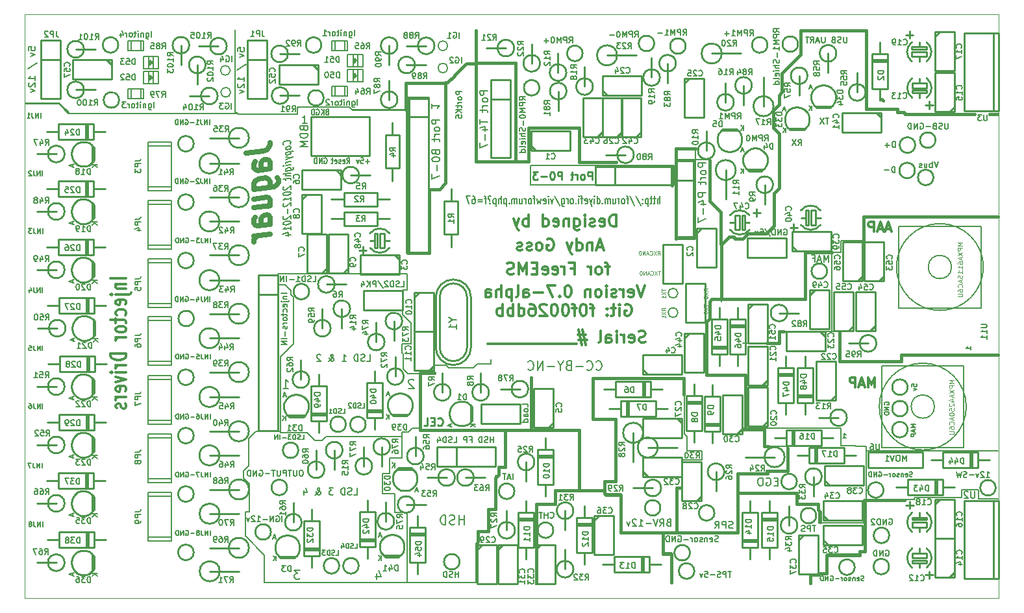
<source format=gbo>
G04 (created by PCBNEW (2013-jul-07)-stable) date Sun 25 May 2014 01:06:24 AM EDT*
%MOIN*%
G04 Gerber Fmt 3.4, Leading zero omitted, Abs format*
%FSLAX34Y34*%
G01*
G70*
G90*
G04 APERTURE LIST*
%ADD10C,0.00393701*%
%ADD11C,0.007*%
%ADD12C,0.00787402*%
%ADD13C,0.015*%
%ADD14C,0.005*%
%ADD15C,0.0045*%
%ADD16C,0.012*%
%ADD17C,0.01*%
%ADD18C,0.0075*%
%ADD19C,0.025*%
%ADD20C,0.006*%
%ADD21C,0.001*%
%ADD22C,0.008*%
%ADD23C,0.00708661*%
%ADD24C,0.004*%
%ADD25C,0.00590551*%
%ADD26C,0.00669291*%
G04 APERTURE END LIST*
G54D10*
G54D11*
X33747Y-27864D02*
X33724Y-27841D01*
X33679Y-27819D01*
X33567Y-27819D01*
X33522Y-27841D01*
X33499Y-27864D01*
X33477Y-27909D01*
X33477Y-27954D01*
X33499Y-28021D01*
X33769Y-28291D01*
X33477Y-28291D01*
X27040Y-28291D02*
X27310Y-28291D01*
X27175Y-28291D02*
X27175Y-27819D01*
X27220Y-27886D01*
X27265Y-27931D01*
X27310Y-27954D01*
X31829Y-37799D02*
X31829Y-38114D01*
X31941Y-37619D02*
X32054Y-37956D01*
X31761Y-37956D01*
X27903Y-37622D02*
X27611Y-37622D01*
X27768Y-37802D01*
X27701Y-37802D01*
X27656Y-37824D01*
X27633Y-37847D01*
X27611Y-37892D01*
X27611Y-38004D01*
X27633Y-38049D01*
X27656Y-38072D01*
X27701Y-38094D01*
X27836Y-38094D01*
X27881Y-38072D01*
X27903Y-38049D01*
G54D12*
X27785Y-13858D02*
X27795Y-13858D01*
X27785Y-14192D02*
X27785Y-13858D01*
X37696Y-27037D02*
X37696Y-26791D01*
X37017Y-27037D02*
X37696Y-27037D01*
X36811Y-27244D02*
X37017Y-27037D01*
X35521Y-27244D02*
X36811Y-27244D01*
X35393Y-27116D02*
X35521Y-27244D01*
X34803Y-27116D02*
X35393Y-27116D01*
X34803Y-27509D02*
X34803Y-27116D01*
X33435Y-27549D02*
X34045Y-27549D01*
X33198Y-27312D02*
X33435Y-27549D01*
X33198Y-26505D02*
X33198Y-27312D01*
X33149Y-26456D02*
X33198Y-26505D01*
X33149Y-25994D02*
X33149Y-26456D01*
X33602Y-25994D02*
X33149Y-25994D01*
X33602Y-24940D02*
X33602Y-25994D01*
X33169Y-24507D02*
X33602Y-24940D01*
X33169Y-23228D02*
X33169Y-24507D01*
X33395Y-23228D02*
X33169Y-23228D01*
X33395Y-22401D02*
X33395Y-23228D01*
X26761Y-22401D02*
X33395Y-22401D01*
X26761Y-22490D02*
X26761Y-22401D01*
X26771Y-22962D02*
X26771Y-22972D01*
X27125Y-22962D02*
X26771Y-22962D01*
X27135Y-22972D02*
X27125Y-22962D01*
X27421Y-23257D02*
X27135Y-22972D01*
X27421Y-23454D02*
X27421Y-23257D01*
X27559Y-23592D02*
X27421Y-23454D01*
X27559Y-26003D02*
X27559Y-23592D01*
X26899Y-26663D02*
X27559Y-26003D01*
X26899Y-30492D02*
X26899Y-26663D01*
X29242Y-30767D02*
X33129Y-30767D01*
X29045Y-30964D02*
X29242Y-30767D01*
X28671Y-30964D02*
X29045Y-30964D01*
X28277Y-30570D02*
X28671Y-30964D01*
X26899Y-30570D02*
X28277Y-30570D01*
X26899Y-30511D02*
X26899Y-30570D01*
X25649Y-30511D02*
X26899Y-30511D01*
X25275Y-30885D02*
X25649Y-30511D01*
X25275Y-32263D02*
X25275Y-30885D01*
X25009Y-32529D02*
X25275Y-32263D01*
X25009Y-32913D02*
X25009Y-32529D01*
X25295Y-33198D02*
X25009Y-32913D01*
X25295Y-34645D02*
X25295Y-33198D01*
X25118Y-34645D02*
X25295Y-34645D01*
X25098Y-34665D02*
X25118Y-34645D01*
X25098Y-35885D02*
X25098Y-34665D01*
X26082Y-36870D02*
X25098Y-35885D01*
X26082Y-38257D02*
X26082Y-36870D01*
X27677Y-38257D02*
X26082Y-38257D01*
X33415Y-34773D02*
X33415Y-38248D01*
X33316Y-34675D02*
X33415Y-34773D01*
X33257Y-34675D02*
X33316Y-34675D01*
X32785Y-34675D02*
X33257Y-34675D01*
X32785Y-33710D02*
X32785Y-34675D01*
X32125Y-33710D02*
X32785Y-33710D01*
X32125Y-32667D02*
X32125Y-33710D01*
X32490Y-32667D02*
X32125Y-32667D01*
X32490Y-31879D02*
X32490Y-32667D01*
X33139Y-31879D02*
X32490Y-31879D01*
X33139Y-30531D02*
X33139Y-31879D01*
X33484Y-30531D02*
X33139Y-30531D01*
X33671Y-30344D02*
X33484Y-30531D01*
X34035Y-30344D02*
X33671Y-30344D01*
G54D11*
X31335Y-26895D02*
X31504Y-26895D01*
X31504Y-26541D01*
X31234Y-26878D02*
X31183Y-26895D01*
X31099Y-26895D01*
X31065Y-26878D01*
X31048Y-26861D01*
X31032Y-26827D01*
X31032Y-26794D01*
X31048Y-26760D01*
X31065Y-26743D01*
X31099Y-26726D01*
X31167Y-26709D01*
X31200Y-26692D01*
X31217Y-26676D01*
X31234Y-26642D01*
X31234Y-26608D01*
X31217Y-26574D01*
X31200Y-26557D01*
X31167Y-26541D01*
X31082Y-26541D01*
X31032Y-26557D01*
X30880Y-26895D02*
X30880Y-26541D01*
X30795Y-26541D01*
X30745Y-26557D01*
X30711Y-26591D01*
X30694Y-26625D01*
X30677Y-26692D01*
X30677Y-26743D01*
X30694Y-26811D01*
X30711Y-26844D01*
X30745Y-26878D01*
X30795Y-26895D01*
X30880Y-26895D01*
X30070Y-26895D02*
X30272Y-26895D01*
X30171Y-26895D02*
X30171Y-26541D01*
X30205Y-26591D01*
X30239Y-26625D01*
X30272Y-26642D01*
X29361Y-26895D02*
X29378Y-26895D01*
X29412Y-26878D01*
X29462Y-26827D01*
X29547Y-26726D01*
X29580Y-26676D01*
X29597Y-26625D01*
X29597Y-26591D01*
X29580Y-26557D01*
X29547Y-26541D01*
X29530Y-26541D01*
X29496Y-26557D01*
X29479Y-26591D01*
X29479Y-26608D01*
X29496Y-26642D01*
X29513Y-26659D01*
X29614Y-26726D01*
X29631Y-26743D01*
X29648Y-26777D01*
X29648Y-26827D01*
X29631Y-26861D01*
X29614Y-26878D01*
X29580Y-26895D01*
X29530Y-26895D01*
X29496Y-26878D01*
X29479Y-26861D01*
X29429Y-26794D01*
X29412Y-26743D01*
X29412Y-26709D01*
X28956Y-26574D02*
X28939Y-26557D01*
X28906Y-26541D01*
X28821Y-26541D01*
X28787Y-26557D01*
X28771Y-26574D01*
X28754Y-26608D01*
X28754Y-26642D01*
X28771Y-26692D01*
X28973Y-26895D01*
X28754Y-26895D01*
X30656Y-33765D02*
X30825Y-33765D01*
X30825Y-33411D01*
X30555Y-33748D02*
X30504Y-33765D01*
X30420Y-33765D01*
X30386Y-33748D01*
X30369Y-33731D01*
X30352Y-33697D01*
X30352Y-33664D01*
X30369Y-33630D01*
X30386Y-33613D01*
X30420Y-33596D01*
X30487Y-33579D01*
X30521Y-33562D01*
X30538Y-33546D01*
X30555Y-33512D01*
X30555Y-33478D01*
X30538Y-33444D01*
X30521Y-33428D01*
X30487Y-33411D01*
X30403Y-33411D01*
X30352Y-33428D01*
X30201Y-33765D02*
X30201Y-33411D01*
X30116Y-33411D01*
X30066Y-33428D01*
X30032Y-33461D01*
X30015Y-33495D01*
X29998Y-33562D01*
X29998Y-33613D01*
X30015Y-33681D01*
X30032Y-33714D01*
X30066Y-33748D01*
X30116Y-33765D01*
X30201Y-33765D01*
X29610Y-33411D02*
X29391Y-33411D01*
X29509Y-33546D01*
X29458Y-33546D01*
X29424Y-33562D01*
X29408Y-33579D01*
X29391Y-33613D01*
X29391Y-33697D01*
X29408Y-33731D01*
X29424Y-33748D01*
X29458Y-33765D01*
X29559Y-33765D01*
X29593Y-33748D01*
X29610Y-33731D01*
X28682Y-33765D02*
X28699Y-33765D01*
X28733Y-33748D01*
X28783Y-33697D01*
X28868Y-33596D01*
X28901Y-33546D01*
X28918Y-33495D01*
X28918Y-33461D01*
X28901Y-33428D01*
X28868Y-33411D01*
X28851Y-33411D01*
X28817Y-33428D01*
X28800Y-33461D01*
X28800Y-33478D01*
X28817Y-33512D01*
X28834Y-33529D01*
X28935Y-33596D01*
X28952Y-33613D01*
X28969Y-33647D01*
X28969Y-33697D01*
X28952Y-33731D01*
X28935Y-33748D01*
X28901Y-33765D01*
X28851Y-33765D01*
X28817Y-33748D01*
X28800Y-33731D01*
X28750Y-33664D01*
X28733Y-33613D01*
X28733Y-33579D01*
X28108Y-33529D02*
X28108Y-33765D01*
X28193Y-33394D02*
X28277Y-33647D01*
X28058Y-33647D01*
X36324Y-35289D02*
X36324Y-34817D01*
X36324Y-35042D02*
X36054Y-35042D01*
X36054Y-35289D02*
X36054Y-34817D01*
X35852Y-35267D02*
X35784Y-35289D01*
X35672Y-35289D01*
X35627Y-35267D01*
X35604Y-35244D01*
X35582Y-35199D01*
X35582Y-35154D01*
X35604Y-35109D01*
X35627Y-35087D01*
X35672Y-35064D01*
X35762Y-35042D01*
X35807Y-35019D01*
X35829Y-34997D01*
X35852Y-34952D01*
X35852Y-34907D01*
X35829Y-34862D01*
X35807Y-34839D01*
X35762Y-34817D01*
X35649Y-34817D01*
X35582Y-34839D01*
X35379Y-35289D02*
X35379Y-34817D01*
X35267Y-34817D01*
X35199Y-34839D01*
X35154Y-34884D01*
X35132Y-34929D01*
X35109Y-35019D01*
X35109Y-35087D01*
X35132Y-35177D01*
X35154Y-35222D01*
X35199Y-35267D01*
X35267Y-35289D01*
X35379Y-35289D01*
G54D12*
X43103Y-27311D02*
X43125Y-27334D01*
X43193Y-27356D01*
X43238Y-27356D01*
X43305Y-27334D01*
X43350Y-27289D01*
X43373Y-27244D01*
X43395Y-27154D01*
X43395Y-27086D01*
X43373Y-26996D01*
X43350Y-26951D01*
X43305Y-26906D01*
X43238Y-26884D01*
X43193Y-26884D01*
X43125Y-26906D01*
X43103Y-26929D01*
X42630Y-27311D02*
X42653Y-27334D01*
X42720Y-27356D01*
X42765Y-27356D01*
X42833Y-27334D01*
X42878Y-27289D01*
X42900Y-27244D01*
X42923Y-27154D01*
X42923Y-27086D01*
X42900Y-26996D01*
X42878Y-26951D01*
X42833Y-26906D01*
X42765Y-26884D01*
X42720Y-26884D01*
X42653Y-26906D01*
X42630Y-26929D01*
X42428Y-27176D02*
X42068Y-27176D01*
X41685Y-27109D02*
X41618Y-27131D01*
X41595Y-27154D01*
X41573Y-27199D01*
X41573Y-27266D01*
X41595Y-27311D01*
X41618Y-27334D01*
X41663Y-27356D01*
X41843Y-27356D01*
X41843Y-26884D01*
X41685Y-26884D01*
X41640Y-26906D01*
X41618Y-26929D01*
X41595Y-26974D01*
X41595Y-27019D01*
X41618Y-27064D01*
X41640Y-27086D01*
X41685Y-27109D01*
X41843Y-27109D01*
X41280Y-27131D02*
X41280Y-27356D01*
X41438Y-26884D02*
X41280Y-27131D01*
X41123Y-26884D01*
X40965Y-27176D02*
X40606Y-27176D01*
X40381Y-27356D02*
X40381Y-26884D01*
X40111Y-27356D01*
X40111Y-26884D01*
X39616Y-27311D02*
X39638Y-27334D01*
X39706Y-27356D01*
X39751Y-27356D01*
X39818Y-27334D01*
X39863Y-27289D01*
X39886Y-27244D01*
X39908Y-27154D01*
X39908Y-27086D01*
X39886Y-26996D01*
X39863Y-26951D01*
X39818Y-26906D01*
X39751Y-26884D01*
X39706Y-26884D01*
X39638Y-26906D01*
X39616Y-26929D01*
G54D13*
X53838Y-21318D02*
X55206Y-21318D01*
X38452Y-31181D02*
X38452Y-30437D01*
X34074Y-30433D02*
X39779Y-30433D01*
X34074Y-27515D02*
X34074Y-30433D01*
X34811Y-27515D02*
X34074Y-27515D01*
X39775Y-30429D02*
X39799Y-30429D01*
X39775Y-29279D02*
X39775Y-30429D01*
G54D14*
X37850Y-31076D02*
X37850Y-30776D01*
X37850Y-30919D02*
X37678Y-30919D01*
X37678Y-31076D02*
X37678Y-30776D01*
X37550Y-31061D02*
X37507Y-31076D01*
X37436Y-31076D01*
X37407Y-31061D01*
X37393Y-31047D01*
X37378Y-31019D01*
X37378Y-30990D01*
X37393Y-30961D01*
X37407Y-30947D01*
X37436Y-30933D01*
X37493Y-30919D01*
X37521Y-30904D01*
X37536Y-30890D01*
X37550Y-30861D01*
X37550Y-30833D01*
X37536Y-30804D01*
X37521Y-30790D01*
X37493Y-30776D01*
X37421Y-30776D01*
X37378Y-30790D01*
X37250Y-31076D02*
X37250Y-30776D01*
X37178Y-30776D01*
X37136Y-30790D01*
X37107Y-30819D01*
X37093Y-30847D01*
X37078Y-30904D01*
X37078Y-30947D01*
X37093Y-31004D01*
X37107Y-31033D01*
X37136Y-31061D01*
X37178Y-31076D01*
X37250Y-31076D01*
X36621Y-30919D02*
X36721Y-30919D01*
X36721Y-31076D02*
X36721Y-30776D01*
X36578Y-30776D01*
X36464Y-31076D02*
X36464Y-30776D01*
X36350Y-30776D01*
X36321Y-30790D01*
X36307Y-30804D01*
X36293Y-30833D01*
X36293Y-30876D01*
X36307Y-30904D01*
X36321Y-30919D01*
X36350Y-30933D01*
X36464Y-30933D01*
X35793Y-31076D02*
X35936Y-31076D01*
X35936Y-30776D01*
X35707Y-31061D02*
X35664Y-31076D01*
X35593Y-31076D01*
X35564Y-31061D01*
X35550Y-31047D01*
X35536Y-31019D01*
X35536Y-30990D01*
X35550Y-30961D01*
X35564Y-30947D01*
X35593Y-30933D01*
X35650Y-30919D01*
X35678Y-30904D01*
X35693Y-30890D01*
X35707Y-30861D01*
X35707Y-30833D01*
X35693Y-30804D01*
X35678Y-30790D01*
X35650Y-30776D01*
X35578Y-30776D01*
X35536Y-30790D01*
X35407Y-31076D02*
X35407Y-30776D01*
X35336Y-30776D01*
X35293Y-30790D01*
X35264Y-30819D01*
X35250Y-30847D01*
X35236Y-30904D01*
X35236Y-30947D01*
X35250Y-31004D01*
X35264Y-31033D01*
X35293Y-31061D01*
X35336Y-31076D01*
X35407Y-31076D01*
X34978Y-30876D02*
X34978Y-31076D01*
X35050Y-30761D02*
X35121Y-30976D01*
X34936Y-30976D01*
G54D12*
X30567Y-13981D02*
X33335Y-13981D01*
X27768Y-14189D02*
X24724Y-14189D01*
G54D11*
X47020Y-16830D02*
X39720Y-16830D01*
G54D13*
X48925Y-18661D02*
X48925Y-18393D01*
X49515Y-19251D02*
X48925Y-18661D01*
X49515Y-20885D02*
X49515Y-19251D01*
G54D14*
X62353Y-26295D02*
X62353Y-26152D01*
X62353Y-26224D02*
X62103Y-26224D01*
X62138Y-26200D01*
X62162Y-26176D01*
X62174Y-26152D01*
G54D13*
X58772Y-26571D02*
X63724Y-26571D01*
X58772Y-26905D02*
X58772Y-26571D01*
G54D14*
X55778Y-30849D02*
X55921Y-30849D01*
X55850Y-30849D02*
X55850Y-30599D01*
X55873Y-30634D01*
X55897Y-30658D01*
X55921Y-30670D01*
G54D13*
X57000Y-26905D02*
X58779Y-26905D01*
X57071Y-26905D02*
X55587Y-26905D01*
X53610Y-9905D02*
X56980Y-9905D01*
X53610Y-11138D02*
X53610Y-9905D01*
X52630Y-12118D02*
X53610Y-11138D01*
X52630Y-13082D02*
X52630Y-12118D01*
X52610Y-13102D02*
X52630Y-13082D01*
X52492Y-13220D02*
X52610Y-13102D01*
X52492Y-13712D02*
X52492Y-13220D01*
X52212Y-13992D02*
X52492Y-13712D01*
X52212Y-14897D02*
X52212Y-13992D01*
X52504Y-15189D02*
X52212Y-14897D01*
X52504Y-17988D02*
X52504Y-15189D01*
X52232Y-18260D02*
X52504Y-17988D01*
X52232Y-19930D02*
X52232Y-18260D01*
X51831Y-20331D02*
X52232Y-19930D01*
X50894Y-20331D02*
X51831Y-20331D01*
X50733Y-20492D02*
X50894Y-20331D01*
X50638Y-20587D02*
X50733Y-20492D01*
X50244Y-20587D02*
X50638Y-20587D01*
X50161Y-20504D02*
X50244Y-20587D01*
X49952Y-20504D02*
X50161Y-20504D01*
X49539Y-20917D02*
X49952Y-20504D01*
G54D15*
X46404Y-22262D02*
X46289Y-22262D01*
X46346Y-22462D02*
X46346Y-22262D01*
X46242Y-22262D02*
X46108Y-22462D01*
X46108Y-22262D02*
X46242Y-22462D01*
X45918Y-22443D02*
X45927Y-22453D01*
X45956Y-22462D01*
X45975Y-22462D01*
X46004Y-22453D01*
X46023Y-22434D01*
X46032Y-22415D01*
X46042Y-22377D01*
X46042Y-22348D01*
X46032Y-22310D01*
X46023Y-22291D01*
X46004Y-22272D01*
X45975Y-22262D01*
X45956Y-22262D01*
X45927Y-22272D01*
X45918Y-22282D01*
X45842Y-22405D02*
X45746Y-22405D01*
X45861Y-22462D02*
X45794Y-22262D01*
X45727Y-22462D01*
X45661Y-22462D02*
X45661Y-22262D01*
X45546Y-22462D01*
X45546Y-22262D01*
X45413Y-22262D02*
X45394Y-22262D01*
X45375Y-22272D01*
X45365Y-22282D01*
X45356Y-22301D01*
X45346Y-22339D01*
X45346Y-22386D01*
X45356Y-22424D01*
X45365Y-22443D01*
X45375Y-22453D01*
X45394Y-22462D01*
X45413Y-22462D01*
X45432Y-22453D01*
X45442Y-22443D01*
X45451Y-22424D01*
X45461Y-22386D01*
X45461Y-22339D01*
X45451Y-22301D01*
X45442Y-22282D01*
X45432Y-22272D01*
X45413Y-22262D01*
X46265Y-21438D02*
X46331Y-21343D01*
X46379Y-21438D02*
X46379Y-21238D01*
X46303Y-21238D01*
X46284Y-21248D01*
X46274Y-21258D01*
X46265Y-21277D01*
X46265Y-21305D01*
X46274Y-21324D01*
X46284Y-21334D01*
X46303Y-21343D01*
X46379Y-21343D01*
X46198Y-21238D02*
X46065Y-21438D01*
X46065Y-21238D02*
X46198Y-21438D01*
X45874Y-21419D02*
X45884Y-21429D01*
X45912Y-21438D01*
X45931Y-21438D01*
X45960Y-21429D01*
X45979Y-21410D01*
X45988Y-21391D01*
X45998Y-21353D01*
X45998Y-21324D01*
X45988Y-21286D01*
X45979Y-21267D01*
X45960Y-21248D01*
X45931Y-21238D01*
X45912Y-21238D01*
X45884Y-21248D01*
X45874Y-21258D01*
X45798Y-21381D02*
X45703Y-21381D01*
X45817Y-21438D02*
X45750Y-21238D01*
X45684Y-21438D01*
X45617Y-21438D02*
X45617Y-21238D01*
X45503Y-21438D01*
X45503Y-21238D01*
X45369Y-21238D02*
X45350Y-21238D01*
X45331Y-21248D01*
X45322Y-21258D01*
X45312Y-21277D01*
X45303Y-21315D01*
X45303Y-21362D01*
X45312Y-21400D01*
X45322Y-21419D01*
X45331Y-21429D01*
X45350Y-21438D01*
X45369Y-21438D01*
X45388Y-21429D01*
X45398Y-21419D01*
X45407Y-21400D01*
X45417Y-21362D01*
X45417Y-21315D01*
X45407Y-21277D01*
X45398Y-21258D01*
X45388Y-21248D01*
X45369Y-21238D01*
G54D14*
X14691Y-35396D02*
X14691Y-35146D01*
X14572Y-35396D02*
X14572Y-35146D01*
X14429Y-35396D01*
X14429Y-35146D01*
X14238Y-35146D02*
X14238Y-35324D01*
X14250Y-35360D01*
X14274Y-35384D01*
X14310Y-35396D01*
X14334Y-35396D01*
X14084Y-35253D02*
X14107Y-35241D01*
X14119Y-35229D01*
X14131Y-35205D01*
X14131Y-35193D01*
X14119Y-35170D01*
X14107Y-35158D01*
X14084Y-35146D01*
X14036Y-35146D01*
X14012Y-35158D01*
X14000Y-35170D01*
X13988Y-35193D01*
X13988Y-35205D01*
X14000Y-35229D01*
X14012Y-35241D01*
X14036Y-35253D01*
X14084Y-35253D01*
X14107Y-35265D01*
X14119Y-35277D01*
X14131Y-35300D01*
X14131Y-35348D01*
X14119Y-35372D01*
X14107Y-35384D01*
X14084Y-35396D01*
X14036Y-35396D01*
X14012Y-35384D01*
X14000Y-35372D01*
X13988Y-35348D01*
X13988Y-35300D01*
X14000Y-35277D01*
X14012Y-35265D01*
X14036Y-35253D01*
X14660Y-32373D02*
X14660Y-32123D01*
X14541Y-32373D02*
X14541Y-32123D01*
X14398Y-32373D01*
X14398Y-32123D01*
X14207Y-32123D02*
X14207Y-32301D01*
X14219Y-32337D01*
X14243Y-32361D01*
X14279Y-32373D01*
X14303Y-32373D01*
X14112Y-32123D02*
X13945Y-32123D01*
X14053Y-32373D01*
X14684Y-29329D02*
X14684Y-29079D01*
X14565Y-29329D02*
X14565Y-29079D01*
X14422Y-29329D01*
X14422Y-29079D01*
X14231Y-29079D02*
X14231Y-29257D01*
X14243Y-29293D01*
X14267Y-29317D01*
X14303Y-29329D01*
X14327Y-29329D01*
X14005Y-29079D02*
X14053Y-29079D01*
X14077Y-29091D01*
X14088Y-29103D01*
X14112Y-29138D01*
X14124Y-29186D01*
X14124Y-29281D01*
X14112Y-29305D01*
X14100Y-29317D01*
X14077Y-29329D01*
X14029Y-29329D01*
X14005Y-29317D01*
X13993Y-29305D01*
X13981Y-29281D01*
X13981Y-29222D01*
X13993Y-29198D01*
X14005Y-29186D01*
X14029Y-29174D01*
X14077Y-29174D01*
X14100Y-29186D01*
X14112Y-29198D01*
X14124Y-29222D01*
X14684Y-26341D02*
X14684Y-26091D01*
X14565Y-26341D02*
X14565Y-26091D01*
X14422Y-26341D01*
X14422Y-26091D01*
X14231Y-26091D02*
X14231Y-26269D01*
X14243Y-26305D01*
X14267Y-26329D01*
X14303Y-26341D01*
X14327Y-26341D01*
X13993Y-26091D02*
X14112Y-26091D01*
X14124Y-26210D01*
X14112Y-26198D01*
X14088Y-26186D01*
X14029Y-26186D01*
X14005Y-26198D01*
X13993Y-26210D01*
X13981Y-26234D01*
X13981Y-26293D01*
X13993Y-26317D01*
X14005Y-26329D01*
X14029Y-26341D01*
X14088Y-26341D01*
X14112Y-26329D01*
X14124Y-26317D01*
X14680Y-23361D02*
X14680Y-23111D01*
X14561Y-23361D02*
X14561Y-23111D01*
X14418Y-23361D01*
X14418Y-23111D01*
X14227Y-23111D02*
X14227Y-23289D01*
X14239Y-23325D01*
X14263Y-23349D01*
X14299Y-23361D01*
X14323Y-23361D01*
X14001Y-23194D02*
X14001Y-23361D01*
X14061Y-23099D02*
X14120Y-23277D01*
X13965Y-23277D01*
X14687Y-20329D02*
X14687Y-20079D01*
X14568Y-20329D02*
X14568Y-20079D01*
X14425Y-20329D01*
X14425Y-20079D01*
X14234Y-20079D02*
X14234Y-20257D01*
X14246Y-20293D01*
X14270Y-20317D01*
X14306Y-20329D01*
X14330Y-20329D01*
X14139Y-20079D02*
X13984Y-20079D01*
X14068Y-20174D01*
X14032Y-20174D01*
X14008Y-20186D01*
X13996Y-20198D01*
X13984Y-20222D01*
X13984Y-20281D01*
X13996Y-20305D01*
X14008Y-20317D01*
X14032Y-20329D01*
X14103Y-20329D01*
X14127Y-20317D01*
X14139Y-20305D01*
X14676Y-17357D02*
X14676Y-17107D01*
X14557Y-17357D02*
X14557Y-17107D01*
X14414Y-17357D01*
X14414Y-17107D01*
X14223Y-17107D02*
X14223Y-17285D01*
X14235Y-17321D01*
X14259Y-17345D01*
X14295Y-17357D01*
X14319Y-17357D01*
X14116Y-17131D02*
X14104Y-17119D01*
X14080Y-17107D01*
X14021Y-17107D01*
X13997Y-17119D01*
X13985Y-17131D01*
X13973Y-17154D01*
X13973Y-17178D01*
X13985Y-17214D01*
X14128Y-17357D01*
X13973Y-17357D01*
X14601Y-14400D02*
X14601Y-14150D01*
X14482Y-14400D02*
X14482Y-14150D01*
X14339Y-14400D01*
X14339Y-14150D01*
X14148Y-14150D02*
X14148Y-14328D01*
X14160Y-14364D01*
X14184Y-14388D01*
X14220Y-14400D01*
X14244Y-14400D01*
X13898Y-14400D02*
X14041Y-14400D01*
X13970Y-14400D02*
X13970Y-14150D01*
X13994Y-14185D01*
X14017Y-14209D01*
X14041Y-14221D01*
G54D13*
X36457Y-11590D02*
X36902Y-11590D01*
X36413Y-11634D02*
X36457Y-11590D01*
X35842Y-12205D02*
X36413Y-11634D01*
X58976Y-14192D02*
X62543Y-14192D01*
X58894Y-14110D02*
X58976Y-14192D01*
X58575Y-14110D02*
X58894Y-14110D01*
X58575Y-13929D02*
X58575Y-14110D01*
X56980Y-13929D02*
X58575Y-13929D01*
X56980Y-9902D02*
X56980Y-13929D01*
X35464Y-12583D02*
X35354Y-12583D01*
X35827Y-12220D02*
X35464Y-12583D01*
X33421Y-13362D02*
X34480Y-13362D01*
X33421Y-21327D02*
X33421Y-13362D01*
X34547Y-21327D02*
X33421Y-21327D01*
X34547Y-18063D02*
X34547Y-21327D01*
X35055Y-18063D02*
X34547Y-18063D01*
X35378Y-17740D02*
X35055Y-18063D01*
X35378Y-12591D02*
X35378Y-17740D01*
X35264Y-12591D02*
X35378Y-12591D01*
X33335Y-12591D02*
X35264Y-12591D01*
X33335Y-13981D02*
X33335Y-12591D01*
G54D12*
X24626Y-14091D02*
X24626Y-14165D01*
X24724Y-14189D02*
X24626Y-14091D01*
X15520Y-13661D02*
X13831Y-13661D01*
X16016Y-14157D02*
X15520Y-13661D01*
X24563Y-14157D02*
X16016Y-14157D01*
X24563Y-9870D02*
X24563Y-14157D01*
G54D13*
X56823Y-19480D02*
X56823Y-20654D01*
X63748Y-19480D02*
X56823Y-19480D01*
X48933Y-18405D02*
X48933Y-16598D01*
X48134Y-20547D02*
X48134Y-16575D01*
X47193Y-20547D02*
X48134Y-20547D01*
X47209Y-15972D02*
X48193Y-15972D01*
X47209Y-20598D02*
X47209Y-15972D01*
X47012Y-16858D02*
X47012Y-17878D01*
X43102Y-16858D02*
X47012Y-16858D01*
X42228Y-16673D02*
X44150Y-16673D01*
X42228Y-14905D02*
X42228Y-16673D01*
X39626Y-14905D02*
X42228Y-14905D01*
X39626Y-16630D02*
X39626Y-14905D01*
X38968Y-16630D02*
X39626Y-16630D01*
X38980Y-11583D02*
X36980Y-11583D01*
X38980Y-16630D02*
X38980Y-11583D01*
X36925Y-16630D02*
X38980Y-16630D01*
X36925Y-9890D02*
X36925Y-16630D01*
X63315Y-14201D02*
X63701Y-14201D01*
X57768Y-13429D02*
X57846Y-13507D01*
X49520Y-23653D02*
X49520Y-20886D01*
X53850Y-23697D02*
X53850Y-21405D01*
X49051Y-23697D02*
X53850Y-23697D01*
X48921Y-23827D02*
X49051Y-23697D01*
X48921Y-24712D02*
X48921Y-23827D01*
X48775Y-24858D02*
X48921Y-24712D01*
X48775Y-27606D02*
X48775Y-24858D01*
X50756Y-27606D02*
X48775Y-27606D01*
X50764Y-30358D02*
X50764Y-27598D01*
X52504Y-25378D02*
X52720Y-25378D01*
X52504Y-25968D02*
X52504Y-25378D01*
X51882Y-25968D02*
X52504Y-25968D01*
X55598Y-26913D02*
X55598Y-25405D01*
X36996Y-36374D02*
X36976Y-36374D01*
X36996Y-36228D02*
X36996Y-36374D01*
X37043Y-36181D02*
X36996Y-36228D01*
X37043Y-35622D02*
X37043Y-36181D01*
X37563Y-35622D02*
X37043Y-35622D01*
X37563Y-34516D02*
X37563Y-35622D01*
X37924Y-34516D02*
X37563Y-34516D01*
X37924Y-32890D02*
X37924Y-34516D01*
X38094Y-32720D02*
X37924Y-32890D01*
X38094Y-32342D02*
X38094Y-32720D01*
X38453Y-32342D02*
X38094Y-32342D01*
X38453Y-31157D02*
X38453Y-32342D01*
X47228Y-33417D02*
X47445Y-33417D01*
X47228Y-35669D02*
X47228Y-33417D01*
X46524Y-36795D02*
X46524Y-35736D01*
X46972Y-36795D02*
X46524Y-36795D01*
X46972Y-38268D02*
X46972Y-36795D01*
X54614Y-34633D02*
X54614Y-35165D01*
X54508Y-34527D02*
X54614Y-34633D01*
X54508Y-34220D02*
X54508Y-34527D01*
X53398Y-34220D02*
X54508Y-34220D01*
X53398Y-33665D02*
X53398Y-34220D01*
X50386Y-33665D02*
X53398Y-33665D01*
X56909Y-34051D02*
X58933Y-34051D01*
X56909Y-36669D02*
X56909Y-34051D01*
X56642Y-36669D02*
X56909Y-36669D01*
X56642Y-36854D02*
X56642Y-36669D01*
X54945Y-36854D02*
X56642Y-36854D01*
X54945Y-37803D02*
X54945Y-36854D01*
X54610Y-37803D02*
X54945Y-37803D01*
X54539Y-37874D02*
X54610Y-37803D01*
X54098Y-37874D02*
X54539Y-37874D01*
X54098Y-38291D02*
X54098Y-37874D01*
X51728Y-31268D02*
X51921Y-31268D01*
X51728Y-30398D02*
X51728Y-31268D01*
X50681Y-30398D02*
X51728Y-30398D01*
X52921Y-32551D02*
X52921Y-31362D01*
X51901Y-32551D02*
X52921Y-32551D01*
X51901Y-32657D02*
X51901Y-32551D01*
X50358Y-32657D02*
X51901Y-32657D01*
X50358Y-35697D02*
X50358Y-32657D01*
X44358Y-35697D02*
X50358Y-35697D01*
X44358Y-33764D02*
X44358Y-35697D01*
X43599Y-33764D02*
X44358Y-33764D01*
X43543Y-33708D02*
X43599Y-33764D01*
X43520Y-33685D02*
X43543Y-33708D01*
X43520Y-33531D02*
X43520Y-33685D01*
X47614Y-27776D02*
X47614Y-28594D01*
X42925Y-27776D02*
X47614Y-27776D01*
X42925Y-29866D02*
X42925Y-27776D01*
X44118Y-29866D02*
X42925Y-29866D01*
X44118Y-33055D02*
X44118Y-29866D01*
X43527Y-33055D02*
X44118Y-33055D01*
X43527Y-33547D02*
X43527Y-33055D01*
X42216Y-33547D02*
X43527Y-33547D01*
X40039Y-34228D02*
X40039Y-38315D01*
X41016Y-34228D02*
X40039Y-34228D01*
X41016Y-33551D02*
X41016Y-34228D01*
X42228Y-33551D02*
X41016Y-33551D01*
X42228Y-30437D02*
X42228Y-33551D01*
X39831Y-30437D02*
X42228Y-30437D01*
X39768Y-27732D02*
X39768Y-29279D01*
X39783Y-30429D02*
X39819Y-30429D01*
G54D16*
X45604Y-22999D02*
X45404Y-23599D01*
X45204Y-22999D01*
X44776Y-23570D02*
X44833Y-23599D01*
X44947Y-23599D01*
X45004Y-23570D01*
X45033Y-23513D01*
X45033Y-23284D01*
X45004Y-23227D01*
X44947Y-23199D01*
X44833Y-23199D01*
X44776Y-23227D01*
X44747Y-23284D01*
X44747Y-23342D01*
X45033Y-23399D01*
X44490Y-23599D02*
X44490Y-23199D01*
X44490Y-23313D02*
X44462Y-23256D01*
X44433Y-23227D01*
X44376Y-23199D01*
X44319Y-23199D01*
X44147Y-23570D02*
X44090Y-23599D01*
X43976Y-23599D01*
X43919Y-23570D01*
X43890Y-23513D01*
X43890Y-23484D01*
X43919Y-23427D01*
X43976Y-23399D01*
X44062Y-23399D01*
X44119Y-23370D01*
X44147Y-23313D01*
X44147Y-23284D01*
X44119Y-23227D01*
X44062Y-23199D01*
X43976Y-23199D01*
X43919Y-23227D01*
X43633Y-23599D02*
X43633Y-23199D01*
X43633Y-22999D02*
X43662Y-23027D01*
X43633Y-23056D01*
X43604Y-23027D01*
X43633Y-22999D01*
X43633Y-23056D01*
X43262Y-23599D02*
X43319Y-23570D01*
X43347Y-23542D01*
X43376Y-23484D01*
X43376Y-23313D01*
X43347Y-23256D01*
X43319Y-23227D01*
X43262Y-23199D01*
X43176Y-23199D01*
X43119Y-23227D01*
X43090Y-23256D01*
X43062Y-23313D01*
X43062Y-23484D01*
X43090Y-23542D01*
X43119Y-23570D01*
X43176Y-23599D01*
X43262Y-23599D01*
X42804Y-23199D02*
X42804Y-23599D01*
X42804Y-23256D02*
X42776Y-23227D01*
X42719Y-23199D01*
X42633Y-23199D01*
X42576Y-23227D01*
X42547Y-23284D01*
X42547Y-23599D01*
X41690Y-22999D02*
X41633Y-22999D01*
X41576Y-23027D01*
X41547Y-23056D01*
X41519Y-23113D01*
X41490Y-23227D01*
X41490Y-23370D01*
X41519Y-23484D01*
X41547Y-23542D01*
X41576Y-23570D01*
X41633Y-23599D01*
X41690Y-23599D01*
X41747Y-23570D01*
X41776Y-23542D01*
X41804Y-23484D01*
X41833Y-23370D01*
X41833Y-23227D01*
X41804Y-23113D01*
X41776Y-23056D01*
X41747Y-23027D01*
X41690Y-22999D01*
X41233Y-23542D02*
X41204Y-23570D01*
X41233Y-23599D01*
X41262Y-23570D01*
X41233Y-23542D01*
X41233Y-23599D01*
X41004Y-22999D02*
X40604Y-22999D01*
X40862Y-23599D01*
X40376Y-23370D02*
X39919Y-23370D01*
X39376Y-23599D02*
X39376Y-23284D01*
X39404Y-23227D01*
X39462Y-23199D01*
X39576Y-23199D01*
X39633Y-23227D01*
X39376Y-23570D02*
X39433Y-23599D01*
X39576Y-23599D01*
X39633Y-23570D01*
X39662Y-23513D01*
X39662Y-23456D01*
X39633Y-23399D01*
X39576Y-23370D01*
X39433Y-23370D01*
X39376Y-23342D01*
X39004Y-23599D02*
X39062Y-23570D01*
X39090Y-23513D01*
X39090Y-22999D01*
X38776Y-23199D02*
X38776Y-23799D01*
X38776Y-23227D02*
X38719Y-23199D01*
X38604Y-23199D01*
X38547Y-23227D01*
X38519Y-23256D01*
X38490Y-23313D01*
X38490Y-23484D01*
X38519Y-23542D01*
X38547Y-23570D01*
X38604Y-23599D01*
X38719Y-23599D01*
X38776Y-23570D01*
X38233Y-23599D02*
X38233Y-22999D01*
X37976Y-23599D02*
X37976Y-23284D01*
X38004Y-23227D01*
X38062Y-23199D01*
X38147Y-23199D01*
X38204Y-23227D01*
X38233Y-23256D01*
X37433Y-23599D02*
X37433Y-23284D01*
X37462Y-23227D01*
X37519Y-23199D01*
X37633Y-23199D01*
X37690Y-23227D01*
X37433Y-23570D02*
X37490Y-23599D01*
X37633Y-23599D01*
X37690Y-23570D01*
X37719Y-23513D01*
X37719Y-23456D01*
X37690Y-23399D01*
X37633Y-23370D01*
X37490Y-23370D01*
X37433Y-23342D01*
X44590Y-23987D02*
X44647Y-23959D01*
X44733Y-23959D01*
X44819Y-23987D01*
X44876Y-24044D01*
X44904Y-24102D01*
X44933Y-24216D01*
X44933Y-24302D01*
X44904Y-24416D01*
X44876Y-24473D01*
X44819Y-24530D01*
X44733Y-24559D01*
X44676Y-24559D01*
X44590Y-24530D01*
X44562Y-24502D01*
X44562Y-24302D01*
X44676Y-24302D01*
X44304Y-24559D02*
X44304Y-24159D01*
X44304Y-23959D02*
X44333Y-23987D01*
X44304Y-24016D01*
X44276Y-23987D01*
X44304Y-23959D01*
X44304Y-24016D01*
X44104Y-24159D02*
X43876Y-24159D01*
X44019Y-23959D02*
X44019Y-24473D01*
X43990Y-24530D01*
X43933Y-24559D01*
X43876Y-24559D01*
X43676Y-24502D02*
X43647Y-24530D01*
X43676Y-24559D01*
X43704Y-24530D01*
X43676Y-24502D01*
X43676Y-24559D01*
X43676Y-24187D02*
X43647Y-24216D01*
X43676Y-24244D01*
X43704Y-24216D01*
X43676Y-24187D01*
X43676Y-24244D01*
X43019Y-24159D02*
X42790Y-24159D01*
X42933Y-24559D02*
X42933Y-24044D01*
X42904Y-23987D01*
X42847Y-23959D01*
X42790Y-23959D01*
X42476Y-23959D02*
X42419Y-23959D01*
X42362Y-23987D01*
X42333Y-24016D01*
X42304Y-24073D01*
X42276Y-24187D01*
X42276Y-24330D01*
X42304Y-24444D01*
X42333Y-24502D01*
X42362Y-24530D01*
X42419Y-24559D01*
X42476Y-24559D01*
X42533Y-24530D01*
X42562Y-24502D01*
X42590Y-24444D01*
X42619Y-24330D01*
X42619Y-24187D01*
X42590Y-24073D01*
X42562Y-24016D01*
X42533Y-23987D01*
X42476Y-23959D01*
X42104Y-24159D02*
X41876Y-24159D01*
X42019Y-24559D02*
X42019Y-24044D01*
X41990Y-23987D01*
X41933Y-23959D01*
X41876Y-23959D01*
X41562Y-23959D02*
X41504Y-23959D01*
X41447Y-23987D01*
X41419Y-24016D01*
X41390Y-24073D01*
X41362Y-24187D01*
X41362Y-24330D01*
X41390Y-24444D01*
X41419Y-24502D01*
X41447Y-24530D01*
X41504Y-24559D01*
X41562Y-24559D01*
X41619Y-24530D01*
X41647Y-24502D01*
X41676Y-24444D01*
X41704Y-24330D01*
X41704Y-24187D01*
X41676Y-24073D01*
X41647Y-24016D01*
X41619Y-23987D01*
X41562Y-23959D01*
X40990Y-23959D02*
X40933Y-23959D01*
X40876Y-23987D01*
X40847Y-24016D01*
X40819Y-24073D01*
X40790Y-24187D01*
X40790Y-24330D01*
X40819Y-24444D01*
X40847Y-24502D01*
X40876Y-24530D01*
X40933Y-24559D01*
X40990Y-24559D01*
X41047Y-24530D01*
X41076Y-24502D01*
X41104Y-24444D01*
X41133Y-24330D01*
X41133Y-24187D01*
X41104Y-24073D01*
X41076Y-24016D01*
X41047Y-23987D01*
X40990Y-23959D01*
X40562Y-24016D02*
X40533Y-23987D01*
X40476Y-23959D01*
X40333Y-23959D01*
X40276Y-23987D01*
X40247Y-24016D01*
X40219Y-24073D01*
X40219Y-24130D01*
X40247Y-24216D01*
X40590Y-24559D01*
X40219Y-24559D01*
X39704Y-23959D02*
X39819Y-23959D01*
X39876Y-23987D01*
X39904Y-24016D01*
X39962Y-24102D01*
X39990Y-24216D01*
X39990Y-24444D01*
X39962Y-24502D01*
X39933Y-24530D01*
X39876Y-24559D01*
X39762Y-24559D01*
X39704Y-24530D01*
X39676Y-24502D01*
X39647Y-24444D01*
X39647Y-24302D01*
X39676Y-24244D01*
X39704Y-24216D01*
X39762Y-24187D01*
X39876Y-24187D01*
X39933Y-24216D01*
X39962Y-24244D01*
X39990Y-24302D01*
X39133Y-24559D02*
X39133Y-23959D01*
X39133Y-24530D02*
X39190Y-24559D01*
X39304Y-24559D01*
X39362Y-24530D01*
X39390Y-24502D01*
X39419Y-24444D01*
X39419Y-24273D01*
X39390Y-24216D01*
X39362Y-24187D01*
X39304Y-24159D01*
X39190Y-24159D01*
X39133Y-24187D01*
X38847Y-24559D02*
X38847Y-23959D01*
X38847Y-24187D02*
X38790Y-24159D01*
X38676Y-24159D01*
X38619Y-24187D01*
X38590Y-24216D01*
X38562Y-24273D01*
X38562Y-24444D01*
X38590Y-24502D01*
X38619Y-24530D01*
X38676Y-24559D01*
X38790Y-24559D01*
X38847Y-24530D01*
X38304Y-24559D02*
X38304Y-23959D01*
X38304Y-24187D02*
X38247Y-24159D01*
X38133Y-24159D01*
X38076Y-24187D01*
X38047Y-24216D01*
X38019Y-24273D01*
X38019Y-24444D01*
X38047Y-24502D01*
X38076Y-24530D01*
X38133Y-24559D01*
X38247Y-24559D01*
X38304Y-24530D01*
X57409Y-28230D02*
X57409Y-27730D01*
X57243Y-28087D01*
X57076Y-27730D01*
X57076Y-28230D01*
X56862Y-28087D02*
X56624Y-28087D01*
X56909Y-28230D02*
X56743Y-27730D01*
X56576Y-28230D01*
X56409Y-28230D02*
X56409Y-27730D01*
X56219Y-27730D01*
X56171Y-27754D01*
X56148Y-27778D01*
X56124Y-27825D01*
X56124Y-27897D01*
X56148Y-27944D01*
X56171Y-27968D01*
X56219Y-27992D01*
X56409Y-27992D01*
X58236Y-20087D02*
X57998Y-20087D01*
X58284Y-20229D02*
X58117Y-19729D01*
X57951Y-20229D01*
X57808Y-20087D02*
X57570Y-20087D01*
X57855Y-20229D02*
X57689Y-19729D01*
X57522Y-20229D01*
X57355Y-20229D02*
X57355Y-19729D01*
X57165Y-19729D01*
X57117Y-19753D01*
X57094Y-19777D01*
X57070Y-19825D01*
X57070Y-19896D01*
X57094Y-19944D01*
X57117Y-19968D01*
X57165Y-19991D01*
X57355Y-19991D01*
G54D17*
X34978Y-30171D02*
X34997Y-30190D01*
X35055Y-30209D01*
X35093Y-30209D01*
X35150Y-30190D01*
X35188Y-30152D01*
X35207Y-30113D01*
X35226Y-30037D01*
X35226Y-29980D01*
X35207Y-29904D01*
X35188Y-29866D01*
X35150Y-29828D01*
X35093Y-29809D01*
X35055Y-29809D01*
X34997Y-29828D01*
X34978Y-29847D01*
X34807Y-29999D02*
X34674Y-29999D01*
X34616Y-30209D02*
X34807Y-30209D01*
X34807Y-29809D01*
X34616Y-29809D01*
X34255Y-30209D02*
X34445Y-30209D01*
X34445Y-29809D01*
G54D11*
X60835Y-19480D02*
X63724Y-19480D01*
X56815Y-19480D02*
X60842Y-19480D01*
X56815Y-20709D02*
X56815Y-19480D01*
X55673Y-20709D02*
X56815Y-20709D01*
X55673Y-21315D02*
X55673Y-20709D01*
X55276Y-21315D02*
X55673Y-21315D01*
X55209Y-21382D02*
X55276Y-21315D01*
X55260Y-25374D02*
X55260Y-25378D01*
X55212Y-25374D02*
X55260Y-25374D01*
X55212Y-21382D02*
X55212Y-25374D01*
X57287Y-31512D02*
X63728Y-31512D01*
X57283Y-31512D02*
X56964Y-31512D01*
X55571Y-26583D02*
X55571Y-26929D01*
X55571Y-25374D02*
X55571Y-26575D01*
X55256Y-25374D02*
X55571Y-25374D01*
X56433Y-31220D02*
X56433Y-31279D01*
X55677Y-31220D02*
X56433Y-31220D01*
X55677Y-30335D02*
X55677Y-31220D01*
X51791Y-30335D02*
X51791Y-30358D01*
X55685Y-30335D02*
X51791Y-30335D01*
X24567Y-13535D02*
X24567Y-13169D01*
X47500Y-32177D02*
X47500Y-32161D01*
X47500Y-31972D02*
X47500Y-32177D01*
X48520Y-31972D02*
X47500Y-31972D01*
X48520Y-31488D02*
X48520Y-31972D01*
X47768Y-31488D02*
X48520Y-31488D01*
X47768Y-30780D02*
X47768Y-31488D01*
X47630Y-30642D02*
X47768Y-30780D01*
X13807Y-13622D02*
X13811Y-13622D01*
X52476Y-25358D02*
X53921Y-25358D01*
X52476Y-25354D02*
X52476Y-25358D01*
X52476Y-25968D02*
X52476Y-25354D01*
X52063Y-25968D02*
X52476Y-25968D01*
G54D18*
X27395Y-15733D02*
X27414Y-15716D01*
X27433Y-15671D01*
X27433Y-15643D01*
X27414Y-15602D01*
X27376Y-15578D01*
X27338Y-15569D01*
X27262Y-15564D01*
X27204Y-15571D01*
X27128Y-15595D01*
X27090Y-15614D01*
X27052Y-15647D01*
X27033Y-15693D01*
X27033Y-15721D01*
X27052Y-15762D01*
X27071Y-15774D01*
X27433Y-15900D02*
X27414Y-15874D01*
X27395Y-15862D01*
X27357Y-15852D01*
X27243Y-15866D01*
X27204Y-15886D01*
X27185Y-15902D01*
X27166Y-15933D01*
X27166Y-15976D01*
X27185Y-16002D01*
X27204Y-16014D01*
X27243Y-16024D01*
X27357Y-16009D01*
X27395Y-15990D01*
X27414Y-15974D01*
X27433Y-15943D01*
X27433Y-15900D01*
X27166Y-16162D02*
X27566Y-16112D01*
X27185Y-16159D02*
X27166Y-16190D01*
X27166Y-16247D01*
X27185Y-16274D01*
X27204Y-16286D01*
X27243Y-16295D01*
X27357Y-16281D01*
X27395Y-16262D01*
X27414Y-16245D01*
X27433Y-16214D01*
X27433Y-16157D01*
X27414Y-16131D01*
X27166Y-16405D02*
X27433Y-16443D01*
X27166Y-16547D02*
X27433Y-16443D01*
X27528Y-16402D01*
X27547Y-16386D01*
X27566Y-16355D01*
X27433Y-16628D02*
X27166Y-16662D01*
X27243Y-16652D02*
X27204Y-16671D01*
X27185Y-16688D01*
X27166Y-16719D01*
X27166Y-16747D01*
X27433Y-16814D02*
X27166Y-16847D01*
X27033Y-16864D02*
X27052Y-16847D01*
X27071Y-16859D01*
X27052Y-16876D01*
X27033Y-16864D01*
X27071Y-16859D01*
X27166Y-17119D02*
X27490Y-17078D01*
X27528Y-17059D01*
X27547Y-17043D01*
X27566Y-17012D01*
X27566Y-16969D01*
X27547Y-16943D01*
X27414Y-17088D02*
X27433Y-17057D01*
X27433Y-17000D01*
X27414Y-16974D01*
X27395Y-16962D01*
X27357Y-16952D01*
X27243Y-16966D01*
X27204Y-16986D01*
X27185Y-17002D01*
X27166Y-17033D01*
X27166Y-17090D01*
X27185Y-17116D01*
X27433Y-17228D02*
X27033Y-17278D01*
X27433Y-17357D02*
X27224Y-17383D01*
X27185Y-17374D01*
X27166Y-17347D01*
X27166Y-17305D01*
X27185Y-17274D01*
X27204Y-17257D01*
X27166Y-17490D02*
X27166Y-17605D01*
X27033Y-17550D02*
X27376Y-17507D01*
X27414Y-17516D01*
X27433Y-17543D01*
X27433Y-17571D01*
X27071Y-17931D02*
X27052Y-17947D01*
X27033Y-17978D01*
X27033Y-18050D01*
X27052Y-18076D01*
X27071Y-18088D01*
X27109Y-18097D01*
X27147Y-18093D01*
X27204Y-18071D01*
X27433Y-17871D01*
X27433Y-18057D01*
X27033Y-18293D02*
X27033Y-18321D01*
X27052Y-18347D01*
X27071Y-18359D01*
X27109Y-18369D01*
X27185Y-18374D01*
X27281Y-18362D01*
X27357Y-18338D01*
X27395Y-18319D01*
X27414Y-18302D01*
X27433Y-18271D01*
X27433Y-18243D01*
X27414Y-18216D01*
X27395Y-18205D01*
X27357Y-18195D01*
X27281Y-18190D01*
X27185Y-18202D01*
X27109Y-18226D01*
X27071Y-18245D01*
X27052Y-18262D01*
X27033Y-18293D01*
X27433Y-18628D02*
X27433Y-18457D01*
X27433Y-18543D02*
X27033Y-18593D01*
X27090Y-18557D01*
X27128Y-18524D01*
X27147Y-18493D01*
X27071Y-18788D02*
X27052Y-18805D01*
X27033Y-18836D01*
X27033Y-18907D01*
X27052Y-18933D01*
X27071Y-18945D01*
X27109Y-18955D01*
X27147Y-18950D01*
X27204Y-18928D01*
X27433Y-18728D01*
X27433Y-18914D01*
X27281Y-19062D02*
X27281Y-19290D01*
X27071Y-19445D02*
X27052Y-19462D01*
X27033Y-19493D01*
X27033Y-19564D01*
X27052Y-19590D01*
X27071Y-19602D01*
X27109Y-19612D01*
X27147Y-19607D01*
X27204Y-19586D01*
X27433Y-19386D01*
X27433Y-19571D01*
X27033Y-19807D02*
X27033Y-19836D01*
X27052Y-19862D01*
X27071Y-19874D01*
X27109Y-19883D01*
X27185Y-19888D01*
X27281Y-19876D01*
X27357Y-19852D01*
X27395Y-19833D01*
X27414Y-19816D01*
X27433Y-19786D01*
X27433Y-19757D01*
X27414Y-19731D01*
X27395Y-19719D01*
X27357Y-19709D01*
X27281Y-19705D01*
X27185Y-19716D01*
X27109Y-19740D01*
X27071Y-19759D01*
X27052Y-19776D01*
X27033Y-19807D01*
X27433Y-20143D02*
X27433Y-19971D01*
X27433Y-20057D02*
X27033Y-20107D01*
X27090Y-20071D01*
X27128Y-20038D01*
X27147Y-20007D01*
X27166Y-20433D02*
X27433Y-20400D01*
X27014Y-20381D02*
X27300Y-20274D01*
X27300Y-20459D01*
G54D19*
X25126Y-16211D02*
X26018Y-16100D01*
X26197Y-16027D01*
X26316Y-15912D01*
X26376Y-15755D01*
X26376Y-15655D01*
X26376Y-17005D02*
X25721Y-17087D01*
X25602Y-17052D01*
X25542Y-16959D01*
X25542Y-16759D01*
X25602Y-16652D01*
X26316Y-17012D02*
X26376Y-16905D01*
X26376Y-16655D01*
X26316Y-16562D01*
X26197Y-16527D01*
X26078Y-16542D01*
X25959Y-16607D01*
X25899Y-16714D01*
X25899Y-16964D01*
X25840Y-17072D01*
X25542Y-18059D02*
X26554Y-17933D01*
X26673Y-17868D01*
X26733Y-17810D01*
X26792Y-17703D01*
X26792Y-17553D01*
X26733Y-17460D01*
X26316Y-17962D02*
X26376Y-17855D01*
X26376Y-17655D01*
X26316Y-17562D01*
X26256Y-17520D01*
X26137Y-17485D01*
X25780Y-17529D01*
X25661Y-17594D01*
X25602Y-17652D01*
X25542Y-17759D01*
X25542Y-17959D01*
X25602Y-18052D01*
X25542Y-19009D02*
X26376Y-18905D01*
X25542Y-18559D02*
X26197Y-18477D01*
X26316Y-18512D01*
X26376Y-18605D01*
X26376Y-18755D01*
X26316Y-18862D01*
X26256Y-18920D01*
X26376Y-19855D02*
X25721Y-19937D01*
X25602Y-19902D01*
X25542Y-19809D01*
X25542Y-19609D01*
X25602Y-19502D01*
X26316Y-19862D02*
X26376Y-19755D01*
X26376Y-19505D01*
X26316Y-19412D01*
X26197Y-19377D01*
X26078Y-19392D01*
X25959Y-19457D01*
X25899Y-19564D01*
X25899Y-19814D01*
X25840Y-19922D01*
X26376Y-20355D02*
X25542Y-20459D01*
X25780Y-20429D02*
X25661Y-20494D01*
X25602Y-20552D01*
X25542Y-20659D01*
X25542Y-20759D01*
G54D11*
X51799Y-30342D02*
X51799Y-30335D01*
X50630Y-30342D02*
X51799Y-30342D01*
X56964Y-31279D02*
X56433Y-31279D01*
X56964Y-33996D02*
X56964Y-31279D01*
X50630Y-30342D02*
X50630Y-30339D01*
X57094Y-19480D02*
X57098Y-19480D01*
X53905Y-21634D02*
X53905Y-21386D01*
X49520Y-20894D02*
X49520Y-20905D01*
G54D20*
X55983Y-10219D02*
X55983Y-10462D01*
X55969Y-10490D01*
X55955Y-10505D01*
X55926Y-10519D01*
X55869Y-10519D01*
X55840Y-10505D01*
X55826Y-10490D01*
X55812Y-10462D01*
X55812Y-10219D01*
X55683Y-10505D02*
X55640Y-10519D01*
X55569Y-10519D01*
X55540Y-10505D01*
X55526Y-10490D01*
X55512Y-10462D01*
X55512Y-10433D01*
X55526Y-10405D01*
X55540Y-10390D01*
X55569Y-10376D01*
X55626Y-10362D01*
X55655Y-10348D01*
X55669Y-10333D01*
X55683Y-10305D01*
X55683Y-10276D01*
X55669Y-10248D01*
X55655Y-10233D01*
X55626Y-10219D01*
X55555Y-10219D01*
X55512Y-10233D01*
X55283Y-10362D02*
X55240Y-10376D01*
X55226Y-10390D01*
X55212Y-10419D01*
X55212Y-10462D01*
X55226Y-10490D01*
X55240Y-10505D01*
X55269Y-10519D01*
X55383Y-10519D01*
X55383Y-10219D01*
X55283Y-10219D01*
X55255Y-10233D01*
X55240Y-10248D01*
X55226Y-10276D01*
X55226Y-10305D01*
X55240Y-10333D01*
X55255Y-10348D01*
X55283Y-10362D01*
X55383Y-10362D01*
X54855Y-10219D02*
X54855Y-10462D01*
X54841Y-10490D01*
X54826Y-10505D01*
X54798Y-10519D01*
X54741Y-10519D01*
X54712Y-10505D01*
X54698Y-10490D01*
X54683Y-10462D01*
X54683Y-10219D01*
X54555Y-10433D02*
X54412Y-10433D01*
X54583Y-10519D02*
X54483Y-10219D01*
X54383Y-10519D01*
X54112Y-10519D02*
X54212Y-10376D01*
X54283Y-10519D02*
X54283Y-10219D01*
X54169Y-10219D01*
X54140Y-10233D01*
X54126Y-10248D01*
X54112Y-10276D01*
X54112Y-10319D01*
X54126Y-10348D01*
X54140Y-10362D01*
X54169Y-10376D01*
X54283Y-10376D01*
X54026Y-10219D02*
X53855Y-10219D01*
X53940Y-10519D02*
X53940Y-10219D01*
G54D14*
X50351Y-14440D02*
X50451Y-14297D01*
X50522Y-14440D02*
X50522Y-14140D01*
X50408Y-14140D01*
X50379Y-14154D01*
X50365Y-14169D01*
X50351Y-14197D01*
X50351Y-14240D01*
X50365Y-14269D01*
X50379Y-14283D01*
X50408Y-14297D01*
X50522Y-14297D01*
X50222Y-14440D02*
X50222Y-14140D01*
X50108Y-14140D01*
X50079Y-14154D01*
X50065Y-14169D01*
X50051Y-14197D01*
X50051Y-14240D01*
X50065Y-14269D01*
X50079Y-14283D01*
X50108Y-14297D01*
X50222Y-14297D01*
X49922Y-14440D02*
X49922Y-14140D01*
X49822Y-14354D01*
X49722Y-14140D01*
X49722Y-14440D01*
X49422Y-14440D02*
X49594Y-14440D01*
X49508Y-14440D02*
X49508Y-14140D01*
X49537Y-14183D01*
X49565Y-14211D01*
X49594Y-14226D01*
X51749Y-15574D02*
X51849Y-15431D01*
X51920Y-15574D02*
X51920Y-15274D01*
X51806Y-15274D01*
X51777Y-15288D01*
X51763Y-15303D01*
X51749Y-15331D01*
X51749Y-15374D01*
X51763Y-15403D01*
X51777Y-15417D01*
X51806Y-15431D01*
X51920Y-15431D01*
X51620Y-15574D02*
X51620Y-15274D01*
X51506Y-15274D01*
X51477Y-15288D01*
X51463Y-15303D01*
X51449Y-15331D01*
X51449Y-15374D01*
X51463Y-15403D01*
X51477Y-15417D01*
X51506Y-15431D01*
X51620Y-15431D01*
X51320Y-15574D02*
X51320Y-15274D01*
X51220Y-15488D01*
X51120Y-15274D01*
X51120Y-15574D01*
X50920Y-15274D02*
X50892Y-15274D01*
X50863Y-15288D01*
X50849Y-15303D01*
X50835Y-15331D01*
X50820Y-15388D01*
X50820Y-15460D01*
X50835Y-15517D01*
X50849Y-15545D01*
X50863Y-15560D01*
X50892Y-15574D01*
X50920Y-15574D01*
X50949Y-15560D01*
X50963Y-15545D01*
X50977Y-15517D01*
X50992Y-15460D01*
X50992Y-15388D01*
X50977Y-15331D01*
X50963Y-15303D01*
X50949Y-15288D01*
X50920Y-15274D01*
X53479Y-15806D02*
X53579Y-15663D01*
X53650Y-15806D02*
X53650Y-15506D01*
X53536Y-15506D01*
X53507Y-15520D01*
X53493Y-15535D01*
X53479Y-15563D01*
X53479Y-15606D01*
X53493Y-15635D01*
X53507Y-15649D01*
X53536Y-15663D01*
X53650Y-15663D01*
X53379Y-15506D02*
X53179Y-15806D01*
X53179Y-15506D02*
X53379Y-15806D01*
X55051Y-14388D02*
X54880Y-14388D01*
X54965Y-14688D02*
X54965Y-14388D01*
X54808Y-14388D02*
X54608Y-14688D01*
X54608Y-14388D02*
X54808Y-14688D01*
G54D11*
X42279Y-14968D02*
X42279Y-14976D01*
X39709Y-14968D02*
X42279Y-14968D01*
X36961Y-11630D02*
X36961Y-9902D01*
X34680Y-13665D02*
X34680Y-13894D01*
X34680Y-13779D02*
X35080Y-13779D01*
X35022Y-13818D01*
X34984Y-13856D01*
X34965Y-13894D01*
X33378Y-12614D02*
X33378Y-13980D01*
X24571Y-9902D02*
X24567Y-9902D01*
X24571Y-13173D02*
X24571Y-9902D01*
X15531Y-13622D02*
X16024Y-14115D01*
X13807Y-13622D02*
X15531Y-13622D01*
X27940Y-13850D02*
X27770Y-13850D01*
X56860Y-34010D02*
X56850Y-34010D01*
X56860Y-36680D02*
X56860Y-34010D01*
X56820Y-36680D02*
X56860Y-36680D01*
X56690Y-36680D02*
X56820Y-36680D01*
X56690Y-36810D02*
X56690Y-36680D01*
X54920Y-36810D02*
X56690Y-36810D01*
X54920Y-37850D02*
X54920Y-36810D01*
X54110Y-37850D02*
X54920Y-37850D01*
X54110Y-38270D02*
X54110Y-37850D01*
X62740Y-33980D02*
X63730Y-33980D01*
X62740Y-33500D02*
X62740Y-33980D01*
X61860Y-33500D02*
X62740Y-33500D01*
X61860Y-33900D02*
X61860Y-33500D01*
X59450Y-33900D02*
X61860Y-33900D01*
X59450Y-33920D02*
X59450Y-33900D01*
X59450Y-34010D02*
X59450Y-33920D01*
X56850Y-34010D02*
X59450Y-34010D01*
X56850Y-35210D02*
X56850Y-34010D01*
X56820Y-35210D02*
X56850Y-35210D01*
X54550Y-35210D02*
X56820Y-35210D01*
X54550Y-34220D02*
X54550Y-35210D01*
X53430Y-34220D02*
X54550Y-34220D01*
X53430Y-33620D02*
X53430Y-34220D01*
X50330Y-33620D02*
X53430Y-33620D01*
X50330Y-32620D02*
X50330Y-32670D01*
X51850Y-32620D02*
X50330Y-32620D01*
X51850Y-32510D02*
X51850Y-32620D01*
X52890Y-32510D02*
X51850Y-32510D01*
X52890Y-31260D02*
X52890Y-32510D01*
X51780Y-30340D02*
X51770Y-30340D01*
X51780Y-31260D02*
X51780Y-30340D01*
X52890Y-31260D02*
X51780Y-31260D01*
X50330Y-35730D02*
X50330Y-32640D01*
X47230Y-35730D02*
X50330Y-35730D01*
X46570Y-36750D02*
X46570Y-35730D01*
X47000Y-36750D02*
X46570Y-36750D01*
X47000Y-38260D02*
X47000Y-36750D01*
X43570Y-33560D02*
X43560Y-33560D01*
X43570Y-33080D02*
X43570Y-33560D01*
X44170Y-33080D02*
X43570Y-33080D01*
X44170Y-29820D02*
X44170Y-33080D01*
X42930Y-29820D02*
X44170Y-29820D01*
X42930Y-27780D02*
X42930Y-29820D01*
X47630Y-27780D02*
X42930Y-27780D01*
X47630Y-30640D02*
X47630Y-27780D01*
X47740Y-30750D02*
X47630Y-30640D01*
X47520Y-33420D02*
X47520Y-32070D01*
X47230Y-33420D02*
X47520Y-33420D01*
X47230Y-35730D02*
X47230Y-33420D01*
X44400Y-35730D02*
X47230Y-35730D01*
X44400Y-33690D02*
X44400Y-35730D01*
X43570Y-33690D02*
X44400Y-33690D01*
X43570Y-33530D02*
X43570Y-33690D01*
X42120Y-33530D02*
X43570Y-33530D01*
X42280Y-30410D02*
X39810Y-30410D01*
X42280Y-33530D02*
X42280Y-30410D01*
X41020Y-33530D02*
X42280Y-33530D01*
X41020Y-34270D02*
X41020Y-33530D01*
X40010Y-34270D02*
X41020Y-34270D01*
X40010Y-38360D02*
X40010Y-34270D01*
X36920Y-38260D02*
X27660Y-38260D01*
X36920Y-36270D02*
X36920Y-38260D01*
X36960Y-36230D02*
X36920Y-36270D01*
X37040Y-36150D02*
X36960Y-36230D01*
X37040Y-35670D02*
X37040Y-36150D01*
X37580Y-35670D02*
X37040Y-35670D01*
X37580Y-34600D02*
X37580Y-35670D01*
X37640Y-34540D02*
X37580Y-34600D01*
X37920Y-34540D02*
X37640Y-34540D01*
X37920Y-32770D02*
X37920Y-34540D01*
X38080Y-32770D02*
X37920Y-32770D01*
X38080Y-32380D02*
X38080Y-32770D01*
X38410Y-32380D02*
X38080Y-32380D01*
X38410Y-31160D02*
X38410Y-32380D01*
X39720Y-17840D02*
X39740Y-17840D01*
X39720Y-16830D02*
X39720Y-17840D01*
X47020Y-17840D02*
X47020Y-16830D01*
X39720Y-17840D02*
X47020Y-17840D01*
X48200Y-16020D02*
X48200Y-16530D01*
X42280Y-14960D02*
X42280Y-16720D01*
X33380Y-13980D02*
X33380Y-13990D01*
X33380Y-21320D02*
X33380Y-13980D01*
X34530Y-21320D02*
X33380Y-21320D01*
X34530Y-16620D02*
X34530Y-21320D01*
X33380Y-12620D02*
X35260Y-12620D01*
X33380Y-11630D02*
X33380Y-11640D01*
X36960Y-16500D02*
X36960Y-11630D01*
X30590Y-13990D02*
X33380Y-13990D01*
X30450Y-13850D02*
X30590Y-13990D01*
X27940Y-13850D02*
X30450Y-13850D01*
X47200Y-20580D02*
X47210Y-20580D01*
X47200Y-16530D02*
X47200Y-20580D01*
X48990Y-16530D02*
X47200Y-16530D01*
X63710Y-19480D02*
X63710Y-19470D01*
X49520Y-23830D02*
X49520Y-20900D01*
X50620Y-27620D02*
X50620Y-27640D01*
X48730Y-27620D02*
X50620Y-27620D01*
X48730Y-24900D02*
X48730Y-27620D01*
X48860Y-24770D02*
X48730Y-24900D01*
X55210Y-25360D02*
X55210Y-24150D01*
X53910Y-25360D02*
X55210Y-25360D01*
X50630Y-25970D02*
X52070Y-25970D01*
G54D16*
X45640Y-25914D02*
X45554Y-25942D01*
X45411Y-25942D01*
X45354Y-25914D01*
X45325Y-25885D01*
X45297Y-25828D01*
X45297Y-25771D01*
X45325Y-25714D01*
X45354Y-25685D01*
X45411Y-25657D01*
X45525Y-25628D01*
X45582Y-25600D01*
X45611Y-25571D01*
X45640Y-25514D01*
X45640Y-25457D01*
X45611Y-25400D01*
X45582Y-25371D01*
X45525Y-25342D01*
X45382Y-25342D01*
X45297Y-25371D01*
X44811Y-25914D02*
X44868Y-25942D01*
X44982Y-25942D01*
X45040Y-25914D01*
X45068Y-25857D01*
X45068Y-25628D01*
X45040Y-25571D01*
X44982Y-25542D01*
X44868Y-25542D01*
X44811Y-25571D01*
X44782Y-25628D01*
X44782Y-25685D01*
X45068Y-25742D01*
X44525Y-25942D02*
X44525Y-25542D01*
X44525Y-25657D02*
X44497Y-25600D01*
X44468Y-25571D01*
X44411Y-25542D01*
X44354Y-25542D01*
X44154Y-25942D02*
X44154Y-25542D01*
X44154Y-25342D02*
X44182Y-25371D01*
X44154Y-25400D01*
X44125Y-25371D01*
X44154Y-25342D01*
X44154Y-25400D01*
X43611Y-25942D02*
X43611Y-25628D01*
X43640Y-25571D01*
X43697Y-25542D01*
X43811Y-25542D01*
X43868Y-25571D01*
X43611Y-25914D02*
X43668Y-25942D01*
X43811Y-25942D01*
X43868Y-25914D01*
X43897Y-25857D01*
X43897Y-25800D01*
X43868Y-25742D01*
X43811Y-25714D01*
X43668Y-25714D01*
X43611Y-25685D01*
X43240Y-25942D02*
X43297Y-25914D01*
X43325Y-25857D01*
X43325Y-25342D01*
X42582Y-25542D02*
X42154Y-25542D01*
X42411Y-25285D02*
X42582Y-26057D01*
X42211Y-25800D02*
X42640Y-25800D01*
X42382Y-26057D02*
X42211Y-25285D01*
X42097Y-26000D02*
X41640Y-26000D01*
X41640Y-26000D02*
X41182Y-26000D01*
X41182Y-26000D02*
X40725Y-26000D01*
X40725Y-26000D02*
X40268Y-26000D01*
X40268Y-26000D02*
X39811Y-26000D01*
X39811Y-26000D02*
X39354Y-26000D01*
X39354Y-26000D02*
X38897Y-26000D01*
X38897Y-26000D02*
X38439Y-26000D01*
X38439Y-26000D02*
X37982Y-26000D01*
X37982Y-26000D02*
X37525Y-26000D01*
X43799Y-22039D02*
X43570Y-22039D01*
X43713Y-22439D02*
X43713Y-21925D01*
X43684Y-21868D01*
X43627Y-21839D01*
X43570Y-21839D01*
X43284Y-22439D02*
X43342Y-22411D01*
X43370Y-22382D01*
X43399Y-22325D01*
X43399Y-22154D01*
X43370Y-22097D01*
X43342Y-22068D01*
X43284Y-22039D01*
X43199Y-22039D01*
X43142Y-22068D01*
X43113Y-22097D01*
X43084Y-22154D01*
X43084Y-22325D01*
X43113Y-22382D01*
X43142Y-22411D01*
X43199Y-22439D01*
X43284Y-22439D01*
X42827Y-22439D02*
X42827Y-22039D01*
X42827Y-22154D02*
X42799Y-22097D01*
X42770Y-22068D01*
X42713Y-22039D01*
X42656Y-22039D01*
X41799Y-22125D02*
X41999Y-22125D01*
X41999Y-22439D02*
X41999Y-21839D01*
X41713Y-21839D01*
X41484Y-22439D02*
X41484Y-22039D01*
X41484Y-22154D02*
X41456Y-22097D01*
X41427Y-22068D01*
X41370Y-22039D01*
X41313Y-22039D01*
X40884Y-22411D02*
X40941Y-22439D01*
X41056Y-22439D01*
X41113Y-22411D01*
X41141Y-22354D01*
X41141Y-22125D01*
X41113Y-22068D01*
X41056Y-22039D01*
X40941Y-22039D01*
X40884Y-22068D01*
X40856Y-22125D01*
X40856Y-22182D01*
X41141Y-22239D01*
X40370Y-22411D02*
X40427Y-22439D01*
X40541Y-22439D01*
X40599Y-22411D01*
X40627Y-22354D01*
X40627Y-22125D01*
X40599Y-22068D01*
X40541Y-22039D01*
X40427Y-22039D01*
X40370Y-22068D01*
X40341Y-22125D01*
X40341Y-22182D01*
X40627Y-22239D01*
X40084Y-22125D02*
X39884Y-22125D01*
X39799Y-22439D02*
X40084Y-22439D01*
X40084Y-21839D01*
X39799Y-21839D01*
X39541Y-22439D02*
X39541Y-21839D01*
X39341Y-22268D01*
X39141Y-21839D01*
X39141Y-22439D01*
X38884Y-22411D02*
X38799Y-22439D01*
X38656Y-22439D01*
X38599Y-22411D01*
X38570Y-22382D01*
X38541Y-22325D01*
X38541Y-22268D01*
X38570Y-22211D01*
X38599Y-22182D01*
X38656Y-22154D01*
X38770Y-22125D01*
X38827Y-22097D01*
X38856Y-22068D01*
X38884Y-22011D01*
X38884Y-21954D01*
X38856Y-21897D01*
X38827Y-21868D01*
X38770Y-21839D01*
X38627Y-21839D01*
X38541Y-21868D01*
X43451Y-21032D02*
X43166Y-21032D01*
X43509Y-21203D02*
X43309Y-20603D01*
X43109Y-21203D01*
X42909Y-20803D02*
X42909Y-21203D01*
X42909Y-20861D02*
X42880Y-20832D01*
X42823Y-20803D01*
X42737Y-20803D01*
X42680Y-20832D01*
X42651Y-20889D01*
X42651Y-21203D01*
X42109Y-21203D02*
X42109Y-20603D01*
X42109Y-21175D02*
X42166Y-21203D01*
X42280Y-21203D01*
X42337Y-21175D01*
X42366Y-21146D01*
X42394Y-21089D01*
X42394Y-20918D01*
X42366Y-20861D01*
X42337Y-20832D01*
X42280Y-20803D01*
X42166Y-20803D01*
X42109Y-20832D01*
X41880Y-20803D02*
X41737Y-21203D01*
X41594Y-20803D02*
X41737Y-21203D01*
X41794Y-21346D01*
X41823Y-21375D01*
X41880Y-21403D01*
X40594Y-20632D02*
X40651Y-20603D01*
X40737Y-20603D01*
X40823Y-20632D01*
X40880Y-20689D01*
X40909Y-20746D01*
X40937Y-20861D01*
X40937Y-20946D01*
X40909Y-21061D01*
X40880Y-21118D01*
X40823Y-21175D01*
X40737Y-21203D01*
X40680Y-21203D01*
X40594Y-21175D01*
X40566Y-21146D01*
X40566Y-20946D01*
X40680Y-20946D01*
X40223Y-21203D02*
X40280Y-21175D01*
X40309Y-21146D01*
X40337Y-21089D01*
X40337Y-20918D01*
X40309Y-20861D01*
X40280Y-20832D01*
X40223Y-20803D01*
X40137Y-20803D01*
X40080Y-20832D01*
X40051Y-20861D01*
X40023Y-20918D01*
X40023Y-21089D01*
X40051Y-21146D01*
X40080Y-21175D01*
X40137Y-21203D01*
X40223Y-21203D01*
X39794Y-21175D02*
X39737Y-21203D01*
X39623Y-21203D01*
X39566Y-21175D01*
X39537Y-21118D01*
X39537Y-21089D01*
X39566Y-21032D01*
X39623Y-21003D01*
X39709Y-21003D01*
X39766Y-20975D01*
X39794Y-20918D01*
X39794Y-20889D01*
X39766Y-20832D01*
X39709Y-20803D01*
X39623Y-20803D01*
X39566Y-20832D01*
X39309Y-21175D02*
X39251Y-21203D01*
X39137Y-21203D01*
X39080Y-21175D01*
X39051Y-21118D01*
X39051Y-21089D01*
X39080Y-21032D01*
X39137Y-21003D01*
X39223Y-21003D01*
X39280Y-20975D01*
X39309Y-20918D01*
X39309Y-20889D01*
X39280Y-20832D01*
X39223Y-20803D01*
X39137Y-20803D01*
X39080Y-20832D01*
G54D20*
X28264Y-14661D02*
X28035Y-14661D01*
X28150Y-14661D02*
X28150Y-14261D01*
X28111Y-14319D01*
X28073Y-14357D01*
X28035Y-14376D01*
G54D14*
X29297Y-14084D02*
X29261Y-14098D01*
X29249Y-14112D01*
X29237Y-14141D01*
X29237Y-14184D01*
X29249Y-14212D01*
X29261Y-14227D01*
X29285Y-14241D01*
X29380Y-14241D01*
X29380Y-13941D01*
X29297Y-13941D01*
X29273Y-13955D01*
X29261Y-13970D01*
X29249Y-13998D01*
X29249Y-14027D01*
X29261Y-14055D01*
X29273Y-14070D01*
X29297Y-14084D01*
X29380Y-14084D01*
X29130Y-14241D02*
X29130Y-13941D01*
X28987Y-14241D02*
X29094Y-14070D01*
X28987Y-13941D02*
X29130Y-14112D01*
X28749Y-13955D02*
X28773Y-13941D01*
X28809Y-13941D01*
X28844Y-13955D01*
X28868Y-13984D01*
X28880Y-14012D01*
X28892Y-14070D01*
X28892Y-14112D01*
X28880Y-14170D01*
X28868Y-14198D01*
X28844Y-14227D01*
X28809Y-14241D01*
X28785Y-14241D01*
X28749Y-14227D01*
X28737Y-14212D01*
X28737Y-14112D01*
X28785Y-14112D01*
X28630Y-14241D02*
X28630Y-13941D01*
X28570Y-13941D01*
X28535Y-13955D01*
X28511Y-13984D01*
X28499Y-14012D01*
X28487Y-14070D01*
X28487Y-14112D01*
X28499Y-14170D01*
X28511Y-14198D01*
X28535Y-14227D01*
X28570Y-14241D01*
X28630Y-14241D01*
X31459Y-16627D02*
X31269Y-16627D01*
X31364Y-16741D02*
X31364Y-16512D01*
X31030Y-16441D02*
X31150Y-16441D01*
X31161Y-16584D01*
X31150Y-16570D01*
X31126Y-16555D01*
X31066Y-16555D01*
X31042Y-16570D01*
X31030Y-16584D01*
X31019Y-16612D01*
X31019Y-16684D01*
X31030Y-16712D01*
X31042Y-16727D01*
X31066Y-16741D01*
X31126Y-16741D01*
X31150Y-16727D01*
X31161Y-16712D01*
X30935Y-16541D02*
X30876Y-16741D01*
X30816Y-16541D01*
X30309Y-16741D02*
X30392Y-16598D01*
X30452Y-16741D02*
X30452Y-16441D01*
X30357Y-16441D01*
X30333Y-16455D01*
X30321Y-16470D01*
X30309Y-16498D01*
X30309Y-16541D01*
X30321Y-16570D01*
X30333Y-16584D01*
X30357Y-16598D01*
X30452Y-16598D01*
X30107Y-16727D02*
X30130Y-16741D01*
X30178Y-16741D01*
X30202Y-16727D01*
X30214Y-16698D01*
X30214Y-16584D01*
X30202Y-16555D01*
X30178Y-16541D01*
X30130Y-16541D01*
X30107Y-16555D01*
X30095Y-16584D01*
X30095Y-16612D01*
X30214Y-16641D01*
X30000Y-16727D02*
X29976Y-16741D01*
X29928Y-16741D01*
X29904Y-16727D01*
X29892Y-16698D01*
X29892Y-16684D01*
X29904Y-16655D01*
X29928Y-16641D01*
X29964Y-16641D01*
X29988Y-16627D01*
X30000Y-16598D01*
X30000Y-16584D01*
X29988Y-16555D01*
X29964Y-16541D01*
X29928Y-16541D01*
X29904Y-16555D01*
X29690Y-16727D02*
X29714Y-16741D01*
X29761Y-16741D01*
X29785Y-16727D01*
X29797Y-16698D01*
X29797Y-16584D01*
X29785Y-16555D01*
X29761Y-16541D01*
X29714Y-16541D01*
X29690Y-16555D01*
X29678Y-16584D01*
X29678Y-16612D01*
X29797Y-16641D01*
X29607Y-16541D02*
X29511Y-16541D01*
X29571Y-16441D02*
X29571Y-16698D01*
X29559Y-16727D01*
X29535Y-16741D01*
X29511Y-16741D01*
X29150Y-16455D02*
X29174Y-16441D01*
X29210Y-16441D01*
X29245Y-16455D01*
X29269Y-16484D01*
X29281Y-16512D01*
X29293Y-16570D01*
X29293Y-16612D01*
X29281Y-16670D01*
X29269Y-16698D01*
X29245Y-16727D01*
X29210Y-16741D01*
X29186Y-16741D01*
X29150Y-16727D01*
X29138Y-16712D01*
X29138Y-16612D01*
X29186Y-16612D01*
X29031Y-16741D02*
X29031Y-16441D01*
X28888Y-16741D01*
X28888Y-16441D01*
X28769Y-16741D02*
X28769Y-16441D01*
X28710Y-16441D01*
X28674Y-16455D01*
X28650Y-16484D01*
X28638Y-16512D01*
X28626Y-16570D01*
X28626Y-16612D01*
X28638Y-16670D01*
X28650Y-16698D01*
X28674Y-16727D01*
X28710Y-16741D01*
X28769Y-16741D01*
G54D18*
X46384Y-18811D02*
X46384Y-18411D01*
X46255Y-18811D02*
X46255Y-18602D01*
X46270Y-18564D01*
X46298Y-18545D01*
X46341Y-18545D01*
X46370Y-18564D01*
X46384Y-18583D01*
X46155Y-18545D02*
X46041Y-18545D01*
X46112Y-18411D02*
X46112Y-18754D01*
X46098Y-18792D01*
X46070Y-18811D01*
X46041Y-18811D01*
X45984Y-18545D02*
X45870Y-18545D01*
X45941Y-18411D02*
X45941Y-18754D01*
X45927Y-18792D01*
X45898Y-18811D01*
X45870Y-18811D01*
X45770Y-18545D02*
X45770Y-18945D01*
X45770Y-18564D02*
X45741Y-18545D01*
X45684Y-18545D01*
X45655Y-18564D01*
X45641Y-18583D01*
X45627Y-18621D01*
X45627Y-18735D01*
X45641Y-18773D01*
X45655Y-18792D01*
X45684Y-18811D01*
X45741Y-18811D01*
X45770Y-18792D01*
X45498Y-18773D02*
X45484Y-18792D01*
X45498Y-18811D01*
X45512Y-18792D01*
X45498Y-18773D01*
X45498Y-18811D01*
X45498Y-18564D02*
X45484Y-18583D01*
X45498Y-18602D01*
X45512Y-18583D01*
X45498Y-18564D01*
X45498Y-18602D01*
X45141Y-18392D02*
X45398Y-18907D01*
X44827Y-18392D02*
X45084Y-18907D01*
X44770Y-18545D02*
X44655Y-18545D01*
X44727Y-18811D02*
X44727Y-18469D01*
X44712Y-18430D01*
X44684Y-18411D01*
X44655Y-18411D01*
X44512Y-18811D02*
X44541Y-18792D01*
X44555Y-18773D01*
X44570Y-18735D01*
X44570Y-18621D01*
X44555Y-18583D01*
X44541Y-18564D01*
X44512Y-18545D01*
X44470Y-18545D01*
X44441Y-18564D01*
X44427Y-18583D01*
X44412Y-18621D01*
X44412Y-18735D01*
X44427Y-18773D01*
X44441Y-18792D01*
X44470Y-18811D01*
X44512Y-18811D01*
X44284Y-18811D02*
X44284Y-18545D01*
X44284Y-18621D02*
X44270Y-18583D01*
X44255Y-18564D01*
X44227Y-18545D01*
X44198Y-18545D01*
X43970Y-18545D02*
X43970Y-18811D01*
X44098Y-18545D02*
X44098Y-18754D01*
X44084Y-18792D01*
X44055Y-18811D01*
X44012Y-18811D01*
X43984Y-18792D01*
X43970Y-18773D01*
X43827Y-18811D02*
X43827Y-18545D01*
X43827Y-18583D02*
X43812Y-18564D01*
X43784Y-18545D01*
X43741Y-18545D01*
X43712Y-18564D01*
X43698Y-18602D01*
X43698Y-18811D01*
X43698Y-18602D02*
X43684Y-18564D01*
X43655Y-18545D01*
X43612Y-18545D01*
X43584Y-18564D01*
X43570Y-18602D01*
X43570Y-18811D01*
X43427Y-18773D02*
X43412Y-18792D01*
X43427Y-18811D01*
X43441Y-18792D01*
X43427Y-18773D01*
X43427Y-18811D01*
X43155Y-18811D02*
X43155Y-18411D01*
X43155Y-18792D02*
X43184Y-18811D01*
X43241Y-18811D01*
X43270Y-18792D01*
X43284Y-18773D01*
X43298Y-18735D01*
X43298Y-18621D01*
X43284Y-18583D01*
X43270Y-18564D01*
X43241Y-18545D01*
X43184Y-18545D01*
X43155Y-18564D01*
X43012Y-18811D02*
X43012Y-18545D01*
X43012Y-18411D02*
X43027Y-18430D01*
X43012Y-18450D01*
X42998Y-18430D01*
X43012Y-18411D01*
X43012Y-18450D01*
X42898Y-18545D02*
X42827Y-18811D01*
X42755Y-18545D02*
X42827Y-18811D01*
X42855Y-18907D01*
X42869Y-18926D01*
X42898Y-18945D01*
X42527Y-18792D02*
X42555Y-18811D01*
X42612Y-18811D01*
X42641Y-18792D01*
X42655Y-18754D01*
X42655Y-18602D01*
X42641Y-18564D01*
X42612Y-18545D01*
X42555Y-18545D01*
X42527Y-18564D01*
X42512Y-18602D01*
X42512Y-18640D01*
X42655Y-18678D01*
X42427Y-18545D02*
X42312Y-18545D01*
X42384Y-18811D02*
X42384Y-18469D01*
X42370Y-18430D01*
X42341Y-18411D01*
X42312Y-18411D01*
X42212Y-18811D02*
X42212Y-18545D01*
X42212Y-18411D02*
X42227Y-18430D01*
X42212Y-18450D01*
X42198Y-18430D01*
X42212Y-18411D01*
X42212Y-18450D01*
X42069Y-18773D02*
X42055Y-18792D01*
X42069Y-18811D01*
X42084Y-18792D01*
X42069Y-18773D01*
X42069Y-18811D01*
X41884Y-18811D02*
X41912Y-18792D01*
X41927Y-18773D01*
X41941Y-18735D01*
X41941Y-18621D01*
X41927Y-18583D01*
X41912Y-18564D01*
X41884Y-18545D01*
X41841Y-18545D01*
X41812Y-18564D01*
X41798Y-18583D01*
X41784Y-18621D01*
X41784Y-18735D01*
X41798Y-18773D01*
X41812Y-18792D01*
X41841Y-18811D01*
X41884Y-18811D01*
X41655Y-18811D02*
X41655Y-18545D01*
X41655Y-18621D02*
X41641Y-18583D01*
X41627Y-18564D01*
X41598Y-18545D01*
X41569Y-18545D01*
X41341Y-18545D02*
X41341Y-18869D01*
X41355Y-18907D01*
X41369Y-18926D01*
X41398Y-18945D01*
X41441Y-18945D01*
X41469Y-18926D01*
X41341Y-18792D02*
X41369Y-18811D01*
X41427Y-18811D01*
X41455Y-18792D01*
X41469Y-18773D01*
X41484Y-18735D01*
X41484Y-18621D01*
X41469Y-18583D01*
X41455Y-18564D01*
X41427Y-18545D01*
X41369Y-18545D01*
X41341Y-18564D01*
X40984Y-18392D02*
X41241Y-18907D01*
X40912Y-18545D02*
X40841Y-18811D01*
X40769Y-18545D01*
X40655Y-18811D02*
X40655Y-18545D01*
X40655Y-18411D02*
X40669Y-18430D01*
X40655Y-18450D01*
X40641Y-18430D01*
X40655Y-18411D01*
X40655Y-18450D01*
X40398Y-18792D02*
X40427Y-18811D01*
X40484Y-18811D01*
X40512Y-18792D01*
X40527Y-18754D01*
X40527Y-18602D01*
X40512Y-18564D01*
X40484Y-18545D01*
X40427Y-18545D01*
X40398Y-18564D01*
X40384Y-18602D01*
X40384Y-18640D01*
X40527Y-18678D01*
X40284Y-18545D02*
X40227Y-18811D01*
X40169Y-18621D01*
X40112Y-18811D01*
X40055Y-18545D01*
X39984Y-18545D02*
X39869Y-18545D01*
X39941Y-18811D02*
X39941Y-18469D01*
X39927Y-18430D01*
X39898Y-18411D01*
X39869Y-18411D01*
X39727Y-18811D02*
X39755Y-18792D01*
X39769Y-18773D01*
X39784Y-18735D01*
X39784Y-18621D01*
X39769Y-18583D01*
X39755Y-18564D01*
X39727Y-18545D01*
X39684Y-18545D01*
X39655Y-18564D01*
X39641Y-18583D01*
X39627Y-18621D01*
X39627Y-18735D01*
X39641Y-18773D01*
X39655Y-18792D01*
X39684Y-18811D01*
X39727Y-18811D01*
X39498Y-18811D02*
X39498Y-18545D01*
X39498Y-18621D02*
X39484Y-18583D01*
X39469Y-18564D01*
X39441Y-18545D01*
X39412Y-18545D01*
X39184Y-18545D02*
X39184Y-18811D01*
X39312Y-18545D02*
X39312Y-18754D01*
X39298Y-18792D01*
X39269Y-18811D01*
X39227Y-18811D01*
X39198Y-18792D01*
X39184Y-18773D01*
X39041Y-18811D02*
X39041Y-18545D01*
X39041Y-18583D02*
X39027Y-18564D01*
X38998Y-18545D01*
X38955Y-18545D01*
X38927Y-18564D01*
X38912Y-18602D01*
X38912Y-18811D01*
X38912Y-18602D02*
X38898Y-18564D01*
X38869Y-18545D01*
X38827Y-18545D01*
X38798Y-18564D01*
X38784Y-18602D01*
X38784Y-18811D01*
X38641Y-18773D02*
X38627Y-18792D01*
X38641Y-18811D01*
X38655Y-18792D01*
X38641Y-18773D01*
X38641Y-18811D01*
X38498Y-18545D02*
X38498Y-18945D01*
X38498Y-18564D02*
X38469Y-18545D01*
X38412Y-18545D01*
X38384Y-18564D01*
X38369Y-18583D01*
X38355Y-18621D01*
X38355Y-18735D01*
X38369Y-18773D01*
X38384Y-18792D01*
X38412Y-18811D01*
X38469Y-18811D01*
X38498Y-18792D01*
X38227Y-18811D02*
X38227Y-18411D01*
X38098Y-18811D02*
X38098Y-18602D01*
X38112Y-18564D01*
X38141Y-18545D01*
X38184Y-18545D01*
X38212Y-18564D01*
X38227Y-18583D01*
X37955Y-18545D02*
X37955Y-18945D01*
X37955Y-18564D02*
X37927Y-18545D01*
X37869Y-18545D01*
X37841Y-18564D01*
X37827Y-18583D01*
X37812Y-18621D01*
X37812Y-18735D01*
X37827Y-18773D01*
X37841Y-18792D01*
X37869Y-18811D01*
X37927Y-18811D01*
X37955Y-18792D01*
X37641Y-18773D02*
X37627Y-18792D01*
X37641Y-18811D01*
X37655Y-18792D01*
X37641Y-18773D01*
X37641Y-18811D01*
X37698Y-18430D02*
X37669Y-18411D01*
X37598Y-18411D01*
X37569Y-18430D01*
X37555Y-18469D01*
X37555Y-18507D01*
X37569Y-18545D01*
X37584Y-18564D01*
X37612Y-18583D01*
X37627Y-18602D01*
X37641Y-18640D01*
X37641Y-18659D01*
X37469Y-18545D02*
X37355Y-18545D01*
X37427Y-18811D02*
X37427Y-18469D01*
X37412Y-18430D01*
X37384Y-18411D01*
X37355Y-18411D01*
X37255Y-18602D02*
X37027Y-18602D01*
X37027Y-18716D02*
X37255Y-18716D01*
X36755Y-18411D02*
X36812Y-18411D01*
X36841Y-18430D01*
X36855Y-18450D01*
X36884Y-18507D01*
X36898Y-18583D01*
X36898Y-18735D01*
X36884Y-18773D01*
X36869Y-18792D01*
X36841Y-18811D01*
X36784Y-18811D01*
X36755Y-18792D01*
X36741Y-18773D01*
X36727Y-18735D01*
X36727Y-18640D01*
X36741Y-18602D01*
X36755Y-18583D01*
X36784Y-18564D01*
X36841Y-18564D01*
X36869Y-18583D01*
X36884Y-18602D01*
X36898Y-18640D01*
X36627Y-18411D02*
X36427Y-18411D01*
X36555Y-18811D01*
G54D16*
X18985Y-22639D02*
X18185Y-22639D01*
X18451Y-22925D02*
X18985Y-22925D01*
X18528Y-22925D02*
X18489Y-22954D01*
X18451Y-23011D01*
X18451Y-23097D01*
X18489Y-23154D01*
X18566Y-23182D01*
X18985Y-23182D01*
X18451Y-23468D02*
X19137Y-23468D01*
X19213Y-23439D01*
X19251Y-23382D01*
X19251Y-23354D01*
X18185Y-23468D02*
X18223Y-23439D01*
X18261Y-23468D01*
X18223Y-23497D01*
X18185Y-23468D01*
X18261Y-23468D01*
X18947Y-23982D02*
X18985Y-23925D01*
X18985Y-23811D01*
X18947Y-23754D01*
X18870Y-23725D01*
X18566Y-23725D01*
X18489Y-23754D01*
X18451Y-23811D01*
X18451Y-23925D01*
X18489Y-23982D01*
X18566Y-24011D01*
X18642Y-24011D01*
X18718Y-23725D01*
X18947Y-24525D02*
X18985Y-24468D01*
X18985Y-24354D01*
X18947Y-24297D01*
X18909Y-24268D01*
X18832Y-24239D01*
X18604Y-24239D01*
X18528Y-24268D01*
X18489Y-24297D01*
X18451Y-24354D01*
X18451Y-24468D01*
X18489Y-24525D01*
X18451Y-24697D02*
X18451Y-24925D01*
X18185Y-24782D02*
X18870Y-24782D01*
X18947Y-24811D01*
X18985Y-24868D01*
X18985Y-24925D01*
X18985Y-25211D02*
X18947Y-25154D01*
X18909Y-25125D01*
X18832Y-25097D01*
X18604Y-25097D01*
X18528Y-25125D01*
X18489Y-25154D01*
X18451Y-25211D01*
X18451Y-25297D01*
X18489Y-25354D01*
X18528Y-25382D01*
X18604Y-25411D01*
X18832Y-25411D01*
X18909Y-25382D01*
X18947Y-25354D01*
X18985Y-25297D01*
X18985Y-25211D01*
X18985Y-25668D02*
X18451Y-25668D01*
X18604Y-25668D02*
X18528Y-25697D01*
X18489Y-25725D01*
X18451Y-25782D01*
X18451Y-25839D01*
X18985Y-26497D02*
X18185Y-26497D01*
X18185Y-26639D01*
X18223Y-26725D01*
X18299Y-26782D01*
X18375Y-26811D01*
X18528Y-26839D01*
X18642Y-26839D01*
X18794Y-26811D01*
X18870Y-26782D01*
X18947Y-26725D01*
X18985Y-26639D01*
X18985Y-26497D01*
X18985Y-27097D02*
X18451Y-27097D01*
X18604Y-27097D02*
X18528Y-27125D01*
X18489Y-27154D01*
X18451Y-27211D01*
X18451Y-27268D01*
X18985Y-27468D02*
X18451Y-27468D01*
X18185Y-27468D02*
X18223Y-27439D01*
X18261Y-27468D01*
X18223Y-27497D01*
X18185Y-27468D01*
X18261Y-27468D01*
X18451Y-27697D02*
X18985Y-27839D01*
X18451Y-27982D01*
X18947Y-28439D02*
X18985Y-28382D01*
X18985Y-28268D01*
X18947Y-28211D01*
X18870Y-28182D01*
X18566Y-28182D01*
X18489Y-28211D01*
X18451Y-28268D01*
X18451Y-28382D01*
X18489Y-28439D01*
X18566Y-28468D01*
X18642Y-28468D01*
X18718Y-28182D01*
X18985Y-28725D02*
X18451Y-28725D01*
X18604Y-28725D02*
X18528Y-28754D01*
X18489Y-28782D01*
X18451Y-28839D01*
X18451Y-28897D01*
X18947Y-29068D02*
X18985Y-29125D01*
X18985Y-29239D01*
X18947Y-29297D01*
X18870Y-29325D01*
X18832Y-29325D01*
X18756Y-29297D01*
X18718Y-29239D01*
X18718Y-29154D01*
X18680Y-29097D01*
X18604Y-29068D01*
X18566Y-29068D01*
X18489Y-29097D01*
X18451Y-29154D01*
X18451Y-29239D01*
X18489Y-29297D01*
X44120Y-19972D02*
X44120Y-19372D01*
X43977Y-19372D01*
X43891Y-19401D01*
X43834Y-19458D01*
X43805Y-19515D01*
X43777Y-19630D01*
X43777Y-19715D01*
X43805Y-19830D01*
X43834Y-19887D01*
X43891Y-19944D01*
X43977Y-19972D01*
X44120Y-19972D01*
X43291Y-19944D02*
X43348Y-19972D01*
X43462Y-19972D01*
X43520Y-19944D01*
X43548Y-19887D01*
X43548Y-19658D01*
X43520Y-19601D01*
X43462Y-19572D01*
X43348Y-19572D01*
X43291Y-19601D01*
X43262Y-19658D01*
X43262Y-19715D01*
X43548Y-19772D01*
X43034Y-19944D02*
X42977Y-19972D01*
X42862Y-19972D01*
X42805Y-19944D01*
X42777Y-19887D01*
X42777Y-19858D01*
X42805Y-19801D01*
X42862Y-19772D01*
X42948Y-19772D01*
X43005Y-19744D01*
X43034Y-19687D01*
X43034Y-19658D01*
X43005Y-19601D01*
X42948Y-19572D01*
X42862Y-19572D01*
X42805Y-19601D01*
X42520Y-19972D02*
X42520Y-19572D01*
X42520Y-19372D02*
X42548Y-19401D01*
X42520Y-19430D01*
X42491Y-19401D01*
X42520Y-19372D01*
X42520Y-19430D01*
X41977Y-19572D02*
X41977Y-20058D01*
X42005Y-20115D01*
X42034Y-20144D01*
X42091Y-20172D01*
X42177Y-20172D01*
X42234Y-20144D01*
X41977Y-19944D02*
X42034Y-19972D01*
X42148Y-19972D01*
X42205Y-19944D01*
X42234Y-19915D01*
X42262Y-19858D01*
X42262Y-19687D01*
X42234Y-19630D01*
X42205Y-19601D01*
X42148Y-19572D01*
X42034Y-19572D01*
X41977Y-19601D01*
X41691Y-19572D02*
X41691Y-19972D01*
X41691Y-19630D02*
X41662Y-19601D01*
X41605Y-19572D01*
X41520Y-19572D01*
X41462Y-19601D01*
X41434Y-19658D01*
X41434Y-19972D01*
X40920Y-19944D02*
X40977Y-19972D01*
X41091Y-19972D01*
X41148Y-19944D01*
X41177Y-19887D01*
X41177Y-19658D01*
X41148Y-19601D01*
X41091Y-19572D01*
X40977Y-19572D01*
X40920Y-19601D01*
X40891Y-19658D01*
X40891Y-19715D01*
X41177Y-19772D01*
X40377Y-19972D02*
X40377Y-19372D01*
X40377Y-19944D02*
X40434Y-19972D01*
X40548Y-19972D01*
X40605Y-19944D01*
X40634Y-19915D01*
X40662Y-19858D01*
X40662Y-19687D01*
X40634Y-19630D01*
X40605Y-19601D01*
X40548Y-19572D01*
X40434Y-19572D01*
X40377Y-19601D01*
X39634Y-19972D02*
X39634Y-19372D01*
X39634Y-19601D02*
X39577Y-19572D01*
X39462Y-19572D01*
X39405Y-19601D01*
X39377Y-19630D01*
X39348Y-19687D01*
X39348Y-19858D01*
X39377Y-19915D01*
X39405Y-19944D01*
X39462Y-19972D01*
X39577Y-19972D01*
X39634Y-19944D01*
X39148Y-19572D02*
X39005Y-19972D01*
X38862Y-19572D02*
X39005Y-19972D01*
X39062Y-20115D01*
X39091Y-20144D01*
X39148Y-20172D01*
G54D21*
X13760Y-39080D02*
X13760Y-9080D01*
X63760Y-39080D02*
X13760Y-39080D01*
X63760Y-9080D02*
X63760Y-39080D01*
X13760Y-9080D02*
X63760Y-9080D01*
G54D17*
X37010Y-36350D02*
X37010Y-38330D01*
X37010Y-38330D02*
X38010Y-38330D01*
X38010Y-38330D02*
X38010Y-36330D01*
X38010Y-36330D02*
X37010Y-36330D01*
X37260Y-36330D02*
X37010Y-36580D01*
G54D14*
X21309Y-33824D02*
X20109Y-33824D01*
X21309Y-35924D02*
X20109Y-35924D01*
X21309Y-36124D02*
X20109Y-36124D01*
X20109Y-36124D02*
X20109Y-33624D01*
X20109Y-33624D02*
X21309Y-33624D01*
X21309Y-33624D02*
X21309Y-36124D01*
X21309Y-30824D02*
X20109Y-30824D01*
X21309Y-32924D02*
X20109Y-32924D01*
X21309Y-33124D02*
X20109Y-33124D01*
X20109Y-33124D02*
X20109Y-30624D01*
X20109Y-30624D02*
X21309Y-30624D01*
X21309Y-30624D02*
X21309Y-33124D01*
X21309Y-27824D02*
X20109Y-27824D01*
X21309Y-29924D02*
X20109Y-29924D01*
X21309Y-30124D02*
X20109Y-30124D01*
X20109Y-30124D02*
X20109Y-27624D01*
X20109Y-27624D02*
X21309Y-27624D01*
X21309Y-27624D02*
X21309Y-30124D01*
X21309Y-24804D02*
X20109Y-24804D01*
X21309Y-26904D02*
X20109Y-26904D01*
X21309Y-27104D02*
X20109Y-27104D01*
X20109Y-27104D02*
X20109Y-24604D01*
X20109Y-24604D02*
X21309Y-24604D01*
X21309Y-24604D02*
X21309Y-27104D01*
X21309Y-21824D02*
X20109Y-21824D01*
X21309Y-23924D02*
X20109Y-23924D01*
X21309Y-24124D02*
X20109Y-24124D01*
X20109Y-24124D02*
X20109Y-21624D01*
X20109Y-21624D02*
X21309Y-21624D01*
X21309Y-21624D02*
X21309Y-24124D01*
X21309Y-18824D02*
X20109Y-18824D01*
X21309Y-20924D02*
X20109Y-20924D01*
X21309Y-21124D02*
X20109Y-21124D01*
X20109Y-21124D02*
X20109Y-18624D01*
X20109Y-18624D02*
X21309Y-18624D01*
X21309Y-18624D02*
X21309Y-21124D01*
X21309Y-15828D02*
X20109Y-15828D01*
X21309Y-17928D02*
X20109Y-17928D01*
X21309Y-18128D02*
X20109Y-18128D01*
X20109Y-18128D02*
X20109Y-15628D01*
X20109Y-15628D02*
X21309Y-15628D01*
X21309Y-15628D02*
X21309Y-18128D01*
G54D17*
X50476Y-20144D02*
X50226Y-20144D01*
X50226Y-20144D02*
X50226Y-19394D01*
X50476Y-19394D02*
X50226Y-19394D01*
X50476Y-20144D02*
X50476Y-19394D01*
X50601Y-19394D02*
X50601Y-20144D01*
X50601Y-20144D02*
X50726Y-20144D01*
X50726Y-20144D02*
X50726Y-19769D01*
X50726Y-19769D02*
X50726Y-19394D01*
X50726Y-19394D02*
X50601Y-19394D01*
X50726Y-19769D02*
X50976Y-19769D01*
X50226Y-19769D02*
X49976Y-19769D01*
X51163Y-19269D02*
X51351Y-19269D01*
X51351Y-19269D02*
X51538Y-19269D01*
X51351Y-19269D02*
X51351Y-19082D01*
X51351Y-19269D02*
X51351Y-19457D01*
X49976Y-19393D02*
G75*
G02X50975Y-19393I499J-375D01*
G74*
G01*
X50975Y-20144D02*
G75*
G02X49976Y-20144I-499J375D01*
G74*
G01*
X59884Y-31572D02*
X59884Y-32372D01*
X59884Y-32372D02*
X57084Y-32372D01*
X57084Y-32372D02*
X57084Y-31572D01*
X57084Y-31572D02*
X59884Y-31572D01*
X59325Y-37010D02*
X59325Y-36760D01*
X59325Y-36760D02*
X60075Y-36760D01*
X60075Y-37010D02*
X60075Y-36760D01*
X59325Y-37010D02*
X60075Y-37010D01*
X60075Y-37135D02*
X59325Y-37135D01*
X59325Y-37135D02*
X59325Y-37260D01*
X59325Y-37260D02*
X59700Y-37260D01*
X59700Y-37260D02*
X60075Y-37260D01*
X60075Y-37260D02*
X60075Y-37135D01*
X59700Y-37260D02*
X59700Y-37510D01*
X59700Y-36760D02*
X59700Y-36510D01*
X60200Y-37697D02*
X60200Y-37885D01*
X60200Y-37885D02*
X60200Y-38072D01*
X60200Y-37885D02*
X60387Y-37885D01*
X60200Y-37885D02*
X60012Y-37885D01*
X60075Y-36510D02*
G75*
G02X60075Y-37509I-375J-499D01*
G74*
G01*
X59324Y-37509D02*
G75*
G02X59324Y-36510I375J499D01*
G74*
G01*
X61500Y-37980D02*
X61500Y-36000D01*
X61500Y-36000D02*
X60500Y-36000D01*
X60500Y-36000D02*
X60500Y-38000D01*
X60500Y-38000D02*
X61500Y-38000D01*
X61250Y-38000D02*
X61500Y-37750D01*
X60500Y-34020D02*
X60500Y-36000D01*
X60500Y-36000D02*
X61500Y-36000D01*
X61500Y-36000D02*
X61500Y-34000D01*
X61500Y-34000D02*
X60500Y-34000D01*
X60750Y-34000D02*
X60500Y-34250D01*
X60075Y-35170D02*
X60075Y-35420D01*
X60075Y-35420D02*
X59325Y-35420D01*
X59325Y-35170D02*
X59325Y-35420D01*
X60075Y-35170D02*
X59325Y-35170D01*
X59325Y-35045D02*
X60075Y-35045D01*
X60075Y-35045D02*
X60075Y-34920D01*
X60075Y-34920D02*
X59700Y-34920D01*
X59700Y-34920D02*
X59325Y-34920D01*
X59325Y-34920D02*
X59325Y-35045D01*
X59700Y-34920D02*
X59700Y-34670D01*
X59700Y-35420D02*
X59700Y-35670D01*
X59200Y-34483D02*
X59200Y-34295D01*
X59200Y-34295D02*
X59200Y-34108D01*
X59200Y-34295D02*
X59013Y-34295D01*
X59200Y-34295D02*
X59388Y-34295D01*
X59324Y-35669D02*
G75*
G02X59324Y-34670I375J499D01*
G74*
G01*
X60075Y-34670D02*
G75*
G02X60075Y-35669I-375J-499D01*
G74*
G01*
X53510Y-35850D02*
X53510Y-37830D01*
X53510Y-37830D02*
X54510Y-37830D01*
X54510Y-37830D02*
X54510Y-35830D01*
X54510Y-35830D02*
X53510Y-35830D01*
X53760Y-35830D02*
X53510Y-36080D01*
X54780Y-36330D02*
X56760Y-36330D01*
X56760Y-36330D02*
X56760Y-35330D01*
X56760Y-35330D02*
X54760Y-35330D01*
X54760Y-35330D02*
X54760Y-36330D01*
X54760Y-36080D02*
X55010Y-36330D01*
X54780Y-35080D02*
X56760Y-35080D01*
X56760Y-35080D02*
X56760Y-34080D01*
X56760Y-34080D02*
X54760Y-34080D01*
X54760Y-34080D02*
X54760Y-35080D01*
X54760Y-34830D02*
X55010Y-35080D01*
X54860Y-33280D02*
X56840Y-33280D01*
X56840Y-33280D02*
X56840Y-32280D01*
X56840Y-32280D02*
X54840Y-32280D01*
X54840Y-32280D02*
X54840Y-33280D01*
X54840Y-33030D02*
X55090Y-33280D01*
X55398Y-28897D02*
X55398Y-26917D01*
X55398Y-26917D02*
X54398Y-26917D01*
X54398Y-26917D02*
X54398Y-28917D01*
X54398Y-28917D02*
X55398Y-28917D01*
X55148Y-28917D02*
X55398Y-28667D01*
X51901Y-30224D02*
X51901Y-28244D01*
X51901Y-28244D02*
X50901Y-28244D01*
X50901Y-28244D02*
X50901Y-30244D01*
X50901Y-30244D02*
X51901Y-30244D01*
X51651Y-30244D02*
X51901Y-29994D01*
X54838Y-25378D02*
X52858Y-25378D01*
X52858Y-25378D02*
X52858Y-26378D01*
X52858Y-26378D02*
X54858Y-26378D01*
X54858Y-26378D02*
X54858Y-25378D01*
X54858Y-25628D02*
X54608Y-25378D01*
X51898Y-28114D02*
X51898Y-26134D01*
X51898Y-26134D02*
X50898Y-26134D01*
X50898Y-26134D02*
X50898Y-28134D01*
X50898Y-28134D02*
X51898Y-28134D01*
X51648Y-28134D02*
X51898Y-27884D01*
X48260Y-20100D02*
X48260Y-22080D01*
X48260Y-22080D02*
X49260Y-22080D01*
X49260Y-22080D02*
X49260Y-20080D01*
X49260Y-20080D02*
X48260Y-20080D01*
X48510Y-20080D02*
X48260Y-20330D01*
X47620Y-25490D02*
X47620Y-27470D01*
X47620Y-27470D02*
X48620Y-27470D01*
X48620Y-27470D02*
X48620Y-25470D01*
X48620Y-25470D02*
X47620Y-25470D01*
X47870Y-25470D02*
X47620Y-25720D01*
X45530Y-27580D02*
X47510Y-27580D01*
X47510Y-27580D02*
X47510Y-26580D01*
X47510Y-26580D02*
X45510Y-26580D01*
X45510Y-26580D02*
X45510Y-27580D01*
X45510Y-27330D02*
X45760Y-27580D01*
X50590Y-30610D02*
X50590Y-28630D01*
X50590Y-28630D02*
X49590Y-28630D01*
X49590Y-28630D02*
X49590Y-30630D01*
X49590Y-30630D02*
X50590Y-30630D01*
X50340Y-30630D02*
X50590Y-30380D01*
X48510Y-34060D02*
X48510Y-32080D01*
X48510Y-32080D02*
X47510Y-32080D01*
X47510Y-32080D02*
X47510Y-34080D01*
X47510Y-34080D02*
X48510Y-34080D01*
X48260Y-34080D02*
X48510Y-33830D01*
X45530Y-32830D02*
X47510Y-32830D01*
X47510Y-32830D02*
X47510Y-31830D01*
X47510Y-31830D02*
X45510Y-31830D01*
X45510Y-31830D02*
X45510Y-32830D01*
X45510Y-32580D02*
X45760Y-32830D01*
X47490Y-29830D02*
X45510Y-29830D01*
X45510Y-29830D02*
X45510Y-30830D01*
X45510Y-30830D02*
X47510Y-30830D01*
X47510Y-30830D02*
X47510Y-29830D01*
X47510Y-30080D02*
X47260Y-29830D01*
X43010Y-34850D02*
X43010Y-36830D01*
X43010Y-36830D02*
X44010Y-36830D01*
X44010Y-36830D02*
X44010Y-34830D01*
X44010Y-34830D02*
X43010Y-34830D01*
X43260Y-34830D02*
X43010Y-35080D01*
X40010Y-36350D02*
X40010Y-38330D01*
X40010Y-38330D02*
X41010Y-38330D01*
X41010Y-38330D02*
X41010Y-36330D01*
X41010Y-36330D02*
X40010Y-36330D01*
X40260Y-36330D02*
X40010Y-36580D01*
X38060Y-36350D02*
X38060Y-38330D01*
X38060Y-38330D02*
X39060Y-38330D01*
X39060Y-38330D02*
X39060Y-36330D01*
X39060Y-36330D02*
X38060Y-36330D01*
X38310Y-36330D02*
X38060Y-36580D01*
X40910Y-30280D02*
X40910Y-28300D01*
X40910Y-28300D02*
X39910Y-28300D01*
X39910Y-28300D02*
X39910Y-30300D01*
X39910Y-30300D02*
X40910Y-30300D01*
X40660Y-30300D02*
X40910Y-30050D01*
X34772Y-27362D02*
X34772Y-25382D01*
X34772Y-25382D02*
X33772Y-25382D01*
X33772Y-25382D02*
X33772Y-27382D01*
X33772Y-27382D02*
X34772Y-27382D01*
X34522Y-27382D02*
X34772Y-27132D01*
X33772Y-23388D02*
X33772Y-25368D01*
X33772Y-25368D02*
X34772Y-25368D01*
X34772Y-25368D02*
X34772Y-23368D01*
X34772Y-23368D02*
X33772Y-23368D01*
X34022Y-23368D02*
X33772Y-23618D01*
X35776Y-27094D02*
G75*
G02X34876Y-26194I0J900D01*
G74*
G01*
X36476Y-23594D02*
X36476Y-26194D01*
X35076Y-26194D02*
X35076Y-23594D01*
X36476Y-26194D02*
G75*
G02X35776Y-26894I-700J0D01*
G74*
G01*
X35776Y-26894D02*
G75*
G02X35076Y-26194I0J700D01*
G74*
G01*
X35776Y-22894D02*
G75*
G02X36476Y-23594I0J-700D01*
G74*
G01*
X35076Y-23594D02*
G75*
G02X35776Y-22894I700J0D01*
G74*
G01*
X36676Y-26194D02*
G75*
G02X35776Y-27094I-900J0D01*
G74*
G01*
X36676Y-26194D02*
X36676Y-23594D01*
X34876Y-23594D02*
X34876Y-26194D01*
X35776Y-22694D02*
G75*
G02X36676Y-23594I0J-900D01*
G74*
G01*
X34876Y-23594D02*
G75*
G02X35776Y-22694I900J0D01*
G74*
G01*
X29990Y-17080D02*
X28010Y-17080D01*
X28010Y-17080D02*
X28010Y-18080D01*
X28010Y-18080D02*
X30010Y-18080D01*
X30010Y-18080D02*
X30010Y-17080D01*
X30010Y-17330D02*
X29760Y-17080D01*
X28010Y-18350D02*
X28010Y-20330D01*
X28010Y-20330D02*
X29010Y-20330D01*
X29010Y-20330D02*
X29010Y-18330D01*
X29010Y-18330D02*
X28010Y-18330D01*
X28260Y-18330D02*
X28010Y-18580D01*
X32990Y-21430D02*
X31010Y-21430D01*
X31010Y-21430D02*
X31010Y-22430D01*
X31010Y-22430D02*
X33010Y-22430D01*
X33010Y-22430D02*
X33010Y-21430D01*
X33010Y-21680D02*
X32760Y-21430D01*
X30360Y-22360D02*
X30360Y-20380D01*
X30360Y-20380D02*
X29360Y-20380D01*
X29360Y-20380D02*
X29360Y-22380D01*
X29360Y-22380D02*
X30360Y-22380D01*
X30110Y-22380D02*
X30360Y-22130D01*
X29260Y-22360D02*
X29260Y-20380D01*
X29260Y-20380D02*
X28260Y-20380D01*
X28260Y-20380D02*
X28260Y-22380D01*
X28260Y-22380D02*
X29260Y-22380D01*
X29010Y-22380D02*
X29260Y-22130D01*
X39780Y-16080D02*
X41760Y-16080D01*
X41760Y-16080D02*
X41760Y-15080D01*
X41760Y-15080D02*
X39760Y-15080D01*
X39760Y-15080D02*
X39760Y-16080D01*
X39760Y-15830D02*
X40010Y-16080D01*
X43441Y-13232D02*
X45421Y-13232D01*
X45421Y-13232D02*
X45421Y-12232D01*
X45421Y-12232D02*
X43421Y-12232D01*
X43421Y-12232D02*
X43421Y-13232D01*
X43421Y-12982D02*
X43671Y-13232D01*
X47642Y-12378D02*
X47642Y-14358D01*
X47642Y-14358D02*
X48642Y-14358D01*
X48642Y-14358D02*
X48642Y-12358D01*
X48642Y-12358D02*
X47642Y-12358D01*
X47892Y-12358D02*
X47642Y-12608D01*
X54120Y-19145D02*
X54370Y-19145D01*
X54370Y-19145D02*
X54370Y-19895D01*
X54120Y-19895D02*
X54370Y-19895D01*
X54120Y-19145D02*
X54120Y-19895D01*
X53995Y-19895D02*
X53995Y-19145D01*
X53995Y-19145D02*
X53870Y-19145D01*
X53870Y-19145D02*
X53870Y-19520D01*
X53870Y-19520D02*
X53870Y-19895D01*
X53870Y-19895D02*
X53995Y-19895D01*
X53870Y-19520D02*
X53620Y-19520D01*
X54370Y-19520D02*
X54620Y-19520D01*
X53433Y-20020D02*
X53245Y-20020D01*
X53245Y-20020D02*
X53058Y-20020D01*
X53245Y-20020D02*
X53245Y-20207D01*
X53245Y-20020D02*
X53245Y-19832D01*
X54619Y-19895D02*
G75*
G02X53620Y-19895I-499J375D01*
G74*
G01*
X53620Y-19144D02*
G75*
G02X54619Y-19144I499J-375D01*
G74*
G01*
X53200Y-21250D02*
X55180Y-21250D01*
X55180Y-21250D02*
X55180Y-20250D01*
X55180Y-20250D02*
X53180Y-20250D01*
X53180Y-20250D02*
X53180Y-21250D01*
X53180Y-21000D02*
X53430Y-21250D01*
X57720Y-14130D02*
X55740Y-14130D01*
X55740Y-14130D02*
X55740Y-15130D01*
X55740Y-15130D02*
X57740Y-15130D01*
X57740Y-15130D02*
X57740Y-14130D01*
X57740Y-14380D02*
X57490Y-14130D01*
X31470Y-14340D02*
X28470Y-14340D01*
X28470Y-16340D02*
X31470Y-16340D01*
X31470Y-16340D02*
X31470Y-14340D01*
X28470Y-14340D02*
X28470Y-16340D01*
X63510Y-38080D02*
X63760Y-38080D01*
X63760Y-38080D02*
X63760Y-34080D01*
X63760Y-34080D02*
X63510Y-34080D01*
X62010Y-38080D02*
X63510Y-38080D01*
X63510Y-38080D02*
X63510Y-34080D01*
X63510Y-34080D02*
X62010Y-34080D01*
X62010Y-34080D02*
X62010Y-38080D01*
X47180Y-17590D02*
X48180Y-17590D01*
X48180Y-20590D02*
X48180Y-16590D01*
X47180Y-16590D02*
X47180Y-20590D01*
X48180Y-16590D02*
X47180Y-16590D01*
X47180Y-20590D02*
X48180Y-20590D01*
X44060Y-17850D02*
X44060Y-16850D01*
X47060Y-16850D02*
X43060Y-16850D01*
X43060Y-17850D02*
X47060Y-17850D01*
X43060Y-16850D02*
X43060Y-17850D01*
X47060Y-17850D02*
X47060Y-16850D01*
X39196Y-30094D02*
X39196Y-29094D01*
X39196Y-29094D02*
X37196Y-29094D01*
X37196Y-29094D02*
X37196Y-30094D01*
X37196Y-30094D02*
X39196Y-30094D01*
X40110Y-31730D02*
X40910Y-31730D01*
X40910Y-31830D02*
X40110Y-31830D01*
X40510Y-30830D02*
X40510Y-31430D01*
X40510Y-33230D02*
X40510Y-33830D01*
X40910Y-33230D02*
X40910Y-31430D01*
X40910Y-31430D02*
X40110Y-31430D01*
X40110Y-31430D02*
X40110Y-33230D01*
X40110Y-33230D02*
X40910Y-33230D01*
X54320Y-32130D02*
X54320Y-31330D01*
X54420Y-31330D02*
X54420Y-32130D01*
X53420Y-31730D02*
X54020Y-31730D01*
X55820Y-31730D02*
X56420Y-31730D01*
X55820Y-31330D02*
X54020Y-31330D01*
X54020Y-31330D02*
X54020Y-32130D01*
X54020Y-32130D02*
X55820Y-32130D01*
X55820Y-32130D02*
X55820Y-31330D01*
X53160Y-31230D02*
X53160Y-30430D01*
X53260Y-30430D02*
X53260Y-31230D01*
X52260Y-30830D02*
X52860Y-30830D01*
X54660Y-30830D02*
X55260Y-30830D01*
X54660Y-30430D02*
X52860Y-30430D01*
X52860Y-30430D02*
X52860Y-31230D01*
X52860Y-31230D02*
X54660Y-31230D01*
X54660Y-31230D02*
X54660Y-30430D01*
X49470Y-30190D02*
X48670Y-30190D01*
X48670Y-30090D02*
X49470Y-30090D01*
X49070Y-31090D02*
X49070Y-30490D01*
X49070Y-28690D02*
X49070Y-28090D01*
X48670Y-28690D02*
X48670Y-30490D01*
X48670Y-30490D02*
X49470Y-30490D01*
X49470Y-30490D02*
X49470Y-28690D01*
X49470Y-28690D02*
X48670Y-28690D01*
X47740Y-28980D02*
X48540Y-28980D01*
X48540Y-29080D02*
X47740Y-29080D01*
X48140Y-28080D02*
X48140Y-28680D01*
X48140Y-30480D02*
X48140Y-31080D01*
X48540Y-30480D02*
X48540Y-28680D01*
X48540Y-28680D02*
X47740Y-28680D01*
X47740Y-28680D02*
X47740Y-30480D01*
X47740Y-30480D02*
X48540Y-30480D01*
X44660Y-29730D02*
X44660Y-28930D01*
X44760Y-28930D02*
X44760Y-29730D01*
X43760Y-29330D02*
X44360Y-29330D01*
X46160Y-29330D02*
X46760Y-29330D01*
X46160Y-28930D02*
X44360Y-28930D01*
X44360Y-28930D02*
X44360Y-29730D01*
X44360Y-29730D02*
X46160Y-29730D01*
X46160Y-29730D02*
X46160Y-28930D01*
X45610Y-27930D02*
X45610Y-28730D01*
X45510Y-28730D02*
X45510Y-27930D01*
X46510Y-28330D02*
X45910Y-28330D01*
X44110Y-28330D02*
X43510Y-28330D01*
X44110Y-28730D02*
X45910Y-28730D01*
X45910Y-28730D02*
X45910Y-27930D01*
X45910Y-27930D02*
X44110Y-27930D01*
X44110Y-27930D02*
X44110Y-28730D01*
X39620Y-28330D02*
G75*
G03X39620Y-28330I-427J0D01*
G74*
G01*
X39190Y-28330D02*
X38190Y-28330D01*
X39110Y-34980D02*
X39910Y-34980D01*
X39910Y-35080D02*
X39110Y-35080D01*
X39510Y-34080D02*
X39510Y-34680D01*
X39510Y-36480D02*
X39510Y-37080D01*
X39910Y-36480D02*
X39910Y-34680D01*
X39910Y-34680D02*
X39110Y-34680D01*
X39110Y-34680D02*
X39110Y-36480D01*
X39110Y-36480D02*
X39910Y-36480D01*
X45520Y-36940D02*
X45520Y-37740D01*
X45420Y-37740D02*
X45420Y-36940D01*
X46420Y-37340D02*
X45820Y-37340D01*
X44020Y-37340D02*
X43420Y-37340D01*
X44020Y-37740D02*
X45820Y-37740D01*
X45820Y-37740D02*
X45820Y-36940D01*
X45820Y-36940D02*
X44020Y-36940D01*
X44020Y-36940D02*
X44020Y-37740D01*
X42110Y-35230D02*
X42910Y-35230D01*
X42910Y-35330D02*
X42110Y-35330D01*
X42510Y-34330D02*
X42510Y-34930D01*
X42510Y-36730D02*
X42510Y-37330D01*
X42910Y-36730D02*
X42910Y-34930D01*
X42910Y-34930D02*
X42110Y-34930D01*
X42110Y-34930D02*
X42110Y-36730D01*
X42110Y-36730D02*
X42910Y-36730D01*
X51610Y-34980D02*
X52410Y-34980D01*
X52410Y-35080D02*
X51610Y-35080D01*
X52010Y-34080D02*
X52010Y-34680D01*
X52010Y-36480D02*
X52010Y-37080D01*
X52410Y-36480D02*
X52410Y-34680D01*
X52410Y-34680D02*
X51610Y-34680D01*
X51610Y-34680D02*
X51610Y-36480D01*
X51610Y-36480D02*
X52410Y-36480D01*
X51410Y-36180D02*
X50610Y-36180D01*
X50610Y-36080D02*
X51410Y-36080D01*
X51010Y-37080D02*
X51010Y-36480D01*
X51010Y-34680D02*
X51010Y-34080D01*
X50610Y-34680D02*
X50610Y-36480D01*
X50610Y-36480D02*
X51410Y-36480D01*
X51410Y-36480D02*
X51410Y-34680D01*
X51410Y-34680D02*
X50610Y-34680D01*
X56937Y-13083D02*
G75*
G03X56937Y-13083I-427J0D01*
G74*
G01*
X56510Y-13080D02*
X56510Y-12080D01*
X32737Y-35123D02*
G75*
G03X32737Y-35123I-427J0D01*
G74*
G01*
X32310Y-35120D02*
X32310Y-34120D01*
X32527Y-31287D02*
G75*
G03X32527Y-31287I-427J0D01*
G74*
G01*
X32100Y-31290D02*
X32100Y-32290D01*
X31607Y-32293D02*
G75*
G03X31607Y-32293I-427J0D01*
G74*
G01*
X31180Y-32290D02*
X31180Y-31290D01*
X37604Y-28495D02*
G75*
G03X37604Y-28495I-427J0D01*
G74*
G01*
X37177Y-28492D02*
X37177Y-27492D01*
X35669Y-18677D02*
X35669Y-18027D01*
X35669Y-20377D02*
X35669Y-21027D01*
X36019Y-20377D02*
X35319Y-20377D01*
X35319Y-20377D02*
X35319Y-18677D01*
X35319Y-18677D02*
X36019Y-18677D01*
X36019Y-18677D02*
X36019Y-20377D01*
X33226Y-27684D02*
G75*
G03X33226Y-27684I-427J0D01*
G74*
G01*
X32799Y-27681D02*
X32799Y-26681D01*
X33151Y-24831D02*
G75*
G03X33151Y-24831I-427J0D01*
G74*
G01*
X32724Y-24834D02*
X32724Y-25834D01*
X32242Y-25912D02*
G75*
G03X32242Y-25912I-427J0D01*
G74*
G01*
X31814Y-25909D02*
X31814Y-24909D01*
X25288Y-33487D02*
G75*
G03X25288Y-33487I-515J0D01*
G74*
G01*
X23268Y-33490D02*
X24768Y-33490D01*
X25278Y-36487D02*
G75*
G03X25278Y-36487I-515J0D01*
G74*
G01*
X23258Y-36490D02*
X24758Y-36490D01*
X23778Y-34733D02*
G75*
G03X23778Y-34733I-515J0D01*
G74*
G01*
X24768Y-34730D02*
X23268Y-34730D01*
X23784Y-37692D02*
G75*
G03X23784Y-37692I-515J0D01*
G74*
G01*
X24774Y-37689D02*
X23274Y-37689D01*
X35855Y-32875D02*
G75*
G03X35855Y-32875I-427J0D01*
G74*
G01*
X35425Y-32875D02*
X34425Y-32875D01*
X36824Y-32875D02*
G75*
G03X36824Y-32875I-427J0D01*
G74*
G01*
X36400Y-32875D02*
X37400Y-32875D01*
X52187Y-17827D02*
G75*
G03X52187Y-17827I-427J0D01*
G74*
G01*
X51760Y-17830D02*
X51760Y-18830D01*
X49187Y-16083D02*
G75*
G03X49187Y-16083I-427J0D01*
G74*
G01*
X48760Y-16080D02*
X48760Y-15080D01*
X52780Y-31827D02*
G75*
G03X52780Y-31827I-515J0D01*
G74*
G01*
X50760Y-31830D02*
X52260Y-31830D01*
X46270Y-31333D02*
G75*
G03X46270Y-31333I-515J0D01*
G74*
G01*
X47260Y-31330D02*
X45760Y-31330D01*
X45522Y-30575D02*
G75*
G03X45522Y-30575I-515J0D01*
G74*
G01*
X45010Y-32080D02*
X45010Y-30580D01*
X30160Y-19580D02*
X29510Y-19580D01*
X31860Y-19580D02*
X32510Y-19580D01*
X31860Y-19230D02*
X31860Y-19930D01*
X31860Y-19930D02*
X30160Y-19930D01*
X30160Y-19930D02*
X30160Y-19230D01*
X30160Y-19230D02*
X31860Y-19230D01*
X30160Y-18580D02*
X29510Y-18580D01*
X31860Y-18580D02*
X32510Y-18580D01*
X31860Y-18230D02*
X31860Y-18930D01*
X31860Y-18930D02*
X30160Y-18930D01*
X30160Y-18930D02*
X30160Y-18230D01*
X30160Y-18230D02*
X31860Y-18230D01*
X52211Y-13794D02*
G75*
G03X52211Y-13794I-515J0D01*
G74*
G01*
X51693Y-12289D02*
X51693Y-13789D01*
X50272Y-17075D02*
G75*
G03X50272Y-17075I-515J0D01*
G74*
G01*
X49760Y-18580D02*
X49760Y-17080D01*
X23768Y-28733D02*
G75*
G03X23768Y-28733I-515J0D01*
G74*
G01*
X24758Y-28730D02*
X23258Y-28730D01*
X23768Y-31733D02*
G75*
G03X23768Y-31733I-515J0D01*
G74*
G01*
X24758Y-31730D02*
X23258Y-31730D01*
X25278Y-21447D02*
G75*
G03X25278Y-21447I-515J0D01*
G74*
G01*
X23258Y-21450D02*
X24758Y-21450D01*
X25278Y-24457D02*
G75*
G03X25278Y-24457I-515J0D01*
G74*
G01*
X23258Y-24460D02*
X24758Y-24460D01*
X25278Y-27457D02*
G75*
G03X25278Y-27457I-515J0D01*
G74*
G01*
X23258Y-27460D02*
X24758Y-27460D01*
X25278Y-30497D02*
G75*
G03X25278Y-30497I-515J0D01*
G74*
G01*
X23258Y-30500D02*
X24758Y-30500D01*
X23768Y-22733D02*
G75*
G03X23768Y-22733I-515J0D01*
G74*
G01*
X24758Y-22730D02*
X23258Y-22730D01*
X23768Y-25713D02*
G75*
G03X23768Y-25713I-515J0D01*
G74*
G01*
X24758Y-25710D02*
X23258Y-25710D01*
X25278Y-18467D02*
G75*
G03X25278Y-18467I-515J0D01*
G74*
G01*
X23258Y-18470D02*
X24758Y-18470D01*
X23768Y-19713D02*
G75*
G03X23768Y-19713I-515J0D01*
G74*
G01*
X24758Y-19710D02*
X23258Y-19710D01*
X25278Y-15417D02*
G75*
G03X25278Y-15417I-515J0D01*
G74*
G01*
X23258Y-15420D02*
X24758Y-15420D01*
X23768Y-16733D02*
G75*
G03X23768Y-16733I-515J0D01*
G74*
G01*
X24758Y-16730D02*
X23258Y-16730D01*
X30934Y-17330D02*
G75*
G03X30934Y-17330I-427J0D01*
G74*
G01*
X30510Y-17330D02*
X31510Y-17330D01*
X29684Y-22950D02*
G75*
G03X29684Y-22950I-427J0D01*
G74*
G01*
X29260Y-22950D02*
X30260Y-22950D01*
X35635Y-28495D02*
G75*
G03X35635Y-28495I-427J0D01*
G74*
G01*
X35208Y-28492D02*
X35208Y-27492D01*
X55977Y-29795D02*
G75*
G03X55977Y-29795I-427J0D01*
G74*
G01*
X55547Y-29795D02*
X54547Y-29795D01*
X50175Y-13590D02*
G75*
G03X50175Y-13590I-427J0D01*
G74*
G01*
X49748Y-13587D02*
X49748Y-12587D01*
X42937Y-12783D02*
G75*
G03X42937Y-12783I-427J0D01*
G74*
G01*
X42510Y-12780D02*
X42510Y-11780D01*
X46380Y-12318D02*
G75*
G03X46380Y-12318I-427J0D01*
G74*
G01*
X45953Y-12315D02*
X45953Y-11315D01*
X39937Y-32077D02*
G75*
G03X39937Y-32077I-427J0D01*
G74*
G01*
X39510Y-32080D02*
X39510Y-33080D01*
X49687Y-32577D02*
G75*
G03X49687Y-32577I-427J0D01*
G74*
G01*
X49260Y-32580D02*
X49260Y-33580D01*
X38937Y-35583D02*
G75*
G03X38937Y-35583I-427J0D01*
G74*
G01*
X38510Y-35580D02*
X38510Y-34580D01*
X46440Y-33410D02*
G75*
G03X46440Y-33410I-427J0D01*
G74*
G01*
X46010Y-33410D02*
X45010Y-33410D01*
X41937Y-34577D02*
G75*
G03X41937Y-34577I-427J0D01*
G74*
G01*
X41510Y-34580D02*
X41510Y-35580D01*
X41937Y-37583D02*
G75*
G03X41937Y-37583I-427J0D01*
G74*
G01*
X41510Y-37580D02*
X41510Y-36580D01*
X54687Y-32827D02*
G75*
G03X54687Y-32827I-427J0D01*
G74*
G01*
X54260Y-32830D02*
X54260Y-33830D01*
X53437Y-35333D02*
G75*
G03X53437Y-35333I-427J0D01*
G74*
G01*
X53010Y-35330D02*
X53010Y-34330D01*
X33778Y-34259D02*
G75*
G03X33778Y-34259I-427J0D01*
G74*
G01*
X33354Y-34259D02*
X34354Y-34259D01*
X53954Y-12229D02*
G75*
G03X53954Y-12229I-427J0D01*
G74*
G01*
X53527Y-12232D02*
X53527Y-13232D01*
X55437Y-11077D02*
G75*
G03X55437Y-11077I-427J0D01*
G74*
G01*
X55010Y-11080D02*
X55010Y-12080D01*
X32000Y-20325D02*
X32250Y-20325D01*
X32250Y-20325D02*
X32250Y-21075D01*
X32000Y-21075D02*
X32250Y-21075D01*
X32000Y-20325D02*
X32000Y-21075D01*
X31875Y-21075D02*
X31875Y-20325D01*
X31875Y-20325D02*
X31750Y-20325D01*
X31750Y-20325D02*
X31750Y-20700D01*
X31750Y-20700D02*
X31750Y-21075D01*
X31750Y-21075D02*
X31875Y-21075D01*
X31750Y-20700D02*
X31500Y-20700D01*
X32250Y-20700D02*
X32500Y-20700D01*
X31313Y-21200D02*
X31125Y-21200D01*
X31125Y-21200D02*
X30938Y-21200D01*
X31125Y-21200D02*
X31125Y-21387D01*
X31125Y-21200D02*
X31125Y-21012D01*
X32499Y-21075D02*
G75*
G02X31500Y-21075I-499J375D01*
G74*
G01*
X31500Y-20324D02*
G75*
G02X32499Y-20324I499J-375D01*
G74*
G01*
X32650Y-16982D02*
X32650Y-17632D01*
X32650Y-15282D02*
X32650Y-14632D01*
X32300Y-15282D02*
X33000Y-15282D01*
X33000Y-15282D02*
X33000Y-16982D01*
X33000Y-16982D02*
X32300Y-16982D01*
X32300Y-16982D02*
X32300Y-15282D01*
X45040Y-16290D02*
G75*
G03X45040Y-16290I-427J0D01*
G74*
G01*
X44610Y-16290D02*
X43610Y-16290D01*
X41587Y-13017D02*
G75*
G03X41587Y-13017I-427J0D01*
G74*
G01*
X41160Y-13020D02*
X41160Y-14020D01*
X41577Y-12063D02*
G75*
G03X41577Y-12063I-427J0D01*
G74*
G01*
X41150Y-12060D02*
X41150Y-11060D01*
X15818Y-16250D02*
G75*
G03X15818Y-16250I-427J0D01*
G74*
G01*
X15388Y-16250D02*
X14388Y-16250D01*
X15818Y-19200D02*
G75*
G03X15818Y-19200I-427J0D01*
G74*
G01*
X15388Y-19200D02*
X14388Y-19200D01*
X15818Y-22200D02*
G75*
G03X15818Y-22200I-427J0D01*
G74*
G01*
X15388Y-22200D02*
X14388Y-22200D01*
X15868Y-25200D02*
G75*
G03X15868Y-25200I-427J0D01*
G74*
G01*
X15438Y-25200D02*
X14438Y-25200D01*
X15818Y-28200D02*
G75*
G03X15818Y-28200I-427J0D01*
G74*
G01*
X15388Y-28200D02*
X14388Y-28200D01*
X15818Y-31200D02*
G75*
G03X15818Y-31200I-427J0D01*
G74*
G01*
X15388Y-31200D02*
X14388Y-31200D01*
X15818Y-34200D02*
G75*
G03X15818Y-34200I-427J0D01*
G74*
G01*
X15388Y-34200D02*
X14388Y-34200D01*
X15818Y-37250D02*
G75*
G03X15818Y-37250I-427J0D01*
G74*
G01*
X15388Y-37250D02*
X14388Y-37250D01*
X38898Y-10807D02*
G75*
G03X38898Y-10807I-427J0D01*
G74*
G01*
X38468Y-10807D02*
X37468Y-10807D01*
X40226Y-11590D02*
G75*
G03X40226Y-11590I-427J0D01*
G74*
G01*
X39799Y-11587D02*
X39799Y-10587D01*
X59325Y-12860D02*
X59325Y-12610D01*
X59325Y-12610D02*
X60075Y-12610D01*
X60075Y-12860D02*
X60075Y-12610D01*
X59325Y-12860D02*
X60075Y-12860D01*
X60075Y-12985D02*
X59325Y-12985D01*
X59325Y-12985D02*
X59325Y-13110D01*
X59325Y-13110D02*
X59700Y-13110D01*
X59700Y-13110D02*
X60075Y-13110D01*
X60075Y-13110D02*
X60075Y-12985D01*
X59700Y-13110D02*
X59700Y-13360D01*
X59700Y-12610D02*
X59700Y-12360D01*
X60200Y-13547D02*
X60200Y-13735D01*
X60200Y-13735D02*
X60200Y-13922D01*
X60200Y-13735D02*
X60387Y-13735D01*
X60200Y-13735D02*
X60012Y-13735D01*
X60075Y-12360D02*
G75*
G02X60075Y-13359I-375J-499D01*
G74*
G01*
X59324Y-13359D02*
G75*
G02X59324Y-12360I375J499D01*
G74*
G01*
X60065Y-11000D02*
X60065Y-11250D01*
X60065Y-11250D02*
X59315Y-11250D01*
X59315Y-11000D02*
X59315Y-11250D01*
X60065Y-11000D02*
X59315Y-11000D01*
X59315Y-10875D02*
X60065Y-10875D01*
X60065Y-10875D02*
X60065Y-10750D01*
X60065Y-10750D02*
X59690Y-10750D01*
X59690Y-10750D02*
X59315Y-10750D01*
X59315Y-10750D02*
X59315Y-10875D01*
X59690Y-10750D02*
X59690Y-10500D01*
X59690Y-11250D02*
X59690Y-11500D01*
X59190Y-10313D02*
X59190Y-10125D01*
X59190Y-10125D02*
X59190Y-9938D01*
X59190Y-10125D02*
X59003Y-10125D01*
X59190Y-10125D02*
X59378Y-10125D01*
X59314Y-11499D02*
G75*
G02X59314Y-10500I375J499D01*
G74*
G01*
X60065Y-10500D02*
G75*
G02X60065Y-11499I-375J-499D01*
G74*
G01*
X60490Y-10000D02*
X60490Y-11980D01*
X60490Y-11980D02*
X61490Y-11980D01*
X61490Y-11980D02*
X61490Y-9980D01*
X61490Y-9980D02*
X60490Y-9980D01*
X60740Y-9980D02*
X60490Y-10230D01*
X61500Y-14060D02*
X61500Y-12080D01*
X61500Y-12080D02*
X60500Y-12080D01*
X60500Y-12080D02*
X60500Y-14080D01*
X60500Y-14080D02*
X61500Y-14080D01*
X61250Y-14080D02*
X61500Y-13830D01*
X63510Y-14040D02*
X63760Y-14040D01*
X63760Y-14040D02*
X63760Y-10040D01*
X63760Y-10040D02*
X63510Y-10040D01*
X62010Y-14040D02*
X63510Y-14040D01*
X63510Y-14040D02*
X63510Y-10040D01*
X63510Y-10040D02*
X62010Y-10040D01*
X62010Y-10040D02*
X62010Y-14040D01*
X44430Y-15340D02*
X44430Y-13360D01*
X44430Y-13360D02*
X43430Y-13360D01*
X43430Y-13360D02*
X43430Y-15360D01*
X43430Y-15360D02*
X44430Y-15360D01*
X44180Y-15360D02*
X44430Y-15110D01*
X45410Y-15340D02*
X45410Y-13360D01*
X45410Y-13360D02*
X44410Y-13360D01*
X44410Y-13360D02*
X44410Y-15360D01*
X44410Y-15360D02*
X45410Y-15360D01*
X45160Y-15360D02*
X45410Y-15110D01*
X43430Y-15340D02*
X43430Y-13360D01*
X43430Y-13360D02*
X42430Y-13360D01*
X42430Y-13360D02*
X42430Y-15360D01*
X42430Y-15360D02*
X43430Y-15360D01*
X43180Y-15360D02*
X43430Y-15110D01*
X36656Y-30004D02*
X36656Y-29154D01*
X36726Y-29244D02*
X36736Y-29254D01*
X36626Y-29124D02*
X36726Y-29244D01*
X36466Y-29014D02*
X36626Y-29124D01*
X36296Y-28964D02*
X36466Y-29014D01*
X36056Y-28964D02*
X36296Y-28964D01*
X35876Y-29034D02*
X36056Y-28964D01*
X35706Y-29184D02*
X35876Y-29034D01*
X35596Y-29384D02*
X35706Y-29184D01*
X35566Y-29584D02*
X35596Y-29384D01*
X35566Y-29594D02*
X35596Y-29794D01*
X35596Y-29794D02*
X35706Y-29994D01*
X35706Y-29994D02*
X35876Y-30144D01*
X35876Y-30144D02*
X36056Y-30214D01*
X36056Y-30214D02*
X36296Y-30214D01*
X36296Y-30214D02*
X36466Y-30164D01*
X36466Y-30164D02*
X36626Y-30054D01*
X36626Y-30054D02*
X36726Y-29934D01*
X36726Y-29934D02*
X36736Y-29924D01*
X36736Y-29924D02*
X36736Y-29274D01*
X32210Y-36880D02*
X33060Y-36880D01*
X32970Y-36950D02*
X32960Y-36960D01*
X33090Y-36850D02*
X32970Y-36950D01*
X33200Y-36690D02*
X33090Y-36850D01*
X33250Y-36520D02*
X33200Y-36690D01*
X33250Y-36280D02*
X33250Y-36520D01*
X33180Y-36100D02*
X33250Y-36280D01*
X33030Y-35930D02*
X33180Y-36100D01*
X32830Y-35820D02*
X33030Y-35930D01*
X32630Y-35790D02*
X32830Y-35820D01*
X32620Y-35790D02*
X32420Y-35820D01*
X32420Y-35820D02*
X32220Y-35930D01*
X32220Y-35930D02*
X32070Y-36100D01*
X32070Y-36100D02*
X32000Y-36280D01*
X32000Y-36280D02*
X32000Y-36520D01*
X32000Y-36520D02*
X32050Y-36690D01*
X32050Y-36690D02*
X32160Y-36850D01*
X32160Y-36850D02*
X32280Y-36950D01*
X32280Y-36950D02*
X32290Y-36960D01*
X32290Y-36960D02*
X32940Y-36960D01*
X32621Y-29621D02*
X33471Y-29621D01*
X33381Y-29691D02*
X33371Y-29701D01*
X33501Y-29591D02*
X33381Y-29691D01*
X33611Y-29431D02*
X33501Y-29591D01*
X33661Y-29261D02*
X33611Y-29431D01*
X33661Y-29021D02*
X33661Y-29261D01*
X33591Y-28841D02*
X33661Y-29021D01*
X33441Y-28671D02*
X33591Y-28841D01*
X33241Y-28561D02*
X33441Y-28671D01*
X33041Y-28531D02*
X33241Y-28561D01*
X33031Y-28531D02*
X32831Y-28561D01*
X32831Y-28561D02*
X32631Y-28671D01*
X32631Y-28671D02*
X32481Y-28841D01*
X32481Y-28841D02*
X32411Y-29021D01*
X32411Y-29021D02*
X32411Y-29261D01*
X32411Y-29261D02*
X32461Y-29431D01*
X32461Y-29431D02*
X32571Y-29591D01*
X32571Y-29591D02*
X32691Y-29691D01*
X32691Y-29691D02*
X32701Y-29701D01*
X32701Y-29701D02*
X33351Y-29701D01*
X33701Y-32461D02*
X32851Y-32461D01*
X32941Y-32391D02*
X32951Y-32381D01*
X32821Y-32491D02*
X32941Y-32391D01*
X32711Y-32651D02*
X32821Y-32491D01*
X32661Y-32821D02*
X32711Y-32651D01*
X32661Y-33061D02*
X32661Y-32821D01*
X32731Y-33241D02*
X32661Y-33061D01*
X32881Y-33411D02*
X32731Y-33241D01*
X33081Y-33521D02*
X32881Y-33411D01*
X33281Y-33551D02*
X33081Y-33521D01*
X33291Y-33551D02*
X33491Y-33521D01*
X33491Y-33521D02*
X33691Y-33411D01*
X33691Y-33411D02*
X33841Y-33241D01*
X33841Y-33241D02*
X33911Y-33061D01*
X33911Y-33061D02*
X33911Y-32821D01*
X33911Y-32821D02*
X33861Y-32651D01*
X33861Y-32651D02*
X33751Y-32491D01*
X33751Y-32491D02*
X33631Y-32391D01*
X33631Y-32391D02*
X33621Y-32381D01*
X33621Y-32381D02*
X32971Y-32381D01*
X17248Y-16660D02*
X17248Y-15810D01*
X17318Y-15900D02*
X17328Y-15910D01*
X17218Y-15780D02*
X17318Y-15900D01*
X17058Y-15670D02*
X17218Y-15780D01*
X16888Y-15620D02*
X17058Y-15670D01*
X16648Y-15620D02*
X16888Y-15620D01*
X16468Y-15690D02*
X16648Y-15620D01*
X16298Y-15840D02*
X16468Y-15690D01*
X16188Y-16040D02*
X16298Y-15840D01*
X16158Y-16240D02*
X16188Y-16040D01*
X16158Y-16250D02*
X16188Y-16450D01*
X16188Y-16450D02*
X16298Y-16650D01*
X16298Y-16650D02*
X16468Y-16800D01*
X16468Y-16800D02*
X16648Y-16870D01*
X16648Y-16870D02*
X16888Y-16870D01*
X16888Y-16870D02*
X17058Y-16820D01*
X17058Y-16820D02*
X17218Y-16710D01*
X17218Y-16710D02*
X17318Y-16590D01*
X17318Y-16590D02*
X17328Y-16580D01*
X17328Y-16580D02*
X17328Y-15930D01*
X17248Y-19610D02*
X17248Y-18760D01*
X17318Y-18850D02*
X17328Y-18860D01*
X17218Y-18730D02*
X17318Y-18850D01*
X17058Y-18620D02*
X17218Y-18730D01*
X16888Y-18570D02*
X17058Y-18620D01*
X16648Y-18570D02*
X16888Y-18570D01*
X16468Y-18640D02*
X16648Y-18570D01*
X16298Y-18790D02*
X16468Y-18640D01*
X16188Y-18990D02*
X16298Y-18790D01*
X16158Y-19190D02*
X16188Y-18990D01*
X16158Y-19200D02*
X16188Y-19400D01*
X16188Y-19400D02*
X16298Y-19600D01*
X16298Y-19600D02*
X16468Y-19750D01*
X16468Y-19750D02*
X16648Y-19820D01*
X16648Y-19820D02*
X16888Y-19820D01*
X16888Y-19820D02*
X17058Y-19770D01*
X17058Y-19770D02*
X17218Y-19660D01*
X17218Y-19660D02*
X17318Y-19540D01*
X17318Y-19540D02*
X17328Y-19530D01*
X17328Y-19530D02*
X17328Y-18880D01*
X17298Y-25610D02*
X17298Y-24760D01*
X17368Y-24850D02*
X17378Y-24860D01*
X17268Y-24730D02*
X17368Y-24850D01*
X17108Y-24620D02*
X17268Y-24730D01*
X16938Y-24570D02*
X17108Y-24620D01*
X16698Y-24570D02*
X16938Y-24570D01*
X16518Y-24640D02*
X16698Y-24570D01*
X16348Y-24790D02*
X16518Y-24640D01*
X16238Y-24990D02*
X16348Y-24790D01*
X16208Y-25190D02*
X16238Y-24990D01*
X16208Y-25200D02*
X16238Y-25400D01*
X16238Y-25400D02*
X16348Y-25600D01*
X16348Y-25600D02*
X16518Y-25750D01*
X16518Y-25750D02*
X16698Y-25820D01*
X16698Y-25820D02*
X16938Y-25820D01*
X16938Y-25820D02*
X17108Y-25770D01*
X17108Y-25770D02*
X17268Y-25660D01*
X17268Y-25660D02*
X17368Y-25540D01*
X17368Y-25540D02*
X17378Y-25530D01*
X17378Y-25530D02*
X17378Y-24880D01*
X17248Y-22610D02*
X17248Y-21760D01*
X17318Y-21850D02*
X17328Y-21860D01*
X17218Y-21730D02*
X17318Y-21850D01*
X17058Y-21620D02*
X17218Y-21730D01*
X16888Y-21570D02*
X17058Y-21620D01*
X16648Y-21570D02*
X16888Y-21570D01*
X16468Y-21640D02*
X16648Y-21570D01*
X16298Y-21790D02*
X16468Y-21640D01*
X16188Y-21990D02*
X16298Y-21790D01*
X16158Y-22190D02*
X16188Y-21990D01*
X16158Y-22200D02*
X16188Y-22400D01*
X16188Y-22400D02*
X16298Y-22600D01*
X16298Y-22600D02*
X16468Y-22750D01*
X16468Y-22750D02*
X16648Y-22820D01*
X16648Y-22820D02*
X16888Y-22820D01*
X16888Y-22820D02*
X17058Y-22770D01*
X17058Y-22770D02*
X17218Y-22660D01*
X17218Y-22660D02*
X17318Y-22540D01*
X17318Y-22540D02*
X17328Y-22530D01*
X17328Y-22530D02*
X17328Y-21880D01*
X17248Y-31610D02*
X17248Y-30760D01*
X17318Y-30850D02*
X17328Y-30860D01*
X17218Y-30730D02*
X17318Y-30850D01*
X17058Y-30620D02*
X17218Y-30730D01*
X16888Y-30570D02*
X17058Y-30620D01*
X16648Y-30570D02*
X16888Y-30570D01*
X16468Y-30640D02*
X16648Y-30570D01*
X16298Y-30790D02*
X16468Y-30640D01*
X16188Y-30990D02*
X16298Y-30790D01*
X16158Y-31190D02*
X16188Y-30990D01*
X16158Y-31200D02*
X16188Y-31400D01*
X16188Y-31400D02*
X16298Y-31600D01*
X16298Y-31600D02*
X16468Y-31750D01*
X16468Y-31750D02*
X16648Y-31820D01*
X16648Y-31820D02*
X16888Y-31820D01*
X16888Y-31820D02*
X17058Y-31770D01*
X17058Y-31770D02*
X17218Y-31660D01*
X17218Y-31660D02*
X17318Y-31540D01*
X17318Y-31540D02*
X17328Y-31530D01*
X17328Y-31530D02*
X17328Y-30880D01*
X17248Y-28610D02*
X17248Y-27760D01*
X17318Y-27850D02*
X17328Y-27860D01*
X17218Y-27730D02*
X17318Y-27850D01*
X17058Y-27620D02*
X17218Y-27730D01*
X16888Y-27570D02*
X17058Y-27620D01*
X16648Y-27570D02*
X16888Y-27570D01*
X16468Y-27640D02*
X16648Y-27570D01*
X16298Y-27790D02*
X16468Y-27640D01*
X16188Y-27990D02*
X16298Y-27790D01*
X16158Y-28190D02*
X16188Y-27990D01*
X16158Y-28200D02*
X16188Y-28400D01*
X16188Y-28400D02*
X16298Y-28600D01*
X16298Y-28600D02*
X16468Y-28750D01*
X16468Y-28750D02*
X16648Y-28820D01*
X16648Y-28820D02*
X16888Y-28820D01*
X16888Y-28820D02*
X17058Y-28770D01*
X17058Y-28770D02*
X17218Y-28660D01*
X17218Y-28660D02*
X17318Y-28540D01*
X17318Y-28540D02*
X17328Y-28530D01*
X17328Y-28530D02*
X17328Y-27880D01*
X17248Y-37660D02*
X17248Y-36810D01*
X17318Y-36900D02*
X17328Y-36910D01*
X17218Y-36780D02*
X17318Y-36900D01*
X17058Y-36670D02*
X17218Y-36780D01*
X16888Y-36620D02*
X17058Y-36670D01*
X16648Y-36620D02*
X16888Y-36620D01*
X16468Y-36690D02*
X16648Y-36620D01*
X16298Y-36840D02*
X16468Y-36690D01*
X16188Y-37040D02*
X16298Y-36840D01*
X16158Y-37240D02*
X16188Y-37040D01*
X16158Y-37250D02*
X16188Y-37450D01*
X16188Y-37450D02*
X16298Y-37650D01*
X16298Y-37650D02*
X16468Y-37800D01*
X16468Y-37800D02*
X16648Y-37870D01*
X16648Y-37870D02*
X16888Y-37870D01*
X16888Y-37870D02*
X17058Y-37820D01*
X17058Y-37820D02*
X17218Y-37710D01*
X17218Y-37710D02*
X17318Y-37590D01*
X17318Y-37590D02*
X17328Y-37580D01*
X17328Y-37580D02*
X17328Y-36930D01*
X17248Y-34610D02*
X17248Y-33760D01*
X17318Y-33850D02*
X17328Y-33860D01*
X17218Y-33730D02*
X17318Y-33850D01*
X17058Y-33620D02*
X17218Y-33730D01*
X16888Y-33570D02*
X17058Y-33620D01*
X16648Y-33570D02*
X16888Y-33570D01*
X16468Y-33640D02*
X16648Y-33570D01*
X16298Y-33790D02*
X16468Y-33640D01*
X16188Y-33990D02*
X16298Y-33790D01*
X16158Y-34190D02*
X16188Y-33990D01*
X16158Y-34200D02*
X16188Y-34400D01*
X16188Y-34400D02*
X16298Y-34600D01*
X16298Y-34600D02*
X16468Y-34750D01*
X16468Y-34750D02*
X16648Y-34820D01*
X16648Y-34820D02*
X16888Y-34820D01*
X16888Y-34820D02*
X17058Y-34770D01*
X17058Y-34770D02*
X17218Y-34660D01*
X17218Y-34660D02*
X17318Y-34540D01*
X17318Y-34540D02*
X17328Y-34530D01*
X17328Y-34530D02*
X17328Y-33880D01*
X50370Y-15040D02*
X49520Y-15040D01*
X49610Y-14970D02*
X49620Y-14960D01*
X49490Y-15070D02*
X49610Y-14970D01*
X49380Y-15230D02*
X49490Y-15070D01*
X49330Y-15400D02*
X49380Y-15230D01*
X49330Y-15640D02*
X49330Y-15400D01*
X49400Y-15820D02*
X49330Y-15640D01*
X49550Y-15990D02*
X49400Y-15820D01*
X49750Y-16100D02*
X49550Y-15990D01*
X49950Y-16130D02*
X49750Y-16100D01*
X49960Y-16130D02*
X50160Y-16100D01*
X50160Y-16100D02*
X50360Y-15990D01*
X50360Y-15990D02*
X50510Y-15820D01*
X50510Y-15820D02*
X50580Y-15640D01*
X50580Y-15640D02*
X50580Y-15400D01*
X50580Y-15400D02*
X50530Y-15230D01*
X50530Y-15230D02*
X50420Y-15070D01*
X50420Y-15070D02*
X50300Y-14970D01*
X50300Y-14970D02*
X50290Y-14960D01*
X50290Y-14960D02*
X49640Y-14960D01*
X50850Y-17040D02*
X51700Y-17040D01*
X51610Y-17110D02*
X51600Y-17120D01*
X51730Y-17010D02*
X51610Y-17110D01*
X51840Y-16850D02*
X51730Y-17010D01*
X51890Y-16680D02*
X51840Y-16850D01*
X51890Y-16440D02*
X51890Y-16680D01*
X51820Y-16260D02*
X51890Y-16440D01*
X51670Y-16090D02*
X51820Y-16260D01*
X51470Y-15980D02*
X51670Y-16090D01*
X51270Y-15950D02*
X51470Y-15980D01*
X51260Y-15950D02*
X51060Y-15980D01*
X51060Y-15980D02*
X50860Y-16090D01*
X50860Y-16090D02*
X50710Y-16260D01*
X50710Y-16260D02*
X50640Y-16440D01*
X50640Y-16440D02*
X50640Y-16680D01*
X50640Y-16680D02*
X50690Y-16850D01*
X50690Y-16850D02*
X50800Y-17010D01*
X50800Y-17010D02*
X50920Y-17110D01*
X50920Y-17110D02*
X50930Y-17120D01*
X50930Y-17120D02*
X51580Y-17120D01*
X54350Y-13800D02*
X55200Y-13800D01*
X55110Y-13870D02*
X55100Y-13880D01*
X55230Y-13770D02*
X55110Y-13870D01*
X55340Y-13610D02*
X55230Y-13770D01*
X55390Y-13440D02*
X55340Y-13610D01*
X55390Y-13200D02*
X55390Y-13440D01*
X55320Y-13020D02*
X55390Y-13200D01*
X55170Y-12850D02*
X55320Y-13020D01*
X54970Y-12740D02*
X55170Y-12850D01*
X54770Y-12710D02*
X54970Y-12740D01*
X54760Y-12710D02*
X54560Y-12740D01*
X54560Y-12740D02*
X54360Y-12850D01*
X54360Y-12850D02*
X54210Y-13020D01*
X54210Y-13020D02*
X54140Y-13200D01*
X54140Y-13200D02*
X54140Y-13440D01*
X54140Y-13440D02*
X54190Y-13610D01*
X54190Y-13610D02*
X54300Y-13770D01*
X54300Y-13770D02*
X54420Y-13870D01*
X54420Y-13870D02*
X54430Y-13880D01*
X54430Y-13880D02*
X55080Y-13880D01*
X52999Y-14932D02*
X53849Y-14932D01*
X53759Y-15002D02*
X53749Y-15012D01*
X53879Y-14902D02*
X53759Y-15002D01*
X53989Y-14742D02*
X53879Y-14902D01*
X54039Y-14572D02*
X53989Y-14742D01*
X54039Y-14332D02*
X54039Y-14572D01*
X53969Y-14152D02*
X54039Y-14332D01*
X53819Y-13982D02*
X53969Y-14152D01*
X53619Y-13872D02*
X53819Y-13982D01*
X53419Y-13842D02*
X53619Y-13872D01*
X53409Y-13842D02*
X53209Y-13872D01*
X53209Y-13872D02*
X53009Y-13982D01*
X53009Y-13982D02*
X52859Y-14152D01*
X52859Y-14152D02*
X52789Y-14332D01*
X52789Y-14332D02*
X52789Y-14572D01*
X52789Y-14572D02*
X52839Y-14742D01*
X52839Y-14742D02*
X52949Y-14902D01*
X52949Y-14902D02*
X53069Y-15002D01*
X53069Y-15002D02*
X53079Y-15012D01*
X53079Y-15012D02*
X53729Y-15012D01*
X62395Y-31576D02*
X62395Y-32376D01*
X62295Y-32376D02*
X62295Y-31576D01*
X63295Y-31976D02*
X62695Y-31976D01*
X60895Y-31976D02*
X60295Y-31976D01*
X60895Y-32376D02*
X62695Y-32376D01*
X62695Y-32376D02*
X62695Y-31576D01*
X62695Y-31576D02*
X60895Y-31576D01*
X60895Y-31576D02*
X60895Y-32376D01*
X60588Y-32982D02*
X60588Y-33782D01*
X60488Y-33782D02*
X60488Y-32982D01*
X61488Y-33382D02*
X60888Y-33382D01*
X59088Y-33382D02*
X58488Y-33382D01*
X59088Y-33782D02*
X60888Y-33782D01*
X60888Y-33782D02*
X60888Y-32982D01*
X60888Y-32982D02*
X59088Y-32982D01*
X59088Y-32982D02*
X59088Y-33782D01*
X50890Y-23990D02*
X50890Y-25970D01*
X50890Y-25970D02*
X51890Y-25970D01*
X51890Y-25970D02*
X51890Y-23970D01*
X51890Y-23970D02*
X50890Y-23970D01*
X51140Y-23970D02*
X50890Y-24220D01*
X54080Y-23260D02*
X54080Y-25240D01*
X54080Y-25240D02*
X55080Y-25240D01*
X55080Y-25240D02*
X55080Y-23240D01*
X55080Y-23240D02*
X54080Y-23240D01*
X54330Y-23240D02*
X54080Y-23490D01*
X49970Y-25030D02*
X50770Y-25030D01*
X50770Y-25130D02*
X49970Y-25130D01*
X50370Y-24130D02*
X50370Y-24730D01*
X50370Y-26530D02*
X50370Y-27130D01*
X50770Y-26530D02*
X50770Y-24730D01*
X50770Y-24730D02*
X49970Y-24730D01*
X49970Y-24730D02*
X49970Y-26530D01*
X49970Y-26530D02*
X50770Y-26530D01*
X49850Y-26230D02*
X49050Y-26230D01*
X49050Y-26130D02*
X49850Y-26130D01*
X49450Y-27130D02*
X49450Y-26530D01*
X49450Y-24730D02*
X49450Y-24130D01*
X49050Y-24730D02*
X49050Y-26530D01*
X49050Y-26530D02*
X49850Y-26530D01*
X49850Y-26530D02*
X49850Y-24730D01*
X49850Y-24730D02*
X49050Y-24730D01*
X52924Y-24420D02*
G75*
G03X52924Y-24420I-427J0D01*
G74*
G01*
X52500Y-24420D02*
X53500Y-24420D01*
X54231Y-28738D02*
X53431Y-28738D01*
X53431Y-28638D02*
X54231Y-28638D01*
X53831Y-29638D02*
X53831Y-29038D01*
X53831Y-27238D02*
X53831Y-26638D01*
X53431Y-27238D02*
X53431Y-29038D01*
X53431Y-29038D02*
X54231Y-29038D01*
X54231Y-29038D02*
X54231Y-27238D01*
X54231Y-27238D02*
X53431Y-27238D01*
X52438Y-27534D02*
X53238Y-27534D01*
X53238Y-27634D02*
X52438Y-27634D01*
X52838Y-26634D02*
X52838Y-27234D01*
X52838Y-29034D02*
X52838Y-29634D01*
X53238Y-29034D02*
X53238Y-27234D01*
X53238Y-27234D02*
X52438Y-27234D01*
X52438Y-27234D02*
X52438Y-29034D01*
X52438Y-29034D02*
X53238Y-29034D01*
X51100Y-12725D02*
G75*
G03X51100Y-12725I-427J0D01*
G74*
G01*
X50673Y-12728D02*
X50673Y-13728D01*
X47202Y-11584D02*
G75*
G03X47202Y-11584I-427J0D01*
G74*
G01*
X46775Y-11587D02*
X46775Y-12587D01*
X56772Y-22763D02*
X56772Y-20783D01*
X56772Y-20783D02*
X55772Y-20783D01*
X55772Y-20783D02*
X55772Y-22783D01*
X55772Y-22783D02*
X56772Y-22783D01*
X56522Y-22783D02*
X56772Y-22533D01*
X56307Y-25307D02*
X56307Y-23327D01*
X56307Y-23327D02*
X55307Y-23327D01*
X55307Y-23327D02*
X55307Y-25327D01*
X55307Y-25327D02*
X56307Y-25327D01*
X56057Y-25327D02*
X56307Y-25077D01*
X57425Y-25315D02*
X57425Y-23335D01*
X57425Y-23335D02*
X56425Y-23335D01*
X56425Y-23335D02*
X56425Y-25335D01*
X56425Y-25335D02*
X57425Y-25335D01*
X57175Y-25335D02*
X57425Y-25085D01*
X57886Y-22763D02*
X57886Y-20783D01*
X57886Y-20783D02*
X56886Y-20783D01*
X56886Y-20783D02*
X56886Y-22783D01*
X56886Y-22783D02*
X57886Y-22783D01*
X57636Y-22783D02*
X57886Y-22533D01*
X28810Y-11681D02*
X26830Y-11681D01*
X26830Y-11681D02*
X26830Y-12681D01*
X26830Y-12681D02*
X28830Y-12681D01*
X28830Y-12681D02*
X28830Y-11681D01*
X28830Y-11931D02*
X28580Y-11681D01*
X57493Y-25980D02*
G75*
G03X57493Y-25980I-427J0D01*
G74*
G01*
X57063Y-25980D02*
X56063Y-25980D01*
X27286Y-11102D02*
G75*
G03X27286Y-11102I-427J0D01*
G74*
G01*
X26862Y-11102D02*
X27862Y-11102D01*
X27306Y-13248D02*
G75*
G03X27306Y-13248I-427J0D01*
G74*
G01*
X26882Y-13248D02*
X27882Y-13248D01*
X32907Y-10678D02*
G75*
G03X32907Y-10678I-427J0D01*
G74*
G01*
X32480Y-10681D02*
X32480Y-11681D01*
X33802Y-11673D02*
G75*
G03X33802Y-11673I-427J0D01*
G74*
G01*
X33378Y-11673D02*
X34378Y-11673D01*
X34808Y-10689D02*
G75*
G03X34808Y-10689I-427J0D01*
G74*
G01*
X34378Y-10689D02*
X33378Y-10689D01*
X32907Y-13456D02*
G75*
G03X32907Y-13456I-427J0D01*
G74*
G01*
X32480Y-13453D02*
X32480Y-12453D01*
X26209Y-10390D02*
X25209Y-10390D01*
X25209Y-10390D02*
X25209Y-13390D01*
X25209Y-13390D02*
X26209Y-13390D01*
X26209Y-13390D02*
X26209Y-10390D01*
X25209Y-11390D02*
X26209Y-11390D01*
G54D22*
X35486Y-10689D02*
G75*
G03X35486Y-10689I-250J0D01*
G74*
G01*
X35486Y-11831D02*
G75*
G03X35486Y-11831I-250J0D01*
G74*
G01*
G54D17*
X18212Y-11405D02*
X16232Y-11405D01*
X16232Y-11405D02*
X16232Y-12405D01*
X16232Y-12405D02*
X18232Y-12405D01*
X18232Y-12405D02*
X18232Y-11405D01*
X18232Y-11655D02*
X17982Y-11405D01*
X24143Y-10709D02*
G75*
G03X24143Y-10709I-427J0D01*
G74*
G01*
X23713Y-10709D02*
X22713Y-10709D01*
X23674Y-13268D02*
G75*
G03X23674Y-13268I-427J0D01*
G74*
G01*
X23244Y-13268D02*
X22244Y-13268D01*
X22218Y-10658D02*
G75*
G03X22218Y-10658I-427J0D01*
G74*
G01*
X21791Y-10661D02*
X21791Y-11661D01*
X23057Y-11670D02*
G75*
G03X23057Y-11670I-427J0D01*
G74*
G01*
X22630Y-11673D02*
X22630Y-12673D01*
X16814Y-10866D02*
G75*
G03X16814Y-10866I-427J0D01*
G74*
G01*
X16390Y-10866D02*
X17390Y-10866D01*
X16813Y-12952D02*
G75*
G03X16813Y-12952I-427J0D01*
G74*
G01*
X16389Y-12952D02*
X17389Y-12952D01*
X15618Y-10409D02*
X14618Y-10409D01*
X14618Y-10409D02*
X14618Y-13409D01*
X14618Y-13409D02*
X15618Y-13409D01*
X15618Y-13409D02*
X15618Y-10409D01*
X14618Y-11409D02*
X15618Y-11409D01*
X18574Y-10646D02*
G75*
G03X18574Y-10646I-398J0D01*
G74*
G01*
X18618Y-13475D02*
G75*
G03X18618Y-13475I-398J0D01*
G74*
G01*
X29000Y-10651D02*
G75*
G03X29000Y-10651I-398J0D01*
G74*
G01*
X29118Y-13367D02*
G75*
G03X29118Y-13367I-398J0D01*
G74*
G01*
G54D22*
X24321Y-11953D02*
G75*
G03X24321Y-11953I-250J0D01*
G74*
G01*
X24341Y-13079D02*
G75*
G03X24341Y-13079I-250J0D01*
G74*
G01*
G54D14*
X61350Y-22055D02*
G75*
G03X61350Y-22055I-598J0D01*
G74*
G01*
X62984Y-22055D02*
G75*
G03X62984Y-22055I-2232J0D01*
G74*
G01*
X62854Y-24157D02*
X62854Y-19953D01*
X62854Y-19953D02*
X58650Y-19953D01*
X58650Y-19953D02*
X58650Y-24157D01*
X58650Y-24157D02*
X62854Y-24157D01*
X60472Y-29228D02*
G75*
G03X60472Y-29228I-598J0D01*
G74*
G01*
X62106Y-29228D02*
G75*
G03X62106Y-29228I-2232J0D01*
G74*
G01*
X57772Y-31330D02*
X61976Y-31330D01*
X61976Y-31330D02*
X61976Y-27126D01*
X61976Y-27126D02*
X57772Y-27126D01*
X57772Y-27126D02*
X57772Y-31330D01*
G54D17*
X44181Y-11180D02*
G75*
G03X44181Y-11180I-515J0D01*
G74*
G01*
X45171Y-11177D02*
X43671Y-11177D01*
X49551Y-11082D02*
G75*
G03X49551Y-11082I-515J0D01*
G74*
G01*
X50541Y-11079D02*
X49041Y-11079D01*
X57285Y-11396D02*
X58085Y-11396D01*
X58085Y-11496D02*
X57285Y-11496D01*
X57685Y-10496D02*
X57685Y-11096D01*
X57685Y-12896D02*
X57685Y-13496D01*
X58085Y-12896D02*
X58085Y-11096D01*
X58085Y-11096D02*
X57285Y-11096D01*
X57285Y-11096D02*
X57285Y-12896D01*
X57285Y-12896D02*
X58085Y-12896D01*
G54D22*
X47301Y-24397D02*
G75*
G03X47301Y-24397I-250J0D01*
G74*
G01*
X47301Y-23401D02*
G75*
G03X47301Y-23401I-250J0D01*
G74*
G01*
G54D17*
X40905Y-35579D02*
G75*
G03X40905Y-35579I-398J0D01*
G74*
G01*
X48146Y-37678D02*
G75*
G03X48146Y-37678I-398J0D01*
G74*
G01*
X58142Y-37449D02*
G75*
G03X58142Y-37449I-398J0D01*
G74*
G01*
X46087Y-10567D02*
G75*
G03X46087Y-10567I-398J0D01*
G74*
G01*
X22445Y-15721D02*
G75*
G03X22445Y-15721I-398J0D01*
G74*
G01*
X47701Y-10701D02*
G75*
G03X47701Y-10701I-398J0D01*
G74*
G01*
X51901Y-10646D02*
G75*
G03X51901Y-10646I-398J0D01*
G74*
G01*
X36094Y-37201D02*
G75*
G03X36094Y-37201I-398J0D01*
G74*
G01*
X46405Y-34430D02*
G75*
G03X46405Y-34430I-398J0D01*
G74*
G01*
X58149Y-35847D02*
G75*
G03X58149Y-35847I-398J0D01*
G74*
G01*
X42409Y-11079D02*
G75*
G03X42409Y-11079I-398J0D01*
G74*
G01*
X47921Y-36741D02*
G75*
G03X47921Y-36741I-398J0D01*
G74*
G01*
X56378Y-37481D02*
G75*
G03X56378Y-37481I-398J0D01*
G74*
G01*
X54405Y-34831D02*
G75*
G03X54405Y-34831I-398J0D01*
G74*
G01*
X49177Y-34689D02*
G75*
G03X49177Y-34689I-398J0D01*
G74*
G01*
X38909Y-33579D02*
G75*
G03X38909Y-33579I-398J0D01*
G74*
G01*
X63618Y-33398D02*
G75*
G03X63618Y-33398I-398J0D01*
G74*
G01*
X27818Y-31471D02*
G75*
G03X27818Y-31471I-398J0D01*
G74*
G01*
X29918Y-37411D02*
G75*
G03X29918Y-37411I-398J0D01*
G74*
G01*
X59098Y-29331D02*
G75*
G03X59098Y-29331I-398J0D01*
G74*
G01*
X59098Y-28229D02*
G75*
G03X59098Y-28229I-398J0D01*
G74*
G01*
X59097Y-30413D02*
G75*
G03X59097Y-30413I-398J0D01*
G74*
G01*
X22457Y-24701D02*
G75*
G03X22457Y-24701I-398J0D01*
G74*
G01*
X22445Y-36721D02*
G75*
G03X22445Y-36721I-398J0D01*
G74*
G01*
X22445Y-33721D02*
G75*
G03X22445Y-33721I-398J0D01*
G74*
G01*
X22445Y-30721D02*
G75*
G03X22445Y-30721I-398J0D01*
G74*
G01*
X22445Y-27721D02*
G75*
G03X22445Y-27721I-398J0D01*
G74*
G01*
X22445Y-21721D02*
G75*
G03X22445Y-21721I-398J0D01*
G74*
G01*
X26408Y-35671D02*
G75*
G03X26408Y-35671I-398J0D01*
G74*
G01*
X27238Y-33381D02*
G75*
G03X27238Y-33381I-398J0D01*
G74*
G01*
X30258Y-30131D02*
G75*
G03X30258Y-30131I-398J0D01*
G74*
G01*
X31275Y-30146D02*
G75*
G03X31275Y-30146I-398J0D01*
G74*
G01*
X57858Y-33516D02*
G75*
G03X57858Y-33516I-398J0D01*
G74*
G01*
X28370Y-23319D02*
G75*
G03X28370Y-23319I-398J0D01*
G74*
G01*
X54961Y-22272D02*
G75*
G03X54961Y-22272I-398J0D01*
G74*
G01*
X22445Y-18721D02*
G75*
G03X22445Y-18721I-398J0D01*
G74*
G01*
X40194Y-12846D02*
G75*
G03X40194Y-12846I-398J0D01*
G74*
G01*
X53469Y-10598D02*
G75*
G03X53469Y-10598I-398J0D01*
G74*
G01*
X27987Y-35173D02*
G75*
G03X27987Y-35173I-427J0D01*
G74*
G01*
X27560Y-35170D02*
X27560Y-34170D01*
X30087Y-31467D02*
G75*
G03X30087Y-31467I-427J0D01*
G74*
G01*
X29660Y-31470D02*
X29660Y-32470D01*
X29157Y-32473D02*
G75*
G03X29157Y-32473I-427J0D01*
G74*
G01*
X28730Y-32470D02*
X28730Y-31470D01*
X34253Y-31774D02*
G75*
G03X34253Y-31774I-427J0D01*
G74*
G01*
X33826Y-31771D02*
X33826Y-30771D01*
X28376Y-27841D02*
G75*
G03X28376Y-27841I-427J0D01*
G74*
G01*
X27948Y-27838D02*
X27948Y-26838D01*
X29477Y-25203D02*
G75*
G03X29477Y-25203I-427J0D01*
G74*
G01*
X29050Y-25200D02*
X29050Y-24200D01*
X30477Y-24197D02*
G75*
G03X30477Y-24197I-427J0D01*
G74*
G01*
X30050Y-24200D02*
X30050Y-25200D01*
X26840Y-36930D02*
X27690Y-36930D01*
X27600Y-37000D02*
X27590Y-37010D01*
X27720Y-36900D02*
X27600Y-37000D01*
X27830Y-36740D02*
X27720Y-36900D01*
X27880Y-36570D02*
X27830Y-36740D01*
X27880Y-36330D02*
X27880Y-36570D01*
X27810Y-36150D02*
X27880Y-36330D01*
X27660Y-35980D02*
X27810Y-36150D01*
X27460Y-35870D02*
X27660Y-35980D01*
X27260Y-35840D02*
X27460Y-35870D01*
X27250Y-35840D02*
X27050Y-35870D01*
X27050Y-35870D02*
X26850Y-35980D01*
X26850Y-35980D02*
X26700Y-36150D01*
X26700Y-36150D02*
X26630Y-36330D01*
X26630Y-36330D02*
X26630Y-36570D01*
X26630Y-36570D02*
X26680Y-36740D01*
X26680Y-36740D02*
X26790Y-36900D01*
X26790Y-36900D02*
X26910Y-37000D01*
X26910Y-37000D02*
X26920Y-37010D01*
X26920Y-37010D02*
X27570Y-37010D01*
X47535Y-20889D02*
X46535Y-20889D01*
X46535Y-20889D02*
X46535Y-22889D01*
X46535Y-22889D02*
X47535Y-22889D01*
X47535Y-22889D02*
X47535Y-20889D01*
X60421Y-17453D02*
G75*
G03X60421Y-17453I-398J0D01*
G74*
G01*
X59468Y-17095D02*
G75*
G03X59468Y-17095I-398J0D01*
G74*
G01*
X59484Y-15788D02*
G75*
G03X59484Y-15788I-398J0D01*
G74*
G01*
X25767Y-22464D02*
X25767Y-30464D01*
X25767Y-30464D02*
X26767Y-30464D01*
X26767Y-30464D02*
X26767Y-22464D01*
X26767Y-22464D02*
X25767Y-22464D01*
X26767Y-23464D02*
X25767Y-23464D01*
X48700Y-22897D02*
X47700Y-22897D01*
X47700Y-22897D02*
X47700Y-24897D01*
X47700Y-24897D02*
X48700Y-24897D01*
X48700Y-24897D02*
X48700Y-22897D01*
X60527Y-15532D02*
G75*
G03X60527Y-15532I-398J0D01*
G74*
G01*
X27294Y-29684D02*
X28144Y-29684D01*
X28054Y-29754D02*
X28044Y-29764D01*
X28174Y-29654D02*
X28054Y-29754D01*
X28284Y-29494D02*
X28174Y-29654D01*
X28334Y-29324D02*
X28284Y-29494D01*
X28334Y-29084D02*
X28334Y-29324D01*
X28264Y-28904D02*
X28334Y-29084D01*
X28114Y-28734D02*
X28264Y-28904D01*
X27914Y-28624D02*
X28114Y-28734D01*
X27714Y-28594D02*
X27914Y-28624D01*
X27704Y-28594D02*
X27504Y-28624D01*
X27504Y-28624D02*
X27304Y-28734D01*
X27304Y-28734D02*
X27154Y-28904D01*
X27154Y-28904D02*
X27084Y-29084D01*
X27084Y-29084D02*
X27084Y-29324D01*
X27084Y-29324D02*
X27134Y-29494D01*
X27134Y-29494D02*
X27244Y-29654D01*
X27244Y-29654D02*
X27364Y-29754D01*
X27364Y-29754D02*
X27374Y-29764D01*
X27374Y-29764D02*
X28024Y-29764D01*
X50866Y-20566D02*
X50866Y-21566D01*
X50866Y-21566D02*
X52866Y-21566D01*
X52866Y-21566D02*
X52866Y-20566D01*
X52866Y-20566D02*
X50866Y-20566D01*
G54D14*
X30200Y-13275D02*
X30200Y-12775D01*
X29700Y-13275D02*
X29700Y-12785D01*
X29550Y-13275D02*
X30350Y-13275D01*
X30350Y-13275D02*
X30350Y-12775D01*
X30350Y-12775D02*
X29550Y-12775D01*
X29550Y-12775D02*
X29550Y-13275D01*
X30200Y-10925D02*
X30200Y-10425D01*
X29700Y-10925D02*
X29700Y-10435D01*
X29550Y-10925D02*
X30350Y-10925D01*
X30350Y-10925D02*
X30350Y-10425D01*
X30350Y-10425D02*
X29550Y-10425D01*
X29550Y-10425D02*
X29550Y-10925D01*
X19725Y-13400D02*
X19725Y-12900D01*
X19225Y-13400D02*
X19225Y-12910D01*
X19075Y-13400D02*
X19875Y-13400D01*
X19875Y-13400D02*
X19875Y-12900D01*
X19875Y-12900D02*
X19075Y-12900D01*
X19075Y-12900D02*
X19075Y-13400D01*
X19725Y-10950D02*
X19725Y-10450D01*
X19225Y-10950D02*
X19225Y-10460D01*
X19075Y-10950D02*
X19875Y-10950D01*
X19875Y-10950D02*
X19875Y-10450D01*
X19875Y-10450D02*
X19075Y-10450D01*
X19075Y-10450D02*
X19075Y-10950D01*
X30819Y-12228D02*
X30701Y-12346D01*
X30701Y-12346D02*
X30701Y-12110D01*
X30701Y-12110D02*
X30819Y-12228D01*
X30779Y-12189D02*
X30779Y-12267D01*
X30740Y-12307D02*
X30740Y-12149D01*
X30858Y-11913D02*
X30858Y-12543D01*
X30622Y-12543D02*
X30622Y-11913D01*
X30346Y-12543D02*
X31134Y-12543D01*
X31134Y-12543D02*
X31134Y-11913D01*
X31134Y-11913D02*
X30346Y-11913D01*
X30346Y-11913D02*
X30346Y-12543D01*
X30819Y-11440D02*
X30701Y-11558D01*
X30701Y-11558D02*
X30701Y-11322D01*
X30701Y-11322D02*
X30819Y-11440D01*
X30779Y-11401D02*
X30779Y-11479D01*
X30740Y-11519D02*
X30740Y-11361D01*
X30858Y-11125D02*
X30858Y-11755D01*
X30622Y-11755D02*
X30622Y-11125D01*
X30346Y-11755D02*
X31134Y-11755D01*
X31134Y-11755D02*
X31134Y-11125D01*
X31134Y-11125D02*
X30346Y-11125D01*
X30346Y-11125D02*
X30346Y-11755D01*
X20330Y-12330D02*
X20212Y-12448D01*
X20212Y-12448D02*
X20212Y-12212D01*
X20212Y-12212D02*
X20330Y-12330D01*
X20290Y-12291D02*
X20290Y-12369D01*
X20251Y-12409D02*
X20251Y-12251D01*
X20369Y-12015D02*
X20369Y-12645D01*
X20133Y-12645D02*
X20133Y-12015D01*
X19857Y-12645D02*
X20645Y-12645D01*
X20645Y-12645D02*
X20645Y-12015D01*
X20645Y-12015D02*
X19857Y-12015D01*
X19857Y-12015D02*
X19857Y-12645D01*
X20330Y-11551D02*
X20212Y-11669D01*
X20212Y-11669D02*
X20212Y-11433D01*
X20212Y-11433D02*
X20330Y-11551D01*
X20290Y-11512D02*
X20290Y-11590D01*
X20251Y-11630D02*
X20251Y-11472D01*
X20369Y-11236D02*
X20369Y-11866D01*
X20133Y-11866D02*
X20133Y-11236D01*
X19857Y-11866D02*
X20645Y-11866D01*
X20645Y-11866D02*
X20645Y-11236D01*
X20645Y-11236D02*
X19857Y-11236D01*
X19857Y-11236D02*
X19857Y-11866D01*
G54D17*
X30917Y-37410D02*
G75*
G03X30917Y-37410I-398J0D01*
G74*
G01*
X31177Y-23279D02*
X31177Y-24279D01*
X31177Y-24279D02*
X33177Y-24279D01*
X33177Y-24279D02*
X33177Y-23279D01*
X33177Y-23279D02*
X31177Y-23279D01*
X34929Y-31295D02*
X34929Y-32295D01*
X34929Y-32295D02*
X37929Y-32295D01*
X37929Y-32295D02*
X37929Y-31295D01*
X37929Y-31295D02*
X34929Y-31295D01*
X35929Y-32295D02*
X35929Y-31295D01*
X33548Y-35738D02*
X34348Y-35738D01*
X34348Y-35838D02*
X33548Y-35838D01*
X33948Y-34838D02*
X33948Y-35438D01*
X33948Y-37238D02*
X33948Y-37838D01*
X34348Y-37238D02*
X34348Y-35438D01*
X34348Y-35438D02*
X33548Y-35438D01*
X33548Y-35438D02*
X33548Y-37238D01*
X33548Y-37238D02*
X34348Y-37238D01*
X17009Y-14698D02*
X17009Y-15498D01*
X16909Y-15498D02*
X16909Y-14698D01*
X17909Y-15098D02*
X17309Y-15098D01*
X15509Y-15098D02*
X14909Y-15098D01*
X15509Y-15498D02*
X17309Y-15498D01*
X17309Y-15498D02*
X17309Y-14698D01*
X17309Y-14698D02*
X15509Y-14698D01*
X15509Y-14698D02*
X15509Y-15498D01*
X17013Y-17643D02*
X17013Y-18443D01*
X16913Y-18443D02*
X16913Y-17643D01*
X17913Y-18043D02*
X17313Y-18043D01*
X15513Y-18043D02*
X14913Y-18043D01*
X15513Y-18443D02*
X17313Y-18443D01*
X17313Y-18443D02*
X17313Y-17643D01*
X17313Y-17643D02*
X15513Y-17643D01*
X15513Y-17643D02*
X15513Y-18443D01*
X17017Y-20627D02*
X17017Y-21427D01*
X16917Y-21427D02*
X16917Y-20627D01*
X17917Y-21027D02*
X17317Y-21027D01*
X15517Y-21027D02*
X14917Y-21027D01*
X15517Y-21427D02*
X17317Y-21427D01*
X17317Y-21427D02*
X17317Y-20627D01*
X17317Y-20627D02*
X15517Y-20627D01*
X15517Y-20627D02*
X15517Y-21427D01*
X17064Y-26619D02*
X17064Y-27419D01*
X16964Y-27419D02*
X16964Y-26619D01*
X17964Y-27019D02*
X17364Y-27019D01*
X15564Y-27019D02*
X14964Y-27019D01*
X15564Y-27419D02*
X17364Y-27419D01*
X17364Y-27419D02*
X17364Y-26619D01*
X17364Y-26619D02*
X15564Y-26619D01*
X15564Y-26619D02*
X15564Y-27419D01*
X17021Y-23647D02*
X17021Y-24447D01*
X16921Y-24447D02*
X16921Y-23647D01*
X17921Y-24047D02*
X17321Y-24047D01*
X15521Y-24047D02*
X14921Y-24047D01*
X15521Y-24447D02*
X17321Y-24447D01*
X17321Y-24447D02*
X17321Y-23647D01*
X17321Y-23647D02*
X15521Y-23647D01*
X15521Y-23647D02*
X15521Y-24447D01*
X17029Y-35670D02*
X17029Y-36470D01*
X16929Y-36470D02*
X16929Y-35670D01*
X17929Y-36070D02*
X17329Y-36070D01*
X15529Y-36070D02*
X14929Y-36070D01*
X15529Y-36470D02*
X17329Y-36470D01*
X17329Y-36470D02*
X17329Y-35670D01*
X17329Y-35670D02*
X15529Y-35670D01*
X15529Y-35670D02*
X15529Y-36470D01*
X17009Y-32639D02*
X17009Y-33439D01*
X16909Y-33439D02*
X16909Y-32639D01*
X17909Y-33039D02*
X17309Y-33039D01*
X15509Y-33039D02*
X14909Y-33039D01*
X15509Y-33439D02*
X17309Y-33439D01*
X17309Y-33439D02*
X17309Y-32639D01*
X17309Y-32639D02*
X15509Y-32639D01*
X15509Y-32639D02*
X15509Y-33439D01*
X17021Y-29631D02*
X17021Y-30431D01*
X16921Y-30431D02*
X16921Y-29631D01*
X17921Y-30031D02*
X17321Y-30031D01*
X15521Y-30031D02*
X14921Y-30031D01*
X15521Y-30431D02*
X17321Y-30431D01*
X17321Y-30431D02*
X17321Y-29631D01*
X17321Y-29631D02*
X15521Y-29631D01*
X15521Y-29631D02*
X15521Y-30431D01*
X31770Y-36151D02*
X30970Y-36151D01*
X30970Y-36051D02*
X31770Y-36051D01*
X31370Y-37051D02*
X31370Y-36451D01*
X31370Y-34651D02*
X31370Y-34051D01*
X30970Y-34651D02*
X30970Y-36451D01*
X30970Y-36451D02*
X31770Y-36451D01*
X31770Y-36451D02*
X31770Y-34651D01*
X31770Y-34651D02*
X30970Y-34651D01*
X28896Y-36607D02*
X28096Y-36607D01*
X28096Y-36507D02*
X28896Y-36507D01*
X28496Y-37507D02*
X28496Y-36907D01*
X28496Y-35107D02*
X28496Y-34507D01*
X28096Y-35107D02*
X28096Y-36907D01*
X28096Y-36907D02*
X28896Y-36907D01*
X28896Y-36907D02*
X28896Y-35107D01*
X28896Y-35107D02*
X28096Y-35107D01*
X29277Y-29670D02*
X28477Y-29670D01*
X28477Y-29570D02*
X29277Y-29570D01*
X28877Y-30570D02*
X28877Y-29970D01*
X28877Y-28170D02*
X28877Y-27570D01*
X28477Y-28170D02*
X28477Y-29970D01*
X28477Y-29970D02*
X29277Y-29970D01*
X29277Y-29970D02*
X29277Y-28170D01*
X29277Y-28170D02*
X28477Y-28170D01*
X32151Y-29489D02*
X31351Y-29489D01*
X31351Y-29389D02*
X32151Y-29389D01*
X31751Y-30389D02*
X31751Y-29789D01*
X31751Y-27989D02*
X31751Y-27389D01*
X31351Y-27989D02*
X31351Y-29789D01*
X31351Y-29789D02*
X32151Y-29789D01*
X32151Y-29789D02*
X32151Y-27989D01*
X32151Y-27989D02*
X31351Y-27989D01*
X33505Y-13332D02*
X33505Y-21332D01*
X33505Y-21332D02*
X34505Y-21332D01*
X34505Y-21332D02*
X34505Y-13332D01*
X34505Y-13332D02*
X33505Y-13332D01*
X34505Y-14332D02*
X33505Y-14332D01*
X37708Y-13419D02*
X38708Y-13419D01*
X38708Y-16419D02*
X38708Y-12419D01*
X37708Y-12419D02*
X37708Y-16419D01*
X38708Y-12419D02*
X37708Y-12419D01*
X37708Y-16419D02*
X38708Y-16419D01*
X53409Y-33081D02*
G75*
G03X53409Y-33081I-398J0D01*
G74*
G01*
G54D14*
X37747Y-36189D02*
X37762Y-36204D01*
X37805Y-36218D01*
X37833Y-36218D01*
X37876Y-36204D01*
X37905Y-36175D01*
X37919Y-36147D01*
X37933Y-36089D01*
X37933Y-36047D01*
X37919Y-35989D01*
X37905Y-35961D01*
X37876Y-35932D01*
X37833Y-35918D01*
X37805Y-35918D01*
X37762Y-35932D01*
X37747Y-35947D01*
X37633Y-35947D02*
X37619Y-35932D01*
X37590Y-35918D01*
X37519Y-35918D01*
X37490Y-35932D01*
X37476Y-35947D01*
X37462Y-35975D01*
X37462Y-36004D01*
X37476Y-36047D01*
X37647Y-36218D01*
X37462Y-36218D01*
X37319Y-36218D02*
X37262Y-36218D01*
X37233Y-36204D01*
X37219Y-36189D01*
X37190Y-36147D01*
X37176Y-36089D01*
X37176Y-35975D01*
X37190Y-35947D01*
X37205Y-35932D01*
X37233Y-35918D01*
X37290Y-35918D01*
X37319Y-35932D01*
X37333Y-35947D01*
X37347Y-35975D01*
X37347Y-36047D01*
X37333Y-36075D01*
X37319Y-36089D01*
X37290Y-36104D01*
X37233Y-36104D01*
X37205Y-36089D01*
X37190Y-36075D01*
X37176Y-36047D01*
X19427Y-34631D02*
X19642Y-34631D01*
X19684Y-34617D01*
X19713Y-34589D01*
X19727Y-34546D01*
X19727Y-34517D01*
X19727Y-34774D02*
X19427Y-34774D01*
X19427Y-34889D01*
X19442Y-34917D01*
X19456Y-34931D01*
X19484Y-34946D01*
X19527Y-34946D01*
X19556Y-34931D01*
X19570Y-34917D01*
X19584Y-34889D01*
X19584Y-34774D01*
X19727Y-35089D02*
X19727Y-35146D01*
X19713Y-35174D01*
X19699Y-35189D01*
X19656Y-35217D01*
X19599Y-35231D01*
X19484Y-35231D01*
X19456Y-35217D01*
X19442Y-35203D01*
X19427Y-35174D01*
X19427Y-35117D01*
X19442Y-35089D01*
X19456Y-35074D01*
X19484Y-35060D01*
X19556Y-35060D01*
X19584Y-35074D01*
X19599Y-35089D01*
X19613Y-35117D01*
X19613Y-35174D01*
X19599Y-35203D01*
X19584Y-35217D01*
X19556Y-35231D01*
X19427Y-31561D02*
X19642Y-31561D01*
X19684Y-31546D01*
X19713Y-31518D01*
X19727Y-31475D01*
X19727Y-31446D01*
X19727Y-31703D02*
X19427Y-31703D01*
X19427Y-31818D01*
X19442Y-31846D01*
X19456Y-31861D01*
X19484Y-31875D01*
X19527Y-31875D01*
X19556Y-31861D01*
X19570Y-31846D01*
X19584Y-31818D01*
X19584Y-31703D01*
X19556Y-32046D02*
X19542Y-32018D01*
X19527Y-32003D01*
X19499Y-31989D01*
X19484Y-31989D01*
X19456Y-32003D01*
X19442Y-32018D01*
X19427Y-32046D01*
X19427Y-32103D01*
X19442Y-32132D01*
X19456Y-32146D01*
X19484Y-32161D01*
X19499Y-32161D01*
X19527Y-32146D01*
X19542Y-32132D01*
X19556Y-32103D01*
X19556Y-32046D01*
X19570Y-32018D01*
X19584Y-32003D01*
X19613Y-31989D01*
X19670Y-31989D01*
X19699Y-32003D01*
X19713Y-32018D01*
X19727Y-32046D01*
X19727Y-32103D01*
X19713Y-32132D01*
X19699Y-32146D01*
X19670Y-32161D01*
X19613Y-32161D01*
X19584Y-32146D01*
X19570Y-32132D01*
X19556Y-32103D01*
X19427Y-28568D02*
X19642Y-28568D01*
X19684Y-28554D01*
X19713Y-28526D01*
X19727Y-28483D01*
X19727Y-28454D01*
X19727Y-28711D02*
X19427Y-28711D01*
X19427Y-28826D01*
X19442Y-28854D01*
X19456Y-28868D01*
X19484Y-28883D01*
X19527Y-28883D01*
X19556Y-28868D01*
X19570Y-28854D01*
X19584Y-28826D01*
X19584Y-28711D01*
X19427Y-28983D02*
X19427Y-29183D01*
X19727Y-29054D01*
X19427Y-25576D02*
X19642Y-25576D01*
X19684Y-25562D01*
X19713Y-25533D01*
X19727Y-25491D01*
X19727Y-25462D01*
X19727Y-25719D02*
X19427Y-25719D01*
X19427Y-25833D01*
X19442Y-25862D01*
X19456Y-25876D01*
X19484Y-25891D01*
X19527Y-25891D01*
X19556Y-25876D01*
X19570Y-25862D01*
X19584Y-25833D01*
X19584Y-25719D01*
X19427Y-26148D02*
X19427Y-26091D01*
X19442Y-26062D01*
X19456Y-26048D01*
X19499Y-26019D01*
X19556Y-26005D01*
X19670Y-26005D01*
X19699Y-26019D01*
X19713Y-26033D01*
X19727Y-26062D01*
X19727Y-26119D01*
X19713Y-26148D01*
X19699Y-26162D01*
X19670Y-26176D01*
X19599Y-26176D01*
X19570Y-26162D01*
X19556Y-26148D01*
X19542Y-26119D01*
X19542Y-26062D01*
X19556Y-26033D01*
X19570Y-26019D01*
X19599Y-26005D01*
X19427Y-22663D02*
X19642Y-22663D01*
X19684Y-22649D01*
X19713Y-22620D01*
X19727Y-22577D01*
X19727Y-22549D01*
X19727Y-22806D02*
X19427Y-22806D01*
X19427Y-22920D01*
X19442Y-22949D01*
X19456Y-22963D01*
X19484Y-22977D01*
X19527Y-22977D01*
X19556Y-22963D01*
X19570Y-22949D01*
X19584Y-22920D01*
X19584Y-22806D01*
X19427Y-23249D02*
X19427Y-23106D01*
X19570Y-23091D01*
X19556Y-23106D01*
X19542Y-23134D01*
X19542Y-23206D01*
X19556Y-23234D01*
X19570Y-23249D01*
X19599Y-23263D01*
X19670Y-23263D01*
X19699Y-23249D01*
X19713Y-23234D01*
X19727Y-23206D01*
X19727Y-23134D01*
X19713Y-23106D01*
X19699Y-23091D01*
X19427Y-19592D02*
X19642Y-19592D01*
X19684Y-19578D01*
X19713Y-19549D01*
X19727Y-19506D01*
X19727Y-19478D01*
X19727Y-19735D02*
X19427Y-19735D01*
X19427Y-19849D01*
X19442Y-19878D01*
X19456Y-19892D01*
X19484Y-19906D01*
X19527Y-19906D01*
X19556Y-19892D01*
X19570Y-19878D01*
X19584Y-19849D01*
X19584Y-19735D01*
X19527Y-20163D02*
X19727Y-20163D01*
X19413Y-20092D02*
X19627Y-20021D01*
X19627Y-20206D01*
X19427Y-16600D02*
X19642Y-16600D01*
X19684Y-16586D01*
X19713Y-16557D01*
X19727Y-16514D01*
X19727Y-16486D01*
X19727Y-16743D02*
X19427Y-16743D01*
X19427Y-16857D01*
X19442Y-16886D01*
X19456Y-16900D01*
X19484Y-16914D01*
X19527Y-16914D01*
X19556Y-16900D01*
X19570Y-16886D01*
X19584Y-16857D01*
X19584Y-16743D01*
X19427Y-17014D02*
X19427Y-17200D01*
X19542Y-17100D01*
X19542Y-17143D01*
X19556Y-17171D01*
X19570Y-17186D01*
X19599Y-17200D01*
X19670Y-17200D01*
X19699Y-17186D01*
X19713Y-17171D01*
X19727Y-17143D01*
X19727Y-17057D01*
X19713Y-17028D01*
X19699Y-17014D01*
X50759Y-19033D02*
X50774Y-19048D01*
X50816Y-19062D01*
X50845Y-19062D01*
X50888Y-19048D01*
X50916Y-19019D01*
X50931Y-18990D01*
X50945Y-18933D01*
X50945Y-18890D01*
X50931Y-18833D01*
X50916Y-18805D01*
X50888Y-18776D01*
X50845Y-18762D01*
X50816Y-18762D01*
X50774Y-18776D01*
X50759Y-18790D01*
X50502Y-18862D02*
X50502Y-19062D01*
X50574Y-18748D02*
X50645Y-18962D01*
X50459Y-18962D01*
X50374Y-18762D02*
X50174Y-18762D01*
X50302Y-19062D01*
X59031Y-32029D02*
X59031Y-31729D01*
X58931Y-31943D01*
X58831Y-31729D01*
X58831Y-32029D01*
X58631Y-31729D02*
X58574Y-31729D01*
X58545Y-31743D01*
X58517Y-31772D01*
X58503Y-31829D01*
X58503Y-31929D01*
X58517Y-31986D01*
X58545Y-32015D01*
X58574Y-32029D01*
X58631Y-32029D01*
X58660Y-32015D01*
X58688Y-31986D01*
X58703Y-31929D01*
X58703Y-31829D01*
X58688Y-31772D01*
X58660Y-31743D01*
X58631Y-31729D01*
X58417Y-31729D02*
X58317Y-32029D01*
X58217Y-31729D01*
X57960Y-32029D02*
X58131Y-32029D01*
X58045Y-32029D02*
X58045Y-31729D01*
X58074Y-31772D01*
X58103Y-31800D01*
X58131Y-31815D01*
X59759Y-38155D02*
X59774Y-38170D01*
X59817Y-38184D01*
X59845Y-38184D01*
X59888Y-38170D01*
X59917Y-38141D01*
X59931Y-38113D01*
X59945Y-38055D01*
X59945Y-38013D01*
X59931Y-37955D01*
X59917Y-37927D01*
X59888Y-37898D01*
X59845Y-37884D01*
X59817Y-37884D01*
X59774Y-37898D01*
X59759Y-37913D01*
X59474Y-38184D02*
X59645Y-38184D01*
X59559Y-38184D02*
X59559Y-37884D01*
X59588Y-37927D01*
X59617Y-37955D01*
X59645Y-37970D01*
X59359Y-37913D02*
X59345Y-37898D01*
X59317Y-37884D01*
X59245Y-37884D01*
X59217Y-37898D01*
X59202Y-37913D01*
X59188Y-37941D01*
X59188Y-37970D01*
X59202Y-38013D01*
X59374Y-38184D01*
X59188Y-38184D01*
X61862Y-36797D02*
X61877Y-36782D01*
X61891Y-36740D01*
X61891Y-36711D01*
X61877Y-36668D01*
X61848Y-36640D01*
X61820Y-36625D01*
X61762Y-36611D01*
X61720Y-36611D01*
X61662Y-36625D01*
X61634Y-36640D01*
X61605Y-36668D01*
X61591Y-36711D01*
X61591Y-36740D01*
X61605Y-36782D01*
X61620Y-36797D01*
X61891Y-37082D02*
X61891Y-36911D01*
X61891Y-36997D02*
X61591Y-36997D01*
X61634Y-36968D01*
X61662Y-36940D01*
X61677Y-36911D01*
X61691Y-37340D02*
X61891Y-37340D01*
X61577Y-37268D02*
X61791Y-37197D01*
X61791Y-37382D01*
X61862Y-34827D02*
X61877Y-34812D01*
X61891Y-34770D01*
X61891Y-34741D01*
X61877Y-34698D01*
X61848Y-34670D01*
X61820Y-34655D01*
X61762Y-34641D01*
X61720Y-34641D01*
X61662Y-34655D01*
X61634Y-34670D01*
X61605Y-34698D01*
X61591Y-34741D01*
X61591Y-34770D01*
X61605Y-34812D01*
X61620Y-34827D01*
X61891Y-35112D02*
X61891Y-34941D01*
X61891Y-35027D02*
X61591Y-35027D01*
X61634Y-34998D01*
X61662Y-34970D01*
X61677Y-34941D01*
X61591Y-35370D02*
X61591Y-35312D01*
X61605Y-35284D01*
X61620Y-35270D01*
X61662Y-35241D01*
X61720Y-35227D01*
X61834Y-35227D01*
X61862Y-35241D01*
X61877Y-35255D01*
X61891Y-35284D01*
X61891Y-35341D01*
X61877Y-35370D01*
X61862Y-35384D01*
X61834Y-35398D01*
X61762Y-35398D01*
X61734Y-35384D01*
X61720Y-35370D01*
X61705Y-35341D01*
X61705Y-35284D01*
X61720Y-35255D01*
X61734Y-35241D01*
X61762Y-35227D01*
X60124Y-34238D02*
X60139Y-34253D01*
X60182Y-34267D01*
X60210Y-34267D01*
X60253Y-34253D01*
X60282Y-34224D01*
X60296Y-34196D01*
X60310Y-34138D01*
X60310Y-34096D01*
X60296Y-34038D01*
X60282Y-34010D01*
X60253Y-33981D01*
X60210Y-33967D01*
X60182Y-33967D01*
X60139Y-33981D01*
X60124Y-33996D01*
X59839Y-34267D02*
X60010Y-34267D01*
X59924Y-34267D02*
X59924Y-33967D01*
X59953Y-34010D01*
X59982Y-34038D01*
X60010Y-34053D01*
X59667Y-34096D02*
X59696Y-34081D01*
X59710Y-34067D01*
X59724Y-34038D01*
X59724Y-34024D01*
X59710Y-33996D01*
X59696Y-33981D01*
X59667Y-33967D01*
X59610Y-33967D01*
X59582Y-33981D01*
X59567Y-33996D01*
X59553Y-34024D01*
X59553Y-34038D01*
X59567Y-34067D01*
X59582Y-34081D01*
X59610Y-34096D01*
X59667Y-34096D01*
X59696Y-34110D01*
X59710Y-34124D01*
X59724Y-34153D01*
X59724Y-34210D01*
X59710Y-34238D01*
X59696Y-34253D01*
X59667Y-34267D01*
X59610Y-34267D01*
X59582Y-34253D01*
X59567Y-34238D01*
X59553Y-34210D01*
X59553Y-34153D01*
X59567Y-34124D01*
X59582Y-34110D01*
X59610Y-34096D01*
X53342Y-37257D02*
X53357Y-37242D01*
X53371Y-37200D01*
X53371Y-37171D01*
X53357Y-37128D01*
X53328Y-37100D01*
X53300Y-37085D01*
X53242Y-37071D01*
X53200Y-37071D01*
X53142Y-37085D01*
X53114Y-37100D01*
X53085Y-37128D01*
X53071Y-37171D01*
X53071Y-37200D01*
X53085Y-37242D01*
X53100Y-37257D01*
X53071Y-37357D02*
X53071Y-37542D01*
X53185Y-37442D01*
X53185Y-37485D01*
X53200Y-37514D01*
X53214Y-37528D01*
X53242Y-37542D01*
X53314Y-37542D01*
X53342Y-37528D01*
X53357Y-37514D01*
X53371Y-37485D01*
X53371Y-37400D01*
X53357Y-37371D01*
X53342Y-37357D01*
X53071Y-37642D02*
X53071Y-37842D01*
X53371Y-37714D01*
X55332Y-36702D02*
X55347Y-36717D01*
X55390Y-36731D01*
X55418Y-36731D01*
X55461Y-36717D01*
X55490Y-36688D01*
X55504Y-36660D01*
X55518Y-36602D01*
X55518Y-36560D01*
X55504Y-36502D01*
X55490Y-36474D01*
X55461Y-36445D01*
X55418Y-36431D01*
X55390Y-36431D01*
X55347Y-36445D01*
X55332Y-36460D01*
X55232Y-36431D02*
X55047Y-36431D01*
X55147Y-36545D01*
X55104Y-36545D01*
X55075Y-36560D01*
X55061Y-36574D01*
X55047Y-36602D01*
X55047Y-36674D01*
X55061Y-36702D01*
X55075Y-36717D01*
X55104Y-36731D01*
X55190Y-36731D01*
X55218Y-36717D01*
X55232Y-36702D01*
X54775Y-36431D02*
X54918Y-36431D01*
X54932Y-36574D01*
X54918Y-36560D01*
X54890Y-36545D01*
X54818Y-36545D01*
X54790Y-36560D01*
X54775Y-36574D01*
X54761Y-36602D01*
X54761Y-36674D01*
X54775Y-36702D01*
X54790Y-36717D01*
X54818Y-36731D01*
X54890Y-36731D01*
X54918Y-36717D01*
X54932Y-36702D01*
X55412Y-33919D02*
X55427Y-33934D01*
X55470Y-33948D01*
X55498Y-33948D01*
X55541Y-33934D01*
X55570Y-33905D01*
X55584Y-33877D01*
X55598Y-33819D01*
X55598Y-33777D01*
X55584Y-33719D01*
X55570Y-33691D01*
X55541Y-33662D01*
X55498Y-33648D01*
X55470Y-33648D01*
X55427Y-33662D01*
X55412Y-33677D01*
X55312Y-33648D02*
X55127Y-33648D01*
X55227Y-33762D01*
X55184Y-33762D01*
X55155Y-33777D01*
X55141Y-33791D01*
X55127Y-33819D01*
X55127Y-33891D01*
X55141Y-33919D01*
X55155Y-33934D01*
X55184Y-33948D01*
X55270Y-33948D01*
X55298Y-33934D01*
X55312Y-33919D01*
X54870Y-33748D02*
X54870Y-33948D01*
X54941Y-33634D02*
X55012Y-33848D01*
X54827Y-33848D01*
X56590Y-33659D02*
X56605Y-33674D01*
X56648Y-33688D01*
X56676Y-33688D01*
X56719Y-33674D01*
X56748Y-33645D01*
X56762Y-33617D01*
X56776Y-33559D01*
X56776Y-33517D01*
X56762Y-33459D01*
X56748Y-33431D01*
X56719Y-33402D01*
X56676Y-33388D01*
X56648Y-33388D01*
X56605Y-33402D01*
X56590Y-33417D01*
X56490Y-33388D02*
X56305Y-33388D01*
X56405Y-33502D01*
X56362Y-33502D01*
X56333Y-33517D01*
X56319Y-33531D01*
X56305Y-33559D01*
X56305Y-33631D01*
X56319Y-33659D01*
X56333Y-33674D01*
X56362Y-33688D01*
X56448Y-33688D01*
X56476Y-33674D01*
X56490Y-33659D01*
X56133Y-33517D02*
X56162Y-33502D01*
X56176Y-33488D01*
X56190Y-33459D01*
X56190Y-33445D01*
X56176Y-33417D01*
X56162Y-33402D01*
X56133Y-33388D01*
X56076Y-33388D01*
X56048Y-33402D01*
X56033Y-33417D01*
X56019Y-33445D01*
X56019Y-33459D01*
X56033Y-33488D01*
X56048Y-33502D01*
X56076Y-33517D01*
X56133Y-33517D01*
X56162Y-33531D01*
X56176Y-33545D01*
X56190Y-33574D01*
X56190Y-33631D01*
X56176Y-33659D01*
X56162Y-33674D01*
X56133Y-33688D01*
X56076Y-33688D01*
X56048Y-33674D01*
X56033Y-33659D01*
X56019Y-33631D01*
X56019Y-33574D01*
X56033Y-33545D01*
X56048Y-33531D01*
X56076Y-33517D01*
X55247Y-26761D02*
X55262Y-26776D01*
X55305Y-26790D01*
X55333Y-26790D01*
X55376Y-26776D01*
X55405Y-26747D01*
X55419Y-26719D01*
X55433Y-26661D01*
X55433Y-26619D01*
X55419Y-26561D01*
X55405Y-26533D01*
X55376Y-26504D01*
X55333Y-26490D01*
X55305Y-26490D01*
X55262Y-26504D01*
X55247Y-26519D01*
X55133Y-26519D02*
X55119Y-26504D01*
X55090Y-26490D01*
X55019Y-26490D01*
X54990Y-26504D01*
X54976Y-26519D01*
X54962Y-26547D01*
X54962Y-26576D01*
X54976Y-26619D01*
X55147Y-26790D01*
X54962Y-26790D01*
X54847Y-26519D02*
X54833Y-26504D01*
X54805Y-26490D01*
X54733Y-26490D01*
X54705Y-26504D01*
X54690Y-26519D01*
X54676Y-26547D01*
X54676Y-26576D01*
X54690Y-26619D01*
X54862Y-26790D01*
X54676Y-26790D01*
X52332Y-29618D02*
X52347Y-29603D01*
X52361Y-29561D01*
X52361Y-29532D01*
X52347Y-29489D01*
X52318Y-29461D01*
X52290Y-29446D01*
X52232Y-29432D01*
X52190Y-29432D01*
X52132Y-29446D01*
X52104Y-29461D01*
X52075Y-29489D01*
X52061Y-29532D01*
X52061Y-29561D01*
X52075Y-29603D01*
X52090Y-29618D01*
X52090Y-29732D02*
X52075Y-29746D01*
X52061Y-29775D01*
X52061Y-29846D01*
X52075Y-29875D01*
X52090Y-29889D01*
X52118Y-29903D01*
X52147Y-29903D01*
X52190Y-29889D01*
X52361Y-29718D01*
X52361Y-29903D01*
X52061Y-30089D02*
X52061Y-30118D01*
X52075Y-30146D01*
X52090Y-30161D01*
X52118Y-30175D01*
X52175Y-30189D01*
X52247Y-30189D01*
X52304Y-30175D01*
X52332Y-30161D01*
X52347Y-30146D01*
X52361Y-30118D01*
X52361Y-30089D01*
X52347Y-30061D01*
X52332Y-30046D01*
X52304Y-30032D01*
X52247Y-30018D01*
X52175Y-30018D01*
X52118Y-30032D01*
X52090Y-30046D01*
X52075Y-30061D01*
X52061Y-30089D01*
X55273Y-25634D02*
X55288Y-25619D01*
X55302Y-25577D01*
X55302Y-25548D01*
X55288Y-25505D01*
X55259Y-25477D01*
X55231Y-25462D01*
X55173Y-25448D01*
X55131Y-25448D01*
X55073Y-25462D01*
X55045Y-25477D01*
X55016Y-25505D01*
X55002Y-25548D01*
X55002Y-25577D01*
X55016Y-25619D01*
X55031Y-25634D01*
X55031Y-25748D02*
X55016Y-25762D01*
X55002Y-25791D01*
X55002Y-25862D01*
X55016Y-25891D01*
X55031Y-25905D01*
X55059Y-25919D01*
X55088Y-25919D01*
X55131Y-25905D01*
X55302Y-25734D01*
X55302Y-25919D01*
X55002Y-26019D02*
X55002Y-26205D01*
X55116Y-26105D01*
X55116Y-26148D01*
X55131Y-26177D01*
X55145Y-26191D01*
X55173Y-26205D01*
X55245Y-26205D01*
X55273Y-26191D01*
X55288Y-26177D01*
X55302Y-26148D01*
X55302Y-26062D01*
X55288Y-26034D01*
X55273Y-26019D01*
X52297Y-26307D02*
X52312Y-26292D01*
X52326Y-26250D01*
X52326Y-26221D01*
X52312Y-26178D01*
X52283Y-26150D01*
X52255Y-26135D01*
X52197Y-26121D01*
X52155Y-26121D01*
X52097Y-26135D01*
X52069Y-26150D01*
X52040Y-26178D01*
X52026Y-26221D01*
X52026Y-26250D01*
X52040Y-26292D01*
X52055Y-26307D01*
X52055Y-26421D02*
X52040Y-26435D01*
X52026Y-26464D01*
X52026Y-26535D01*
X52040Y-26564D01*
X52055Y-26578D01*
X52083Y-26592D01*
X52112Y-26592D01*
X52155Y-26578D01*
X52326Y-26407D01*
X52326Y-26592D01*
X52326Y-26878D02*
X52326Y-26707D01*
X52326Y-26792D02*
X52026Y-26792D01*
X52069Y-26764D01*
X52097Y-26735D01*
X52112Y-26707D01*
X48041Y-21194D02*
X48056Y-21179D01*
X48070Y-21136D01*
X48070Y-21108D01*
X48056Y-21065D01*
X48027Y-21036D01*
X47999Y-21022D01*
X47941Y-21008D01*
X47899Y-21008D01*
X47841Y-21022D01*
X47813Y-21036D01*
X47784Y-21065D01*
X47770Y-21108D01*
X47770Y-21136D01*
X47784Y-21179D01*
X47799Y-21194D01*
X47799Y-21308D02*
X47784Y-21322D01*
X47770Y-21351D01*
X47770Y-21422D01*
X47784Y-21451D01*
X47799Y-21465D01*
X47827Y-21479D01*
X47856Y-21479D01*
X47899Y-21465D01*
X48070Y-21294D01*
X48070Y-21479D01*
X47464Y-25594D02*
X47479Y-25580D01*
X47493Y-25537D01*
X47493Y-25508D01*
X47479Y-25465D01*
X47450Y-25437D01*
X47422Y-25423D01*
X47364Y-25408D01*
X47322Y-25408D01*
X47264Y-25423D01*
X47236Y-25437D01*
X47207Y-25465D01*
X47193Y-25508D01*
X47193Y-25537D01*
X47207Y-25580D01*
X47222Y-25594D01*
X47293Y-25851D02*
X47493Y-25851D01*
X47179Y-25780D02*
X47393Y-25708D01*
X47393Y-25894D01*
X47293Y-26137D02*
X47493Y-26137D01*
X47179Y-26065D02*
X47393Y-25994D01*
X47393Y-26180D01*
X46979Y-26451D02*
X46993Y-26465D01*
X47036Y-26479D01*
X47064Y-26479D01*
X47107Y-26465D01*
X47136Y-26436D01*
X47150Y-26408D01*
X47164Y-26351D01*
X47164Y-26308D01*
X47150Y-26251D01*
X47136Y-26222D01*
X47107Y-26193D01*
X47064Y-26179D01*
X47036Y-26179D01*
X46993Y-26193D01*
X46979Y-26208D01*
X46721Y-26279D02*
X46721Y-26479D01*
X46793Y-26165D02*
X46864Y-26379D01*
X46679Y-26379D01*
X50252Y-31002D02*
X50267Y-31017D01*
X50310Y-31031D01*
X50338Y-31031D01*
X50381Y-31017D01*
X50410Y-30988D01*
X50424Y-30960D01*
X50438Y-30902D01*
X50438Y-30860D01*
X50424Y-30802D01*
X50410Y-30774D01*
X50381Y-30745D01*
X50338Y-30731D01*
X50310Y-30731D01*
X50267Y-30745D01*
X50252Y-30760D01*
X50152Y-30731D02*
X49967Y-30731D01*
X50067Y-30845D01*
X50024Y-30845D01*
X49995Y-30860D01*
X49981Y-30874D01*
X49967Y-30902D01*
X49967Y-30974D01*
X49981Y-31002D01*
X49995Y-31017D01*
X50024Y-31031D01*
X50110Y-31031D01*
X50138Y-31017D01*
X50152Y-31002D01*
X49781Y-30731D02*
X49752Y-30731D01*
X49724Y-30745D01*
X49710Y-30760D01*
X49695Y-30788D01*
X49681Y-30845D01*
X49681Y-30917D01*
X49695Y-30974D01*
X49710Y-31002D01*
X49724Y-31017D01*
X49752Y-31031D01*
X49781Y-31031D01*
X49810Y-31017D01*
X49824Y-31002D01*
X49838Y-30974D01*
X49852Y-30917D01*
X49852Y-30845D01*
X49838Y-30788D01*
X49824Y-30760D01*
X49810Y-30745D01*
X49781Y-30731D01*
X48141Y-34455D02*
X48155Y-34469D01*
X48198Y-34483D01*
X48227Y-34483D01*
X48270Y-34469D01*
X48298Y-34440D01*
X48313Y-34412D01*
X48327Y-34355D01*
X48327Y-34312D01*
X48313Y-34255D01*
X48298Y-34226D01*
X48270Y-34197D01*
X48227Y-34183D01*
X48198Y-34183D01*
X48155Y-34197D01*
X48141Y-34212D01*
X48027Y-34212D02*
X48013Y-34197D01*
X47984Y-34183D01*
X47913Y-34183D01*
X47884Y-34197D01*
X47870Y-34212D01*
X47855Y-34240D01*
X47855Y-34269D01*
X47870Y-34312D01*
X48041Y-34483D01*
X47855Y-34483D01*
X47684Y-34312D02*
X47713Y-34297D01*
X47727Y-34283D01*
X47741Y-34255D01*
X47741Y-34240D01*
X47727Y-34212D01*
X47713Y-34197D01*
X47684Y-34183D01*
X47627Y-34183D01*
X47598Y-34197D01*
X47584Y-34212D01*
X47570Y-34240D01*
X47570Y-34255D01*
X47584Y-34283D01*
X47598Y-34297D01*
X47627Y-34312D01*
X47684Y-34312D01*
X47713Y-34326D01*
X47727Y-34340D01*
X47741Y-34369D01*
X47741Y-34426D01*
X47727Y-34455D01*
X47713Y-34469D01*
X47684Y-34483D01*
X47627Y-34483D01*
X47598Y-34469D01*
X47584Y-34455D01*
X47570Y-34426D01*
X47570Y-34369D01*
X47584Y-34340D01*
X47598Y-34326D01*
X47627Y-34312D01*
X47172Y-33192D02*
X47187Y-33207D01*
X47230Y-33221D01*
X47258Y-33221D01*
X47301Y-33207D01*
X47330Y-33178D01*
X47344Y-33150D01*
X47358Y-33092D01*
X47358Y-33050D01*
X47344Y-32992D01*
X47330Y-32964D01*
X47301Y-32935D01*
X47258Y-32921D01*
X47230Y-32921D01*
X47187Y-32935D01*
X47172Y-32950D01*
X47072Y-32921D02*
X46887Y-32921D01*
X46987Y-33035D01*
X46944Y-33035D01*
X46915Y-33050D01*
X46901Y-33064D01*
X46887Y-33092D01*
X46887Y-33164D01*
X46901Y-33192D01*
X46915Y-33207D01*
X46944Y-33221D01*
X47030Y-33221D01*
X47058Y-33207D01*
X47072Y-33192D01*
X46772Y-32950D02*
X46758Y-32935D01*
X46730Y-32921D01*
X46658Y-32921D01*
X46630Y-32935D01*
X46615Y-32950D01*
X46601Y-32978D01*
X46601Y-33007D01*
X46615Y-33050D01*
X46787Y-33221D01*
X46601Y-33221D01*
X47442Y-29147D02*
X47457Y-29132D01*
X47471Y-29090D01*
X47471Y-29061D01*
X47457Y-29018D01*
X47428Y-28990D01*
X47400Y-28975D01*
X47342Y-28961D01*
X47300Y-28961D01*
X47242Y-28975D01*
X47214Y-28990D01*
X47185Y-29018D01*
X47171Y-29061D01*
X47171Y-29090D01*
X47185Y-29132D01*
X47200Y-29147D01*
X47200Y-29261D02*
X47185Y-29275D01*
X47171Y-29304D01*
X47171Y-29375D01*
X47185Y-29404D01*
X47200Y-29418D01*
X47228Y-29432D01*
X47257Y-29432D01*
X47300Y-29418D01*
X47471Y-29247D01*
X47471Y-29432D01*
X47171Y-29532D02*
X47171Y-29732D01*
X47471Y-29604D01*
X43747Y-34689D02*
X43762Y-34704D01*
X43805Y-34718D01*
X43833Y-34718D01*
X43876Y-34704D01*
X43905Y-34675D01*
X43919Y-34647D01*
X43933Y-34589D01*
X43933Y-34547D01*
X43919Y-34489D01*
X43905Y-34461D01*
X43876Y-34432D01*
X43833Y-34418D01*
X43805Y-34418D01*
X43762Y-34432D01*
X43747Y-34447D01*
X43647Y-34418D02*
X43462Y-34418D01*
X43562Y-34532D01*
X43519Y-34532D01*
X43490Y-34547D01*
X43476Y-34561D01*
X43462Y-34589D01*
X43462Y-34661D01*
X43476Y-34689D01*
X43490Y-34704D01*
X43519Y-34718D01*
X43605Y-34718D01*
X43633Y-34704D01*
X43647Y-34689D01*
X43205Y-34418D02*
X43262Y-34418D01*
X43290Y-34432D01*
X43305Y-34447D01*
X43333Y-34489D01*
X43347Y-34547D01*
X43347Y-34661D01*
X43333Y-34689D01*
X43319Y-34704D01*
X43290Y-34718D01*
X43233Y-34718D01*
X43205Y-34704D01*
X43190Y-34689D01*
X43176Y-34661D01*
X43176Y-34589D01*
X43190Y-34561D01*
X43205Y-34547D01*
X43233Y-34532D01*
X43290Y-34532D01*
X43319Y-34547D01*
X43333Y-34561D01*
X43347Y-34589D01*
X39874Y-37749D02*
X39889Y-37734D01*
X39903Y-37692D01*
X39903Y-37663D01*
X39889Y-37620D01*
X39860Y-37592D01*
X39832Y-37577D01*
X39774Y-37563D01*
X39732Y-37563D01*
X39674Y-37577D01*
X39646Y-37592D01*
X39617Y-37620D01*
X39603Y-37663D01*
X39603Y-37692D01*
X39617Y-37734D01*
X39632Y-37749D01*
X39603Y-37849D02*
X39603Y-38034D01*
X39717Y-37934D01*
X39717Y-37977D01*
X39732Y-38006D01*
X39746Y-38020D01*
X39774Y-38034D01*
X39846Y-38034D01*
X39874Y-38020D01*
X39889Y-38006D01*
X39903Y-37977D01*
X39903Y-37892D01*
X39889Y-37863D01*
X39874Y-37849D01*
X39603Y-38134D02*
X39603Y-38320D01*
X39717Y-38220D01*
X39717Y-38263D01*
X39732Y-38292D01*
X39746Y-38306D01*
X39774Y-38320D01*
X39846Y-38320D01*
X39874Y-38306D01*
X39889Y-38292D01*
X39903Y-38263D01*
X39903Y-38177D01*
X39889Y-38149D01*
X39874Y-38134D01*
X39424Y-37759D02*
X39439Y-37744D01*
X39453Y-37702D01*
X39453Y-37673D01*
X39439Y-37630D01*
X39410Y-37602D01*
X39382Y-37587D01*
X39324Y-37573D01*
X39282Y-37573D01*
X39224Y-37587D01*
X39196Y-37602D01*
X39167Y-37630D01*
X39153Y-37673D01*
X39153Y-37702D01*
X39167Y-37744D01*
X39182Y-37759D01*
X39153Y-37859D02*
X39153Y-38044D01*
X39267Y-37944D01*
X39267Y-37987D01*
X39282Y-38016D01*
X39296Y-38030D01*
X39324Y-38044D01*
X39396Y-38044D01*
X39424Y-38030D01*
X39439Y-38016D01*
X39453Y-37987D01*
X39453Y-37902D01*
X39439Y-37873D01*
X39424Y-37859D01*
X39453Y-38330D02*
X39453Y-38159D01*
X39453Y-38244D02*
X39153Y-38244D01*
X39196Y-38216D01*
X39224Y-38187D01*
X39239Y-38159D01*
X41312Y-29230D02*
X41327Y-29215D01*
X41341Y-29172D01*
X41341Y-29144D01*
X41327Y-29101D01*
X41298Y-29072D01*
X41270Y-29058D01*
X41212Y-29044D01*
X41170Y-29044D01*
X41112Y-29058D01*
X41084Y-29072D01*
X41055Y-29101D01*
X41041Y-29144D01*
X41041Y-29172D01*
X41055Y-29215D01*
X41070Y-29230D01*
X41041Y-29501D02*
X41041Y-29358D01*
X41184Y-29344D01*
X41170Y-29358D01*
X41155Y-29387D01*
X41155Y-29458D01*
X41170Y-29487D01*
X41184Y-29501D01*
X41212Y-29515D01*
X41284Y-29515D01*
X41312Y-29501D01*
X41327Y-29487D01*
X41341Y-29458D01*
X41341Y-29387D01*
X41327Y-29358D01*
X41312Y-29344D01*
X33577Y-26293D02*
X33591Y-26279D01*
X33605Y-26236D01*
X33605Y-26207D01*
X33591Y-26164D01*
X33562Y-26136D01*
X33534Y-26121D01*
X33477Y-26107D01*
X33434Y-26107D01*
X33377Y-26121D01*
X33348Y-26136D01*
X33319Y-26164D01*
X33305Y-26207D01*
X33305Y-26236D01*
X33319Y-26279D01*
X33334Y-26293D01*
X33605Y-26579D02*
X33605Y-26407D01*
X33605Y-26493D02*
X33305Y-26493D01*
X33348Y-26464D01*
X33377Y-26436D01*
X33391Y-26407D01*
X33605Y-26864D02*
X33605Y-26693D01*
X33605Y-26779D02*
X33305Y-26779D01*
X33348Y-26750D01*
X33377Y-26721D01*
X33391Y-26693D01*
X33606Y-23911D02*
X33620Y-23897D01*
X33635Y-23854D01*
X33635Y-23825D01*
X33620Y-23782D01*
X33592Y-23754D01*
X33563Y-23740D01*
X33506Y-23725D01*
X33463Y-23725D01*
X33406Y-23740D01*
X33378Y-23754D01*
X33349Y-23782D01*
X33335Y-23825D01*
X33335Y-23854D01*
X33349Y-23897D01*
X33363Y-23911D01*
X33635Y-24197D02*
X33635Y-24025D01*
X33635Y-24111D02*
X33335Y-24111D01*
X33378Y-24082D01*
X33406Y-24054D01*
X33420Y-24025D01*
X33335Y-24382D02*
X33335Y-24411D01*
X33349Y-24440D01*
X33363Y-24454D01*
X33392Y-24468D01*
X33449Y-24482D01*
X33520Y-24482D01*
X33578Y-24468D01*
X33606Y-24454D01*
X33620Y-24440D01*
X33635Y-24411D01*
X33635Y-24382D01*
X33620Y-24354D01*
X33606Y-24340D01*
X33578Y-24325D01*
X33520Y-24311D01*
X33449Y-24311D01*
X33392Y-24325D01*
X33363Y-24340D01*
X33349Y-24354D01*
X33335Y-24382D01*
G54D20*
X35750Y-24762D02*
X35940Y-24762D01*
X35540Y-24629D02*
X35750Y-24762D01*
X35540Y-24895D01*
X35940Y-25238D02*
X35940Y-25010D01*
X35940Y-25124D02*
X35540Y-25124D01*
X35598Y-25086D01*
X35636Y-25048D01*
X35655Y-25010D01*
G54D14*
X27842Y-17490D02*
X27857Y-17475D01*
X27871Y-17432D01*
X27871Y-17404D01*
X27857Y-17361D01*
X27828Y-17332D01*
X27800Y-17318D01*
X27742Y-17304D01*
X27700Y-17304D01*
X27642Y-17318D01*
X27614Y-17332D01*
X27585Y-17361D01*
X27571Y-17404D01*
X27571Y-17432D01*
X27585Y-17475D01*
X27600Y-17490D01*
X27571Y-17747D02*
X27571Y-17690D01*
X27585Y-17661D01*
X27600Y-17647D01*
X27642Y-17618D01*
X27700Y-17604D01*
X27814Y-17604D01*
X27842Y-17618D01*
X27857Y-17632D01*
X27871Y-17661D01*
X27871Y-17718D01*
X27857Y-17747D01*
X27842Y-17761D01*
X27814Y-17775D01*
X27742Y-17775D01*
X27714Y-17761D01*
X27700Y-17747D01*
X27685Y-17718D01*
X27685Y-17661D01*
X27700Y-17632D01*
X27714Y-17618D01*
X27742Y-17604D01*
X27842Y-19250D02*
X27857Y-19235D01*
X27871Y-19192D01*
X27871Y-19164D01*
X27857Y-19121D01*
X27828Y-19092D01*
X27800Y-19078D01*
X27742Y-19064D01*
X27700Y-19064D01*
X27642Y-19078D01*
X27614Y-19092D01*
X27585Y-19121D01*
X27571Y-19164D01*
X27571Y-19192D01*
X27585Y-19235D01*
X27600Y-19250D01*
X27700Y-19421D02*
X27685Y-19392D01*
X27671Y-19378D01*
X27642Y-19364D01*
X27628Y-19364D01*
X27600Y-19378D01*
X27585Y-19392D01*
X27571Y-19421D01*
X27571Y-19478D01*
X27585Y-19507D01*
X27600Y-19521D01*
X27628Y-19535D01*
X27642Y-19535D01*
X27671Y-19521D01*
X27685Y-19507D01*
X27700Y-19478D01*
X27700Y-19421D01*
X27714Y-19392D01*
X27728Y-19378D01*
X27757Y-19364D01*
X27814Y-19364D01*
X27842Y-19378D01*
X27857Y-19392D01*
X27871Y-19421D01*
X27871Y-19478D01*
X27857Y-19507D01*
X27842Y-19521D01*
X27814Y-19535D01*
X27757Y-19535D01*
X27728Y-19521D01*
X27714Y-19507D01*
X27700Y-19478D01*
X33382Y-21890D02*
X33397Y-21875D01*
X33411Y-21832D01*
X33411Y-21804D01*
X33397Y-21761D01*
X33368Y-21732D01*
X33340Y-21718D01*
X33282Y-21704D01*
X33240Y-21704D01*
X33182Y-21718D01*
X33154Y-21732D01*
X33125Y-21761D01*
X33111Y-21804D01*
X33111Y-21832D01*
X33125Y-21875D01*
X33140Y-21890D01*
X33111Y-21990D02*
X33111Y-22175D01*
X33225Y-22075D01*
X33225Y-22118D01*
X33240Y-22147D01*
X33254Y-22161D01*
X33282Y-22175D01*
X33354Y-22175D01*
X33382Y-22161D01*
X33397Y-22147D01*
X33411Y-22118D01*
X33411Y-22032D01*
X33397Y-22004D01*
X33382Y-21990D01*
X30732Y-21750D02*
X30747Y-21735D01*
X30761Y-21692D01*
X30761Y-21664D01*
X30747Y-21621D01*
X30718Y-21592D01*
X30690Y-21578D01*
X30632Y-21564D01*
X30590Y-21564D01*
X30532Y-21578D01*
X30504Y-21592D01*
X30475Y-21621D01*
X30461Y-21664D01*
X30461Y-21692D01*
X30475Y-21735D01*
X30490Y-21750D01*
X30761Y-21892D02*
X30761Y-21950D01*
X30747Y-21978D01*
X30732Y-21992D01*
X30690Y-22021D01*
X30632Y-22035D01*
X30518Y-22035D01*
X30490Y-22021D01*
X30475Y-22007D01*
X30461Y-21978D01*
X30461Y-21921D01*
X30475Y-21892D01*
X30490Y-21878D01*
X30518Y-21864D01*
X30590Y-21864D01*
X30618Y-21878D01*
X30632Y-21892D01*
X30647Y-21921D01*
X30647Y-21978D01*
X30632Y-22007D01*
X30618Y-22021D01*
X30590Y-22035D01*
X28092Y-21220D02*
X28107Y-21205D01*
X28121Y-21162D01*
X28121Y-21134D01*
X28107Y-21091D01*
X28078Y-21062D01*
X28050Y-21048D01*
X27992Y-21034D01*
X27950Y-21034D01*
X27892Y-21048D01*
X27864Y-21062D01*
X27835Y-21091D01*
X27821Y-21134D01*
X27821Y-21162D01*
X27835Y-21205D01*
X27850Y-21220D01*
X27821Y-21320D02*
X27821Y-21520D01*
X28121Y-21391D01*
X40810Y-16482D02*
X40824Y-16497D01*
X40867Y-16511D01*
X40895Y-16511D01*
X40938Y-16497D01*
X40967Y-16468D01*
X40981Y-16440D01*
X40995Y-16382D01*
X40995Y-16340D01*
X40981Y-16282D01*
X40967Y-16254D01*
X40938Y-16225D01*
X40895Y-16211D01*
X40867Y-16211D01*
X40824Y-16225D01*
X40810Y-16240D01*
X40524Y-16511D02*
X40695Y-16511D01*
X40610Y-16511D02*
X40610Y-16211D01*
X40638Y-16254D01*
X40667Y-16282D01*
X40695Y-16297D01*
X44648Y-12061D02*
X44663Y-12076D01*
X44706Y-12090D01*
X44734Y-12090D01*
X44777Y-12076D01*
X44806Y-12047D01*
X44820Y-12019D01*
X44834Y-11961D01*
X44834Y-11919D01*
X44820Y-11861D01*
X44806Y-11833D01*
X44777Y-11804D01*
X44734Y-11790D01*
X44706Y-11790D01*
X44663Y-11804D01*
X44648Y-11819D01*
X44534Y-11819D02*
X44520Y-11804D01*
X44491Y-11790D01*
X44420Y-11790D01*
X44391Y-11804D01*
X44377Y-11819D01*
X44363Y-11847D01*
X44363Y-11876D01*
X44377Y-11919D01*
X44548Y-12090D01*
X44363Y-12090D01*
X44106Y-11890D02*
X44106Y-12090D01*
X44177Y-11776D02*
X44248Y-11990D01*
X44063Y-11990D01*
X48379Y-12217D02*
X48394Y-12232D01*
X48437Y-12246D01*
X48465Y-12246D01*
X48508Y-12232D01*
X48537Y-12203D01*
X48551Y-12175D01*
X48565Y-12117D01*
X48565Y-12075D01*
X48551Y-12017D01*
X48537Y-11989D01*
X48508Y-11960D01*
X48465Y-11946D01*
X48437Y-11946D01*
X48394Y-11960D01*
X48379Y-11975D01*
X48265Y-11975D02*
X48251Y-11960D01*
X48222Y-11946D01*
X48151Y-11946D01*
X48122Y-11960D01*
X48108Y-11975D01*
X48094Y-12003D01*
X48094Y-12032D01*
X48108Y-12075D01*
X48279Y-12246D01*
X48094Y-12246D01*
X47822Y-11946D02*
X47965Y-11946D01*
X47979Y-12089D01*
X47965Y-12075D01*
X47937Y-12060D01*
X47865Y-12060D01*
X47837Y-12075D01*
X47822Y-12089D01*
X47808Y-12117D01*
X47808Y-12189D01*
X47822Y-12217D01*
X47837Y-12232D01*
X47865Y-12246D01*
X47937Y-12246D01*
X47965Y-12232D01*
X47979Y-12217D01*
X53096Y-19134D02*
X53111Y-19119D01*
X53125Y-19077D01*
X53125Y-19048D01*
X53111Y-19005D01*
X53082Y-18977D01*
X53054Y-18962D01*
X52996Y-18948D01*
X52954Y-18948D01*
X52896Y-18962D01*
X52868Y-18977D01*
X52839Y-19005D01*
X52825Y-19048D01*
X52825Y-19077D01*
X52839Y-19119D01*
X52854Y-19134D01*
X52925Y-19391D02*
X53125Y-19391D01*
X52811Y-19319D02*
X53025Y-19248D01*
X53025Y-19434D01*
X52825Y-19605D02*
X52825Y-19634D01*
X52839Y-19662D01*
X52854Y-19677D01*
X52882Y-19691D01*
X52939Y-19705D01*
X53011Y-19705D01*
X53068Y-19691D01*
X53096Y-19677D01*
X53111Y-19662D01*
X53125Y-19634D01*
X53125Y-19605D01*
X53111Y-19577D01*
X53096Y-19562D01*
X53068Y-19548D01*
X53011Y-19534D01*
X52939Y-19534D01*
X52882Y-19548D01*
X52854Y-19562D01*
X52839Y-19577D01*
X52825Y-19605D01*
X55542Y-20557D02*
X55557Y-20542D01*
X55571Y-20500D01*
X55571Y-20471D01*
X55557Y-20428D01*
X55528Y-20400D01*
X55500Y-20385D01*
X55442Y-20371D01*
X55400Y-20371D01*
X55342Y-20385D01*
X55314Y-20400D01*
X55285Y-20428D01*
X55271Y-20471D01*
X55271Y-20500D01*
X55285Y-20542D01*
X55300Y-20557D01*
X55271Y-20657D02*
X55271Y-20842D01*
X55385Y-20742D01*
X55385Y-20785D01*
X55400Y-20814D01*
X55414Y-20828D01*
X55442Y-20842D01*
X55514Y-20842D01*
X55542Y-20828D01*
X55557Y-20814D01*
X55571Y-20785D01*
X55571Y-20700D01*
X55557Y-20671D01*
X55542Y-20657D01*
X55571Y-20985D02*
X55571Y-21042D01*
X55557Y-21071D01*
X55542Y-21085D01*
X55500Y-21114D01*
X55442Y-21128D01*
X55328Y-21128D01*
X55300Y-21114D01*
X55285Y-21100D01*
X55271Y-21071D01*
X55271Y-21014D01*
X55285Y-20985D01*
X55300Y-20971D01*
X55328Y-20957D01*
X55400Y-20957D01*
X55428Y-20971D01*
X55442Y-20985D01*
X55457Y-21014D01*
X55457Y-21071D01*
X55442Y-21100D01*
X55428Y-21114D01*
X55400Y-21128D01*
X55533Y-14378D02*
X55548Y-14363D01*
X55562Y-14320D01*
X55562Y-14292D01*
X55548Y-14249D01*
X55519Y-14220D01*
X55490Y-14206D01*
X55433Y-14192D01*
X55390Y-14192D01*
X55333Y-14206D01*
X55305Y-14220D01*
X55276Y-14249D01*
X55262Y-14292D01*
X55262Y-14320D01*
X55276Y-14363D01*
X55290Y-14378D01*
X55362Y-14635D02*
X55562Y-14635D01*
X55248Y-14563D02*
X55462Y-14492D01*
X55462Y-14678D01*
X55562Y-14949D02*
X55562Y-14778D01*
X55562Y-14863D02*
X55262Y-14863D01*
X55305Y-14835D01*
X55333Y-14806D01*
X55348Y-14778D01*
G54D18*
X28092Y-14940D02*
X28111Y-14997D01*
X28130Y-15016D01*
X28168Y-15035D01*
X28225Y-15035D01*
X28263Y-15016D01*
X28282Y-14997D01*
X28301Y-14959D01*
X28301Y-14806D01*
X27901Y-14806D01*
X27901Y-14940D01*
X27920Y-14978D01*
X27940Y-14997D01*
X27978Y-15016D01*
X28016Y-15016D01*
X28054Y-14997D01*
X28073Y-14978D01*
X28092Y-14940D01*
X28092Y-14806D01*
X28301Y-15206D02*
X27901Y-15206D01*
X27901Y-15301D01*
X27920Y-15359D01*
X27959Y-15397D01*
X27997Y-15416D01*
X28073Y-15435D01*
X28130Y-15435D01*
X28206Y-15416D01*
X28244Y-15397D01*
X28282Y-15359D01*
X28301Y-15301D01*
X28301Y-15206D01*
X28301Y-15606D02*
X27901Y-15606D01*
X28187Y-15740D01*
X27901Y-15873D01*
X28301Y-15873D01*
G54D20*
X62546Y-33571D02*
X62546Y-33855D01*
X62530Y-33888D01*
X62513Y-33905D01*
X62480Y-33921D01*
X62413Y-33921D01*
X62380Y-33905D01*
X62363Y-33888D01*
X62346Y-33855D01*
X62346Y-33571D01*
X62196Y-33605D02*
X62180Y-33588D01*
X62146Y-33571D01*
X62063Y-33571D01*
X62030Y-33588D01*
X62013Y-33605D01*
X61996Y-33638D01*
X61996Y-33671D01*
X62013Y-33721D01*
X62213Y-33921D01*
X61996Y-33921D01*
G54D11*
X48748Y-16707D02*
X48348Y-16707D01*
X48348Y-16860D01*
X48367Y-16898D01*
X48386Y-16917D01*
X48424Y-16936D01*
X48481Y-16936D01*
X48519Y-16917D01*
X48538Y-16898D01*
X48558Y-16860D01*
X48558Y-16707D01*
X48748Y-17164D02*
X48729Y-17126D01*
X48710Y-17107D01*
X48672Y-17088D01*
X48558Y-17088D01*
X48519Y-17107D01*
X48500Y-17126D01*
X48481Y-17164D01*
X48481Y-17222D01*
X48500Y-17260D01*
X48519Y-17279D01*
X48558Y-17298D01*
X48672Y-17298D01*
X48710Y-17279D01*
X48729Y-17260D01*
X48748Y-17222D01*
X48748Y-17164D01*
X48748Y-17469D02*
X48481Y-17469D01*
X48558Y-17469D02*
X48519Y-17488D01*
X48500Y-17507D01*
X48481Y-17545D01*
X48481Y-17584D01*
X48481Y-17660D02*
X48481Y-17812D01*
X48348Y-17717D02*
X48691Y-17717D01*
X48729Y-17736D01*
X48748Y-17774D01*
X48748Y-17812D01*
X48748Y-18250D02*
X48348Y-18250D01*
X48348Y-18403D01*
X48367Y-18441D01*
X48386Y-18460D01*
X48424Y-18479D01*
X48481Y-18479D01*
X48519Y-18460D01*
X48538Y-18441D01*
X48558Y-18403D01*
X48558Y-18250D01*
X48481Y-18822D02*
X48748Y-18822D01*
X48329Y-18726D02*
X48615Y-18631D01*
X48615Y-18879D01*
X48596Y-19031D02*
X48596Y-19336D01*
X48348Y-19488D02*
X48348Y-19755D01*
X48748Y-19584D01*
G54D17*
X42894Y-17563D02*
X42894Y-17163D01*
X42742Y-17163D01*
X42704Y-17182D01*
X42685Y-17201D01*
X42665Y-17239D01*
X42665Y-17296D01*
X42685Y-17334D01*
X42704Y-17353D01*
X42742Y-17373D01*
X42894Y-17373D01*
X42437Y-17563D02*
X42475Y-17544D01*
X42494Y-17525D01*
X42513Y-17487D01*
X42513Y-17373D01*
X42494Y-17334D01*
X42475Y-17315D01*
X42437Y-17296D01*
X42380Y-17296D01*
X42342Y-17315D01*
X42323Y-17334D01*
X42304Y-17373D01*
X42304Y-17487D01*
X42323Y-17525D01*
X42342Y-17544D01*
X42380Y-17563D01*
X42437Y-17563D01*
X42132Y-17563D02*
X42132Y-17296D01*
X42132Y-17373D02*
X42113Y-17334D01*
X42094Y-17315D01*
X42056Y-17296D01*
X42018Y-17296D01*
X41942Y-17296D02*
X41789Y-17296D01*
X41885Y-17163D02*
X41885Y-17506D01*
X41865Y-17544D01*
X41827Y-17563D01*
X41789Y-17563D01*
X41351Y-17563D02*
X41351Y-17163D01*
X41199Y-17163D01*
X41161Y-17182D01*
X41142Y-17201D01*
X41123Y-17239D01*
X41123Y-17296D01*
X41142Y-17334D01*
X41161Y-17353D01*
X41199Y-17373D01*
X41351Y-17373D01*
X40875Y-17163D02*
X40837Y-17163D01*
X40799Y-17182D01*
X40780Y-17201D01*
X40761Y-17239D01*
X40742Y-17315D01*
X40742Y-17411D01*
X40761Y-17487D01*
X40780Y-17525D01*
X40799Y-17544D01*
X40837Y-17563D01*
X40875Y-17563D01*
X40913Y-17544D01*
X40932Y-17525D01*
X40951Y-17487D01*
X40970Y-17411D01*
X40970Y-17315D01*
X40951Y-17239D01*
X40932Y-17201D01*
X40913Y-17182D01*
X40875Y-17163D01*
X40570Y-17411D02*
X40265Y-17411D01*
X40113Y-17163D02*
X39865Y-17163D01*
X39999Y-17315D01*
X39942Y-17315D01*
X39904Y-17334D01*
X39885Y-17353D01*
X39865Y-17392D01*
X39865Y-17487D01*
X39885Y-17525D01*
X39904Y-17544D01*
X39942Y-17563D01*
X40056Y-17563D01*
X40094Y-17544D01*
X40113Y-17525D01*
G54D14*
X39617Y-29248D02*
X39617Y-29105D01*
X39317Y-29105D01*
X39617Y-29391D02*
X39603Y-29362D01*
X39588Y-29348D01*
X39560Y-29334D01*
X39474Y-29334D01*
X39446Y-29348D01*
X39431Y-29362D01*
X39417Y-29391D01*
X39417Y-29434D01*
X39431Y-29462D01*
X39446Y-29477D01*
X39474Y-29491D01*
X39560Y-29491D01*
X39588Y-29477D01*
X39603Y-29462D01*
X39617Y-29434D01*
X39617Y-29391D01*
X39617Y-29748D02*
X39460Y-29748D01*
X39431Y-29734D01*
X39417Y-29705D01*
X39417Y-29648D01*
X39431Y-29620D01*
X39603Y-29748D02*
X39617Y-29720D01*
X39617Y-29648D01*
X39603Y-29620D01*
X39574Y-29605D01*
X39546Y-29605D01*
X39517Y-29620D01*
X39503Y-29648D01*
X39503Y-29720D01*
X39488Y-29748D01*
X39617Y-30020D02*
X39317Y-30020D01*
X39603Y-30020D02*
X39617Y-29991D01*
X39617Y-29934D01*
X39603Y-29905D01*
X39588Y-29891D01*
X39560Y-29877D01*
X39474Y-29877D01*
X39446Y-29891D01*
X39431Y-29905D01*
X39417Y-29934D01*
X39417Y-29991D01*
X39431Y-30020D01*
X40689Y-32154D02*
X40389Y-32154D01*
X40389Y-32226D01*
X40403Y-32269D01*
X40432Y-32297D01*
X40460Y-32311D01*
X40518Y-32326D01*
X40560Y-32326D01*
X40618Y-32311D01*
X40646Y-32297D01*
X40675Y-32269D01*
X40689Y-32226D01*
X40689Y-32154D01*
X40689Y-32611D02*
X40689Y-32440D01*
X40689Y-32526D02*
X40389Y-32526D01*
X40432Y-32497D01*
X40460Y-32469D01*
X40475Y-32440D01*
X40389Y-32797D02*
X40389Y-32826D01*
X40403Y-32854D01*
X40418Y-32869D01*
X40446Y-32883D01*
X40503Y-32897D01*
X40575Y-32897D01*
X40632Y-32883D01*
X40660Y-32869D01*
X40675Y-32854D01*
X40689Y-32826D01*
X40689Y-32797D01*
X40675Y-32769D01*
X40660Y-32754D01*
X40632Y-32740D01*
X40575Y-32726D01*
X40503Y-32726D01*
X40446Y-32740D01*
X40418Y-32754D01*
X40403Y-32769D01*
X40389Y-32797D01*
X55473Y-31793D02*
X55473Y-31493D01*
X55401Y-31493D01*
X55359Y-31507D01*
X55330Y-31536D01*
X55316Y-31564D01*
X55301Y-31622D01*
X55301Y-31664D01*
X55316Y-31722D01*
X55330Y-31750D01*
X55359Y-31779D01*
X55401Y-31793D01*
X55473Y-31793D01*
X55016Y-31793D02*
X55187Y-31793D01*
X55101Y-31793D02*
X55101Y-31493D01*
X55130Y-31536D01*
X55159Y-31564D01*
X55187Y-31579D01*
X54916Y-31493D02*
X54716Y-31493D01*
X54844Y-31793D01*
X54313Y-30893D02*
X54313Y-30593D01*
X54241Y-30593D01*
X54199Y-30607D01*
X54170Y-30636D01*
X54156Y-30664D01*
X54141Y-30722D01*
X54141Y-30764D01*
X54156Y-30822D01*
X54170Y-30850D01*
X54199Y-30879D01*
X54241Y-30893D01*
X54313Y-30893D01*
X53856Y-30893D02*
X54027Y-30893D01*
X53941Y-30893D02*
X53941Y-30593D01*
X53970Y-30636D01*
X53999Y-30664D01*
X54027Y-30679D01*
X53599Y-30593D02*
X53656Y-30593D01*
X53684Y-30607D01*
X53699Y-30622D01*
X53727Y-30664D01*
X53741Y-30722D01*
X53741Y-30836D01*
X53727Y-30864D01*
X53713Y-30879D01*
X53684Y-30893D01*
X53627Y-30893D01*
X53599Y-30879D01*
X53584Y-30864D01*
X53570Y-30836D01*
X53570Y-30764D01*
X53584Y-30736D01*
X53599Y-30722D01*
X53627Y-30707D01*
X53684Y-30707D01*
X53713Y-30722D01*
X53727Y-30736D01*
X53741Y-30764D01*
X49133Y-29179D02*
X48833Y-29179D01*
X48833Y-29251D01*
X48847Y-29293D01*
X48876Y-29322D01*
X48904Y-29336D01*
X48962Y-29351D01*
X49004Y-29351D01*
X49062Y-29336D01*
X49090Y-29322D01*
X49119Y-29293D01*
X49133Y-29251D01*
X49133Y-29179D01*
X49133Y-29493D02*
X49133Y-29551D01*
X49119Y-29579D01*
X49104Y-29593D01*
X49062Y-29622D01*
X49004Y-29636D01*
X48890Y-29636D01*
X48862Y-29622D01*
X48847Y-29608D01*
X48833Y-29579D01*
X48833Y-29522D01*
X48847Y-29493D01*
X48862Y-29479D01*
X48890Y-29465D01*
X48962Y-29465D01*
X48990Y-29479D01*
X49004Y-29493D01*
X49019Y-29522D01*
X49019Y-29579D01*
X49004Y-29608D01*
X48990Y-29622D01*
X48962Y-29636D01*
X48319Y-29547D02*
X48019Y-29547D01*
X48019Y-29619D01*
X48033Y-29661D01*
X48062Y-29690D01*
X48090Y-29704D01*
X48148Y-29719D01*
X48190Y-29719D01*
X48248Y-29704D01*
X48276Y-29690D01*
X48305Y-29661D01*
X48319Y-29619D01*
X48319Y-29547D01*
X48148Y-29890D02*
X48133Y-29861D01*
X48119Y-29847D01*
X48090Y-29833D01*
X48076Y-29833D01*
X48048Y-29847D01*
X48033Y-29861D01*
X48019Y-29890D01*
X48019Y-29947D01*
X48033Y-29976D01*
X48048Y-29990D01*
X48076Y-30004D01*
X48090Y-30004D01*
X48119Y-29990D01*
X48133Y-29976D01*
X48148Y-29947D01*
X48148Y-29890D01*
X48162Y-29861D01*
X48176Y-29847D01*
X48205Y-29833D01*
X48262Y-29833D01*
X48290Y-29847D01*
X48305Y-29861D01*
X48319Y-29890D01*
X48319Y-29947D01*
X48305Y-29976D01*
X48290Y-29990D01*
X48262Y-30004D01*
X48205Y-30004D01*
X48176Y-29990D01*
X48162Y-29976D01*
X48148Y-29947D01*
X45670Y-29393D02*
X45670Y-29093D01*
X45599Y-29093D01*
X45556Y-29107D01*
X45527Y-29136D01*
X45513Y-29164D01*
X45499Y-29222D01*
X45499Y-29264D01*
X45513Y-29322D01*
X45527Y-29350D01*
X45556Y-29379D01*
X45599Y-29393D01*
X45670Y-29393D01*
X45399Y-29093D02*
X45199Y-29093D01*
X45327Y-29393D01*
X45042Y-28509D02*
X45042Y-28209D01*
X44971Y-28209D01*
X44928Y-28223D01*
X44899Y-28252D01*
X44885Y-28280D01*
X44871Y-28338D01*
X44871Y-28380D01*
X44885Y-28438D01*
X44899Y-28466D01*
X44928Y-28495D01*
X44971Y-28509D01*
X45042Y-28509D01*
X44613Y-28209D02*
X44671Y-28209D01*
X44699Y-28223D01*
X44713Y-28238D01*
X44742Y-28280D01*
X44756Y-28338D01*
X44756Y-28452D01*
X44742Y-28480D01*
X44728Y-28495D01*
X44699Y-28509D01*
X44642Y-28509D01*
X44613Y-28495D01*
X44599Y-28480D01*
X44585Y-28452D01*
X44585Y-28380D01*
X44599Y-28352D01*
X44613Y-28338D01*
X44642Y-28323D01*
X44699Y-28323D01*
X44728Y-28338D01*
X44742Y-28352D01*
X44756Y-28380D01*
X38664Y-27908D02*
X38764Y-27765D01*
X38836Y-27908D02*
X38836Y-27608D01*
X38722Y-27608D01*
X38693Y-27622D01*
X38679Y-27637D01*
X38664Y-27665D01*
X38664Y-27708D01*
X38679Y-27737D01*
X38693Y-27751D01*
X38722Y-27765D01*
X38836Y-27765D01*
X38564Y-27608D02*
X38364Y-27608D01*
X38493Y-27908D01*
X38207Y-27737D02*
X38236Y-27722D01*
X38250Y-27708D01*
X38264Y-27679D01*
X38264Y-27665D01*
X38250Y-27637D01*
X38236Y-27622D01*
X38207Y-27608D01*
X38150Y-27608D01*
X38122Y-27622D01*
X38107Y-27637D01*
X38093Y-27665D01*
X38093Y-27679D01*
X38107Y-27708D01*
X38122Y-27722D01*
X38150Y-27737D01*
X38207Y-27737D01*
X38236Y-27751D01*
X38250Y-27765D01*
X38264Y-27794D01*
X38264Y-27851D01*
X38250Y-27879D01*
X38236Y-27894D01*
X38207Y-27908D01*
X38150Y-27908D01*
X38122Y-27894D01*
X38107Y-27879D01*
X38093Y-27851D01*
X38093Y-27794D01*
X38107Y-27765D01*
X38122Y-27751D01*
X38150Y-27737D01*
X39689Y-35404D02*
X39389Y-35404D01*
X39389Y-35476D01*
X39403Y-35519D01*
X39432Y-35547D01*
X39460Y-35561D01*
X39518Y-35576D01*
X39560Y-35576D01*
X39618Y-35561D01*
X39646Y-35547D01*
X39675Y-35519D01*
X39689Y-35476D01*
X39689Y-35404D01*
X39689Y-35861D02*
X39689Y-35690D01*
X39689Y-35776D02*
X39389Y-35776D01*
X39432Y-35747D01*
X39460Y-35719D01*
X39475Y-35690D01*
X39689Y-36147D02*
X39689Y-35976D01*
X39689Y-36061D02*
X39389Y-36061D01*
X39432Y-36033D01*
X39460Y-36004D01*
X39475Y-35976D01*
X45095Y-37519D02*
X45095Y-37219D01*
X45023Y-37219D01*
X44981Y-37233D01*
X44952Y-37262D01*
X44938Y-37290D01*
X44923Y-37348D01*
X44923Y-37390D01*
X44938Y-37448D01*
X44952Y-37476D01*
X44981Y-37505D01*
X45023Y-37519D01*
X45095Y-37519D01*
X44638Y-37519D02*
X44809Y-37519D01*
X44723Y-37519D02*
X44723Y-37219D01*
X44752Y-37262D01*
X44781Y-37290D01*
X44809Y-37305D01*
X44538Y-37219D02*
X44352Y-37219D01*
X44452Y-37333D01*
X44409Y-37333D01*
X44381Y-37348D01*
X44366Y-37362D01*
X44352Y-37390D01*
X44352Y-37462D01*
X44366Y-37490D01*
X44381Y-37505D01*
X44409Y-37519D01*
X44495Y-37519D01*
X44523Y-37505D01*
X44538Y-37490D01*
X42689Y-35654D02*
X42389Y-35654D01*
X42389Y-35726D01*
X42403Y-35769D01*
X42432Y-35797D01*
X42460Y-35811D01*
X42518Y-35826D01*
X42560Y-35826D01*
X42618Y-35811D01*
X42646Y-35797D01*
X42675Y-35769D01*
X42689Y-35726D01*
X42689Y-35654D01*
X42689Y-36111D02*
X42689Y-35940D01*
X42689Y-36026D02*
X42389Y-36026D01*
X42432Y-35997D01*
X42460Y-35969D01*
X42475Y-35940D01*
X42418Y-36226D02*
X42403Y-36240D01*
X42389Y-36269D01*
X42389Y-36340D01*
X42403Y-36369D01*
X42418Y-36383D01*
X42446Y-36397D01*
X42475Y-36397D01*
X42518Y-36383D01*
X42689Y-36211D01*
X42689Y-36397D01*
X52189Y-35404D02*
X51889Y-35404D01*
X51889Y-35476D01*
X51903Y-35519D01*
X51932Y-35547D01*
X51960Y-35561D01*
X52018Y-35576D01*
X52060Y-35576D01*
X52118Y-35561D01*
X52146Y-35547D01*
X52175Y-35519D01*
X52189Y-35476D01*
X52189Y-35404D01*
X52189Y-35861D02*
X52189Y-35690D01*
X52189Y-35776D02*
X51889Y-35776D01*
X51932Y-35747D01*
X51960Y-35719D01*
X51975Y-35690D01*
X51889Y-36133D02*
X51889Y-35990D01*
X52032Y-35976D01*
X52018Y-35990D01*
X52003Y-36019D01*
X52003Y-36090D01*
X52018Y-36119D01*
X52032Y-36133D01*
X52060Y-36147D01*
X52132Y-36147D01*
X52160Y-36133D01*
X52175Y-36119D01*
X52189Y-36090D01*
X52189Y-36019D01*
X52175Y-35990D01*
X52160Y-35976D01*
X51073Y-35026D02*
X50773Y-35026D01*
X50773Y-35098D01*
X50787Y-35141D01*
X50816Y-35169D01*
X50844Y-35183D01*
X50902Y-35198D01*
X50944Y-35198D01*
X51002Y-35183D01*
X51030Y-35169D01*
X51059Y-35141D01*
X51073Y-35098D01*
X51073Y-35026D01*
X51073Y-35483D02*
X51073Y-35312D01*
X51073Y-35398D02*
X50773Y-35398D01*
X50816Y-35369D01*
X50844Y-35341D01*
X50859Y-35312D01*
X50873Y-35741D02*
X51073Y-35741D01*
X50759Y-35669D02*
X50973Y-35598D01*
X50973Y-35783D01*
X55981Y-12137D02*
X55838Y-12037D01*
X55981Y-11965D02*
X55681Y-11965D01*
X55681Y-12080D01*
X55695Y-12108D01*
X55710Y-12122D01*
X55738Y-12137D01*
X55781Y-12137D01*
X55810Y-12122D01*
X55824Y-12108D01*
X55838Y-12080D01*
X55838Y-11965D01*
X55681Y-12408D02*
X55681Y-12265D01*
X55824Y-12251D01*
X55810Y-12265D01*
X55795Y-12294D01*
X55795Y-12365D01*
X55810Y-12394D01*
X55824Y-12408D01*
X55852Y-12422D01*
X55924Y-12422D01*
X55952Y-12408D01*
X55967Y-12394D01*
X55981Y-12365D01*
X55981Y-12294D01*
X55967Y-12265D01*
X55952Y-12251D01*
X55681Y-12694D02*
X55681Y-12551D01*
X55824Y-12537D01*
X55810Y-12551D01*
X55795Y-12580D01*
X55795Y-12651D01*
X55810Y-12680D01*
X55824Y-12694D01*
X55852Y-12708D01*
X55924Y-12708D01*
X55952Y-12694D01*
X55967Y-12680D01*
X55981Y-12651D01*
X55981Y-12580D01*
X55967Y-12551D01*
X55952Y-12537D01*
X33176Y-34941D02*
X33033Y-34841D01*
X33176Y-34769D02*
X32876Y-34769D01*
X32876Y-34883D01*
X32890Y-34912D01*
X32905Y-34926D01*
X32933Y-34941D01*
X32976Y-34941D01*
X33005Y-34926D01*
X33019Y-34912D01*
X33033Y-34883D01*
X33033Y-34769D01*
X32876Y-35041D02*
X32876Y-35241D01*
X33176Y-35112D01*
X32876Y-35498D02*
X32876Y-35355D01*
X33019Y-35341D01*
X33005Y-35355D01*
X32990Y-35383D01*
X32990Y-35455D01*
X33005Y-35483D01*
X33019Y-35498D01*
X33047Y-35512D01*
X33119Y-35512D01*
X33147Y-35498D01*
X33162Y-35483D01*
X33176Y-35455D01*
X33176Y-35383D01*
X33162Y-35355D01*
X33147Y-35341D01*
X32952Y-31070D02*
X32809Y-30970D01*
X32952Y-30899D02*
X32652Y-30899D01*
X32652Y-31013D01*
X32666Y-31042D01*
X32680Y-31056D01*
X32709Y-31070D01*
X32752Y-31070D01*
X32780Y-31056D01*
X32794Y-31042D01*
X32809Y-31013D01*
X32809Y-30899D01*
X32652Y-31170D02*
X32652Y-31370D01*
X32952Y-31242D01*
X32652Y-31613D02*
X32652Y-31556D01*
X32666Y-31528D01*
X32680Y-31513D01*
X32723Y-31485D01*
X32780Y-31470D01*
X32894Y-31470D01*
X32923Y-31485D01*
X32937Y-31499D01*
X32952Y-31528D01*
X32952Y-31585D01*
X32937Y-31613D01*
X32923Y-31628D01*
X32894Y-31642D01*
X32823Y-31642D01*
X32794Y-31628D01*
X32780Y-31613D01*
X32766Y-31585D01*
X32766Y-31528D01*
X32780Y-31499D01*
X32794Y-31485D01*
X32823Y-31470D01*
X30771Y-31204D02*
X30628Y-31104D01*
X30771Y-31033D02*
X30471Y-31033D01*
X30471Y-31147D01*
X30485Y-31176D01*
X30499Y-31190D01*
X30528Y-31204D01*
X30571Y-31204D01*
X30599Y-31190D01*
X30613Y-31176D01*
X30628Y-31147D01*
X30628Y-31033D01*
X30471Y-31304D02*
X30471Y-31504D01*
X30771Y-31376D01*
X30471Y-31590D02*
X30471Y-31790D01*
X30771Y-31661D01*
X36790Y-27839D02*
X36647Y-27739D01*
X36790Y-27668D02*
X36490Y-27668D01*
X36490Y-27782D01*
X36505Y-27811D01*
X36519Y-27825D01*
X36547Y-27839D01*
X36590Y-27839D01*
X36619Y-27825D01*
X36633Y-27811D01*
X36647Y-27782D01*
X36647Y-27668D01*
X36619Y-28011D02*
X36605Y-27982D01*
X36590Y-27968D01*
X36562Y-27954D01*
X36547Y-27954D01*
X36519Y-27968D01*
X36505Y-27982D01*
X36490Y-28011D01*
X36490Y-28068D01*
X36505Y-28096D01*
X36519Y-28111D01*
X36547Y-28125D01*
X36562Y-28125D01*
X36590Y-28111D01*
X36605Y-28096D01*
X36619Y-28068D01*
X36619Y-28011D01*
X36633Y-27982D01*
X36647Y-27968D01*
X36676Y-27954D01*
X36733Y-27954D01*
X36762Y-27968D01*
X36776Y-27982D01*
X36790Y-28011D01*
X36790Y-28068D01*
X36776Y-28096D01*
X36762Y-28111D01*
X36733Y-28125D01*
X36676Y-28125D01*
X36647Y-28111D01*
X36633Y-28096D01*
X36619Y-28068D01*
X35819Y-19501D02*
X35676Y-19401D01*
X35819Y-19330D02*
X35519Y-19330D01*
X35519Y-19444D01*
X35534Y-19472D01*
X35548Y-19487D01*
X35576Y-19501D01*
X35619Y-19501D01*
X35648Y-19487D01*
X35662Y-19472D01*
X35676Y-19444D01*
X35676Y-19330D01*
X35819Y-19787D02*
X35819Y-19615D01*
X35819Y-19701D02*
X35519Y-19701D01*
X35562Y-19672D01*
X35591Y-19644D01*
X35605Y-19615D01*
X32375Y-26637D02*
X32232Y-26537D01*
X32375Y-26466D02*
X32075Y-26466D01*
X32075Y-26580D01*
X32089Y-26609D01*
X32103Y-26623D01*
X32132Y-26637D01*
X32175Y-26637D01*
X32203Y-26623D01*
X32218Y-26609D01*
X32232Y-26580D01*
X32232Y-26466D01*
X32075Y-26737D02*
X32075Y-26937D01*
X32375Y-26809D01*
X32103Y-27037D02*
X32089Y-27052D01*
X32075Y-27080D01*
X32075Y-27152D01*
X32089Y-27180D01*
X32103Y-27194D01*
X32132Y-27209D01*
X32161Y-27209D01*
X32203Y-27194D01*
X32375Y-27023D01*
X32375Y-27209D01*
X33458Y-25309D02*
X33315Y-25209D01*
X33458Y-25137D02*
X33158Y-25137D01*
X33158Y-25251D01*
X33172Y-25280D01*
X33186Y-25294D01*
X33215Y-25309D01*
X33258Y-25309D01*
X33286Y-25294D01*
X33300Y-25280D01*
X33315Y-25251D01*
X33315Y-25137D01*
X33158Y-25409D02*
X33158Y-25609D01*
X33458Y-25480D01*
X33158Y-25694D02*
X33158Y-25880D01*
X33272Y-25780D01*
X33272Y-25823D01*
X33286Y-25851D01*
X33300Y-25866D01*
X33329Y-25880D01*
X33400Y-25880D01*
X33429Y-25866D01*
X33443Y-25851D01*
X33458Y-25823D01*
X33458Y-25737D01*
X33443Y-25709D01*
X33429Y-25694D01*
X31411Y-24966D02*
X31268Y-24866D01*
X31411Y-24795D02*
X31111Y-24795D01*
X31111Y-24909D01*
X31125Y-24938D01*
X31139Y-24952D01*
X31168Y-24966D01*
X31211Y-24966D01*
X31239Y-24952D01*
X31254Y-24938D01*
X31268Y-24909D01*
X31268Y-24795D01*
X31111Y-25066D02*
X31111Y-25266D01*
X31411Y-25138D01*
X31211Y-25509D02*
X31411Y-25509D01*
X31097Y-25438D02*
X31311Y-25366D01*
X31311Y-25552D01*
X24038Y-33180D02*
X24138Y-33037D01*
X24210Y-33180D02*
X24210Y-32880D01*
X24096Y-32880D01*
X24067Y-32894D01*
X24053Y-32909D01*
X24038Y-32937D01*
X24038Y-32980D01*
X24053Y-33009D01*
X24067Y-33023D01*
X24096Y-33037D01*
X24210Y-33037D01*
X23781Y-32880D02*
X23838Y-32880D01*
X23867Y-32894D01*
X23881Y-32909D01*
X23910Y-32951D01*
X23924Y-33009D01*
X23924Y-33123D01*
X23910Y-33151D01*
X23896Y-33166D01*
X23867Y-33180D01*
X23810Y-33180D01*
X23781Y-33166D01*
X23767Y-33151D01*
X23753Y-33123D01*
X23753Y-33051D01*
X23767Y-33023D01*
X23781Y-33009D01*
X23810Y-32994D01*
X23867Y-32994D01*
X23896Y-33009D01*
X23910Y-33023D01*
X23924Y-33051D01*
X23581Y-33009D02*
X23610Y-32994D01*
X23624Y-32980D01*
X23638Y-32951D01*
X23638Y-32937D01*
X23624Y-32909D01*
X23610Y-32894D01*
X23581Y-32880D01*
X23524Y-32880D01*
X23496Y-32894D01*
X23481Y-32909D01*
X23467Y-32937D01*
X23467Y-32951D01*
X23481Y-32980D01*
X23496Y-32994D01*
X23524Y-33009D01*
X23581Y-33009D01*
X23610Y-33023D01*
X23624Y-33037D01*
X23638Y-33066D01*
X23638Y-33123D01*
X23624Y-33151D01*
X23610Y-33166D01*
X23581Y-33180D01*
X23524Y-33180D01*
X23496Y-33166D01*
X23481Y-33151D01*
X23467Y-33123D01*
X23467Y-33066D01*
X23481Y-33037D01*
X23496Y-33023D01*
X23524Y-33009D01*
X24034Y-36192D02*
X24134Y-36049D01*
X24206Y-36192D02*
X24206Y-35892D01*
X24092Y-35892D01*
X24063Y-35906D01*
X24049Y-35921D01*
X24034Y-35949D01*
X24034Y-35992D01*
X24049Y-36021D01*
X24063Y-36035D01*
X24092Y-36049D01*
X24206Y-36049D01*
X23777Y-35892D02*
X23834Y-35892D01*
X23863Y-35906D01*
X23877Y-35921D01*
X23906Y-35963D01*
X23920Y-36021D01*
X23920Y-36135D01*
X23906Y-36163D01*
X23892Y-36178D01*
X23863Y-36192D01*
X23806Y-36192D01*
X23777Y-36178D01*
X23763Y-36163D01*
X23749Y-36135D01*
X23749Y-36063D01*
X23763Y-36035D01*
X23777Y-36021D01*
X23806Y-36006D01*
X23863Y-36006D01*
X23892Y-36021D01*
X23906Y-36035D01*
X23920Y-36063D01*
X23606Y-36192D02*
X23549Y-36192D01*
X23520Y-36178D01*
X23506Y-36163D01*
X23477Y-36121D01*
X23463Y-36063D01*
X23463Y-35949D01*
X23477Y-35921D01*
X23492Y-35906D01*
X23520Y-35892D01*
X23577Y-35892D01*
X23606Y-35906D01*
X23620Y-35921D01*
X23634Y-35949D01*
X23634Y-36021D01*
X23620Y-36049D01*
X23606Y-36063D01*
X23577Y-36078D01*
X23520Y-36078D01*
X23492Y-36063D01*
X23477Y-36049D01*
X23463Y-36021D01*
X24322Y-35322D02*
X24422Y-35179D01*
X24494Y-35322D02*
X24494Y-35022D01*
X24380Y-35022D01*
X24351Y-35036D01*
X24337Y-35051D01*
X24322Y-35079D01*
X24322Y-35122D01*
X24337Y-35151D01*
X24351Y-35165D01*
X24380Y-35179D01*
X24494Y-35179D01*
X24222Y-35022D02*
X24022Y-35022D01*
X24151Y-35322D01*
X23851Y-35022D02*
X23822Y-35022D01*
X23794Y-35036D01*
X23780Y-35051D01*
X23765Y-35079D01*
X23751Y-35136D01*
X23751Y-35208D01*
X23765Y-35265D01*
X23780Y-35293D01*
X23794Y-35308D01*
X23822Y-35322D01*
X23851Y-35322D01*
X23880Y-35308D01*
X23894Y-35293D01*
X23908Y-35265D01*
X23922Y-35208D01*
X23922Y-35136D01*
X23908Y-35079D01*
X23894Y-35051D01*
X23880Y-35036D01*
X23851Y-35022D01*
X24306Y-38255D02*
X24406Y-38112D01*
X24478Y-38255D02*
X24478Y-37955D01*
X24364Y-37955D01*
X24335Y-37969D01*
X24321Y-37984D01*
X24306Y-38012D01*
X24306Y-38055D01*
X24321Y-38084D01*
X24335Y-38098D01*
X24364Y-38112D01*
X24478Y-38112D01*
X24206Y-37955D02*
X24006Y-37955D01*
X24135Y-38255D01*
X23735Y-38255D02*
X23906Y-38255D01*
X23821Y-38255D02*
X23821Y-37955D01*
X23849Y-37998D01*
X23878Y-38026D01*
X23906Y-38041D01*
X34653Y-32463D02*
X34753Y-32321D01*
X34824Y-32463D02*
X34824Y-32163D01*
X34710Y-32163D01*
X34682Y-32178D01*
X34667Y-32192D01*
X34653Y-32221D01*
X34653Y-32263D01*
X34667Y-32292D01*
X34682Y-32306D01*
X34710Y-32321D01*
X34824Y-32321D01*
X34382Y-32163D02*
X34524Y-32163D01*
X34539Y-32306D01*
X34524Y-32292D01*
X34496Y-32278D01*
X34424Y-32278D01*
X34396Y-32292D01*
X34382Y-32306D01*
X34367Y-32335D01*
X34367Y-32406D01*
X34382Y-32435D01*
X34396Y-32449D01*
X34424Y-32463D01*
X34496Y-32463D01*
X34524Y-32449D01*
X34539Y-32435D01*
X34110Y-32263D02*
X34110Y-32463D01*
X34182Y-32149D02*
X34253Y-32363D01*
X34067Y-32363D01*
X37432Y-33551D02*
X37532Y-33408D01*
X37604Y-33551D02*
X37604Y-33251D01*
X37490Y-33251D01*
X37461Y-33265D01*
X37447Y-33280D01*
X37432Y-33308D01*
X37432Y-33351D01*
X37447Y-33380D01*
X37461Y-33394D01*
X37490Y-33408D01*
X37604Y-33408D01*
X37175Y-33251D02*
X37232Y-33251D01*
X37261Y-33265D01*
X37275Y-33280D01*
X37304Y-33322D01*
X37318Y-33380D01*
X37318Y-33494D01*
X37304Y-33522D01*
X37290Y-33537D01*
X37261Y-33551D01*
X37204Y-33551D01*
X37175Y-33537D01*
X37161Y-33522D01*
X37147Y-33494D01*
X37147Y-33422D01*
X37161Y-33394D01*
X37175Y-33380D01*
X37204Y-33365D01*
X37261Y-33365D01*
X37290Y-33380D01*
X37304Y-33394D01*
X37318Y-33422D01*
X37047Y-33251D02*
X36861Y-33251D01*
X36961Y-33365D01*
X36918Y-33365D01*
X36890Y-33380D01*
X36875Y-33394D01*
X36861Y-33422D01*
X36861Y-33494D01*
X36875Y-33522D01*
X36890Y-33537D01*
X36918Y-33551D01*
X37004Y-33551D01*
X37032Y-33537D01*
X37047Y-33522D01*
X51281Y-18390D02*
X51138Y-18290D01*
X51281Y-18218D02*
X50981Y-18218D01*
X50981Y-18332D01*
X50995Y-18361D01*
X51010Y-18375D01*
X51038Y-18390D01*
X51081Y-18390D01*
X51110Y-18375D01*
X51124Y-18361D01*
X51138Y-18332D01*
X51138Y-18218D01*
X51281Y-18532D02*
X51281Y-18590D01*
X51267Y-18618D01*
X51252Y-18632D01*
X51210Y-18661D01*
X51152Y-18675D01*
X51038Y-18675D01*
X51010Y-18661D01*
X50995Y-18647D01*
X50981Y-18618D01*
X50981Y-18561D01*
X50995Y-18532D01*
X51010Y-18518D01*
X51038Y-18504D01*
X51110Y-18504D01*
X51138Y-18518D01*
X51152Y-18532D01*
X51167Y-18561D01*
X51167Y-18618D01*
X51152Y-18647D01*
X51138Y-18661D01*
X51110Y-18675D01*
X48341Y-15187D02*
X48198Y-15087D01*
X48341Y-15015D02*
X48041Y-15015D01*
X48041Y-15130D01*
X48055Y-15158D01*
X48070Y-15172D01*
X48098Y-15187D01*
X48141Y-15187D01*
X48170Y-15172D01*
X48184Y-15158D01*
X48198Y-15130D01*
X48198Y-15015D01*
X48341Y-15472D02*
X48341Y-15301D01*
X48341Y-15387D02*
X48041Y-15387D01*
X48084Y-15358D01*
X48112Y-15330D01*
X48127Y-15301D01*
X48041Y-15658D02*
X48041Y-15687D01*
X48055Y-15715D01*
X48070Y-15730D01*
X48098Y-15744D01*
X48155Y-15758D01*
X48227Y-15758D01*
X48284Y-15744D01*
X48312Y-15730D01*
X48327Y-15715D01*
X48341Y-15687D01*
X48341Y-15658D01*
X48327Y-15630D01*
X48312Y-15615D01*
X48284Y-15601D01*
X48227Y-15587D01*
X48155Y-15587D01*
X48098Y-15601D01*
X48070Y-15615D01*
X48055Y-15630D01*
X48041Y-15658D01*
X51572Y-32531D02*
X51672Y-32388D01*
X51744Y-32531D02*
X51744Y-32231D01*
X51630Y-32231D01*
X51601Y-32245D01*
X51587Y-32260D01*
X51572Y-32288D01*
X51572Y-32331D01*
X51587Y-32360D01*
X51601Y-32374D01*
X51630Y-32388D01*
X51744Y-32388D01*
X51458Y-32260D02*
X51444Y-32245D01*
X51415Y-32231D01*
X51344Y-32231D01*
X51315Y-32245D01*
X51301Y-32260D01*
X51287Y-32288D01*
X51287Y-32317D01*
X51301Y-32360D01*
X51472Y-32531D01*
X51287Y-32531D01*
X51030Y-32331D02*
X51030Y-32531D01*
X51101Y-32217D02*
X51172Y-32431D01*
X50987Y-32431D01*
X48227Y-31881D02*
X48327Y-31738D01*
X48399Y-31881D02*
X48399Y-31581D01*
X48285Y-31581D01*
X48256Y-31595D01*
X48242Y-31610D01*
X48227Y-31638D01*
X48227Y-31681D01*
X48242Y-31710D01*
X48256Y-31724D01*
X48285Y-31738D01*
X48399Y-31738D01*
X48127Y-31581D02*
X47942Y-31581D01*
X48042Y-31695D01*
X47999Y-31695D01*
X47970Y-31710D01*
X47956Y-31724D01*
X47942Y-31752D01*
X47942Y-31824D01*
X47956Y-31852D01*
X47970Y-31867D01*
X47999Y-31881D01*
X48085Y-31881D01*
X48113Y-31867D01*
X48127Y-31852D01*
X47756Y-31581D02*
X47727Y-31581D01*
X47699Y-31595D01*
X47685Y-31610D01*
X47670Y-31638D01*
X47656Y-31695D01*
X47656Y-31767D01*
X47670Y-31824D01*
X47685Y-31852D01*
X47699Y-31867D01*
X47727Y-31881D01*
X47756Y-31881D01*
X47785Y-31867D01*
X47799Y-31852D01*
X47813Y-31824D01*
X47827Y-31767D01*
X47827Y-31695D01*
X47813Y-31638D01*
X47799Y-31610D01*
X47785Y-31595D01*
X47756Y-31581D01*
X44571Y-31227D02*
X44428Y-31127D01*
X44571Y-31055D02*
X44271Y-31055D01*
X44271Y-31170D01*
X44285Y-31198D01*
X44300Y-31212D01*
X44328Y-31227D01*
X44371Y-31227D01*
X44400Y-31212D01*
X44414Y-31198D01*
X44428Y-31170D01*
X44428Y-31055D01*
X44300Y-31341D02*
X44285Y-31355D01*
X44271Y-31384D01*
X44271Y-31455D01*
X44285Y-31484D01*
X44300Y-31498D01*
X44328Y-31512D01*
X44357Y-31512D01*
X44400Y-31498D01*
X44571Y-31327D01*
X44571Y-31512D01*
X44400Y-31684D02*
X44385Y-31655D01*
X44371Y-31641D01*
X44342Y-31627D01*
X44328Y-31627D01*
X44300Y-31641D01*
X44285Y-31655D01*
X44271Y-31684D01*
X44271Y-31741D01*
X44285Y-31770D01*
X44300Y-31784D01*
X44328Y-31798D01*
X44342Y-31798D01*
X44371Y-31784D01*
X44385Y-31770D01*
X44400Y-31741D01*
X44400Y-31684D01*
X44414Y-31655D01*
X44428Y-31641D01*
X44457Y-31627D01*
X44514Y-31627D01*
X44542Y-31641D01*
X44557Y-31655D01*
X44571Y-31684D01*
X44571Y-31741D01*
X44557Y-31770D01*
X44542Y-31784D01*
X44514Y-31798D01*
X44457Y-31798D01*
X44428Y-31784D01*
X44414Y-31770D01*
X44400Y-31741D01*
X31074Y-19708D02*
X31174Y-19565D01*
X31245Y-19708D02*
X31245Y-19408D01*
X31131Y-19408D01*
X31102Y-19422D01*
X31088Y-19437D01*
X31074Y-19465D01*
X31074Y-19508D01*
X31088Y-19537D01*
X31102Y-19551D01*
X31131Y-19565D01*
X31245Y-19565D01*
X30974Y-19408D02*
X30788Y-19408D01*
X30888Y-19522D01*
X30845Y-19522D01*
X30816Y-19537D01*
X30802Y-19551D01*
X30788Y-19579D01*
X30788Y-19651D01*
X30802Y-19679D01*
X30816Y-19694D01*
X30845Y-19708D01*
X30931Y-19708D01*
X30959Y-19694D01*
X30974Y-19679D01*
X31003Y-18700D02*
X31103Y-18557D01*
X31174Y-18700D02*
X31174Y-18400D01*
X31060Y-18400D01*
X31031Y-18414D01*
X31017Y-18429D01*
X31003Y-18457D01*
X31003Y-18500D01*
X31017Y-18529D01*
X31031Y-18543D01*
X31060Y-18557D01*
X31174Y-18557D01*
X30888Y-18429D02*
X30874Y-18414D01*
X30845Y-18400D01*
X30774Y-18400D01*
X30745Y-18414D01*
X30731Y-18429D01*
X30717Y-18457D01*
X30717Y-18486D01*
X30731Y-18529D01*
X30903Y-18700D01*
X30717Y-18700D01*
X51885Y-14751D02*
X51985Y-14608D01*
X52057Y-14751D02*
X52057Y-14451D01*
X51943Y-14451D01*
X51914Y-14465D01*
X51900Y-14480D01*
X51885Y-14508D01*
X51885Y-14551D01*
X51900Y-14580D01*
X51914Y-14594D01*
X51943Y-14608D01*
X52057Y-14608D01*
X51600Y-14751D02*
X51771Y-14751D01*
X51685Y-14751D02*
X51685Y-14451D01*
X51714Y-14494D01*
X51743Y-14522D01*
X51771Y-14537D01*
X51500Y-14451D02*
X51300Y-14451D01*
X51428Y-14751D01*
X50441Y-17777D02*
X50298Y-17677D01*
X50441Y-17605D02*
X50141Y-17605D01*
X50141Y-17720D01*
X50155Y-17748D01*
X50170Y-17762D01*
X50198Y-17777D01*
X50241Y-17777D01*
X50270Y-17762D01*
X50284Y-17748D01*
X50298Y-17720D01*
X50298Y-17605D01*
X50441Y-18062D02*
X50441Y-17891D01*
X50441Y-17977D02*
X50141Y-17977D01*
X50184Y-17948D01*
X50212Y-17920D01*
X50227Y-17891D01*
X50441Y-18348D02*
X50441Y-18177D01*
X50441Y-18262D02*
X50141Y-18262D01*
X50184Y-18234D01*
X50212Y-18205D01*
X50227Y-18177D01*
X24334Y-29345D02*
X24434Y-29202D01*
X24506Y-29345D02*
X24506Y-29045D01*
X24392Y-29045D01*
X24363Y-29059D01*
X24349Y-29074D01*
X24334Y-29102D01*
X24334Y-29145D01*
X24349Y-29174D01*
X24363Y-29188D01*
X24392Y-29202D01*
X24506Y-29202D01*
X24077Y-29145D02*
X24077Y-29345D01*
X24149Y-29031D02*
X24220Y-29245D01*
X24034Y-29245D01*
X23777Y-29045D02*
X23920Y-29045D01*
X23934Y-29188D01*
X23920Y-29174D01*
X23892Y-29159D01*
X23820Y-29159D01*
X23792Y-29174D01*
X23777Y-29188D01*
X23763Y-29216D01*
X23763Y-29288D01*
X23777Y-29316D01*
X23792Y-29331D01*
X23820Y-29345D01*
X23892Y-29345D01*
X23920Y-29331D01*
X23934Y-29316D01*
X24334Y-32345D02*
X24434Y-32202D01*
X24506Y-32345D02*
X24506Y-32045D01*
X24392Y-32045D01*
X24363Y-32059D01*
X24349Y-32074D01*
X24334Y-32102D01*
X24334Y-32145D01*
X24349Y-32174D01*
X24363Y-32188D01*
X24392Y-32202D01*
X24506Y-32202D01*
X24077Y-32145D02*
X24077Y-32345D01*
X24149Y-32031D02*
X24220Y-32245D01*
X24034Y-32245D01*
X23792Y-32045D02*
X23849Y-32045D01*
X23877Y-32059D01*
X23892Y-32074D01*
X23920Y-32116D01*
X23934Y-32174D01*
X23934Y-32288D01*
X23920Y-32316D01*
X23906Y-32331D01*
X23877Y-32345D01*
X23820Y-32345D01*
X23792Y-32331D01*
X23777Y-32316D01*
X23763Y-32288D01*
X23763Y-32216D01*
X23777Y-32188D01*
X23792Y-32174D01*
X23820Y-32159D01*
X23877Y-32159D01*
X23906Y-32174D01*
X23920Y-32188D01*
X23934Y-32216D01*
X24038Y-21149D02*
X24138Y-21006D01*
X24210Y-21149D02*
X24210Y-20849D01*
X24096Y-20849D01*
X24067Y-20863D01*
X24053Y-20878D01*
X24038Y-20906D01*
X24038Y-20949D01*
X24053Y-20978D01*
X24067Y-20992D01*
X24096Y-21006D01*
X24210Y-21006D01*
X23938Y-20849D02*
X23753Y-20849D01*
X23853Y-20963D01*
X23810Y-20963D01*
X23781Y-20978D01*
X23767Y-20992D01*
X23753Y-21020D01*
X23753Y-21092D01*
X23767Y-21120D01*
X23781Y-21135D01*
X23810Y-21149D01*
X23896Y-21149D01*
X23924Y-21135D01*
X23938Y-21120D01*
X23653Y-20849D02*
X23453Y-20849D01*
X23581Y-21149D01*
X24038Y-24149D02*
X24138Y-24006D01*
X24210Y-24149D02*
X24210Y-23849D01*
X24096Y-23849D01*
X24067Y-23863D01*
X24053Y-23878D01*
X24038Y-23906D01*
X24038Y-23949D01*
X24053Y-23978D01*
X24067Y-23992D01*
X24096Y-24006D01*
X24210Y-24006D01*
X23938Y-23849D02*
X23753Y-23849D01*
X23853Y-23963D01*
X23810Y-23963D01*
X23781Y-23978D01*
X23767Y-23992D01*
X23753Y-24020D01*
X23753Y-24092D01*
X23767Y-24120D01*
X23781Y-24135D01*
X23810Y-24149D01*
X23896Y-24149D01*
X23924Y-24135D01*
X23938Y-24120D01*
X23581Y-23978D02*
X23610Y-23963D01*
X23624Y-23949D01*
X23638Y-23920D01*
X23638Y-23906D01*
X23624Y-23878D01*
X23610Y-23863D01*
X23581Y-23849D01*
X23524Y-23849D01*
X23496Y-23863D01*
X23481Y-23878D01*
X23467Y-23906D01*
X23467Y-23920D01*
X23481Y-23949D01*
X23496Y-23963D01*
X23524Y-23978D01*
X23581Y-23978D01*
X23610Y-23992D01*
X23624Y-24006D01*
X23638Y-24035D01*
X23638Y-24092D01*
X23624Y-24120D01*
X23610Y-24135D01*
X23581Y-24149D01*
X23524Y-24149D01*
X23496Y-24135D01*
X23481Y-24120D01*
X23467Y-24092D01*
X23467Y-24035D01*
X23481Y-24006D01*
X23496Y-23992D01*
X23524Y-23978D01*
X24034Y-27152D02*
X24134Y-27009D01*
X24206Y-27152D02*
X24206Y-26852D01*
X24092Y-26852D01*
X24063Y-26866D01*
X24049Y-26881D01*
X24034Y-26909D01*
X24034Y-26952D01*
X24049Y-26981D01*
X24063Y-26995D01*
X24092Y-27009D01*
X24206Y-27009D01*
X23934Y-26852D02*
X23749Y-26852D01*
X23849Y-26966D01*
X23806Y-26966D01*
X23777Y-26981D01*
X23763Y-26995D01*
X23749Y-27023D01*
X23749Y-27095D01*
X23763Y-27123D01*
X23777Y-27138D01*
X23806Y-27152D01*
X23892Y-27152D01*
X23920Y-27138D01*
X23934Y-27123D01*
X23606Y-27152D02*
X23549Y-27152D01*
X23520Y-27138D01*
X23506Y-27123D01*
X23477Y-27081D01*
X23463Y-27023D01*
X23463Y-26909D01*
X23477Y-26881D01*
X23492Y-26866D01*
X23520Y-26852D01*
X23577Y-26852D01*
X23606Y-26866D01*
X23620Y-26881D01*
X23634Y-26909D01*
X23634Y-26981D01*
X23620Y-27009D01*
X23606Y-27023D01*
X23577Y-27038D01*
X23520Y-27038D01*
X23492Y-27023D01*
X23477Y-27009D01*
X23463Y-26981D01*
X24038Y-30192D02*
X24138Y-30049D01*
X24210Y-30192D02*
X24210Y-29892D01*
X24096Y-29892D01*
X24067Y-29906D01*
X24053Y-29921D01*
X24038Y-29949D01*
X24038Y-29992D01*
X24053Y-30021D01*
X24067Y-30035D01*
X24096Y-30049D01*
X24210Y-30049D01*
X23781Y-29992D02*
X23781Y-30192D01*
X23853Y-29878D02*
X23924Y-30092D01*
X23738Y-30092D01*
X23567Y-29892D02*
X23538Y-29892D01*
X23510Y-29906D01*
X23496Y-29921D01*
X23481Y-29949D01*
X23467Y-30006D01*
X23467Y-30078D01*
X23481Y-30135D01*
X23496Y-30163D01*
X23510Y-30178D01*
X23538Y-30192D01*
X23567Y-30192D01*
X23596Y-30178D01*
X23610Y-30163D01*
X23624Y-30135D01*
X23638Y-30078D01*
X23638Y-30006D01*
X23624Y-29949D01*
X23610Y-29921D01*
X23596Y-29906D01*
X23567Y-29892D01*
X24353Y-23345D02*
X24453Y-23202D01*
X24525Y-23345D02*
X24525Y-23045D01*
X24411Y-23045D01*
X24382Y-23059D01*
X24368Y-23074D01*
X24353Y-23102D01*
X24353Y-23145D01*
X24368Y-23174D01*
X24382Y-23188D01*
X24411Y-23202D01*
X24525Y-23202D01*
X24096Y-23145D02*
X24096Y-23345D01*
X24168Y-23031D02*
X24239Y-23245D01*
X24053Y-23245D01*
X23968Y-23045D02*
X23782Y-23045D01*
X23882Y-23159D01*
X23839Y-23159D01*
X23811Y-23174D01*
X23796Y-23188D01*
X23782Y-23216D01*
X23782Y-23288D01*
X23796Y-23316D01*
X23811Y-23331D01*
X23839Y-23345D01*
X23925Y-23345D01*
X23953Y-23331D01*
X23968Y-23316D01*
X24306Y-26298D02*
X24406Y-26155D01*
X24478Y-26298D02*
X24478Y-25998D01*
X24364Y-25998D01*
X24335Y-26012D01*
X24321Y-26027D01*
X24306Y-26055D01*
X24306Y-26098D01*
X24321Y-26127D01*
X24335Y-26141D01*
X24364Y-26155D01*
X24478Y-26155D01*
X24049Y-26098D02*
X24049Y-26298D01*
X24121Y-25984D02*
X24192Y-26198D01*
X24006Y-26198D01*
X23764Y-26098D02*
X23764Y-26298D01*
X23835Y-25984D02*
X23906Y-26198D01*
X23721Y-26198D01*
X24034Y-18156D02*
X24134Y-18013D01*
X24206Y-18156D02*
X24206Y-17856D01*
X24092Y-17856D01*
X24063Y-17870D01*
X24049Y-17885D01*
X24034Y-17913D01*
X24034Y-17956D01*
X24049Y-17985D01*
X24063Y-17999D01*
X24092Y-18013D01*
X24206Y-18013D01*
X23934Y-17856D02*
X23749Y-17856D01*
X23849Y-17970D01*
X23806Y-17970D01*
X23777Y-17985D01*
X23763Y-17999D01*
X23749Y-18027D01*
X23749Y-18099D01*
X23763Y-18127D01*
X23777Y-18142D01*
X23806Y-18156D01*
X23892Y-18156D01*
X23920Y-18142D01*
X23934Y-18127D01*
X23492Y-17856D02*
X23549Y-17856D01*
X23577Y-17870D01*
X23592Y-17885D01*
X23620Y-17927D01*
X23634Y-17985D01*
X23634Y-18099D01*
X23620Y-18127D01*
X23606Y-18142D01*
X23577Y-18156D01*
X23520Y-18156D01*
X23492Y-18142D01*
X23477Y-18127D01*
X23463Y-18099D01*
X23463Y-18027D01*
X23477Y-17999D01*
X23492Y-17985D01*
X23520Y-17970D01*
X23577Y-17970D01*
X23606Y-17985D01*
X23620Y-17999D01*
X23634Y-18027D01*
X24326Y-20314D02*
X24426Y-20171D01*
X24498Y-20314D02*
X24498Y-20014D01*
X24384Y-20014D01*
X24355Y-20028D01*
X24341Y-20043D01*
X24326Y-20071D01*
X24326Y-20114D01*
X24341Y-20143D01*
X24355Y-20157D01*
X24384Y-20171D01*
X24498Y-20171D01*
X24069Y-20114D02*
X24069Y-20314D01*
X24141Y-20000D02*
X24212Y-20214D01*
X24026Y-20214D01*
X23926Y-20043D02*
X23912Y-20028D01*
X23884Y-20014D01*
X23812Y-20014D01*
X23784Y-20028D01*
X23769Y-20043D01*
X23755Y-20071D01*
X23755Y-20100D01*
X23769Y-20143D01*
X23941Y-20314D01*
X23755Y-20314D01*
X24054Y-15097D02*
X24154Y-14954D01*
X24226Y-15097D02*
X24226Y-14797D01*
X24112Y-14797D01*
X24083Y-14811D01*
X24069Y-14826D01*
X24054Y-14854D01*
X24054Y-14897D01*
X24069Y-14926D01*
X24083Y-14940D01*
X24112Y-14954D01*
X24226Y-14954D01*
X23954Y-14797D02*
X23769Y-14797D01*
X23869Y-14911D01*
X23826Y-14911D01*
X23797Y-14926D01*
X23783Y-14940D01*
X23769Y-14968D01*
X23769Y-15040D01*
X23783Y-15068D01*
X23797Y-15083D01*
X23826Y-15097D01*
X23912Y-15097D01*
X23940Y-15083D01*
X23954Y-15068D01*
X23497Y-14797D02*
X23640Y-14797D01*
X23654Y-14940D01*
X23640Y-14926D01*
X23612Y-14911D01*
X23540Y-14911D01*
X23512Y-14926D01*
X23497Y-14940D01*
X23483Y-14968D01*
X23483Y-15040D01*
X23497Y-15068D01*
X23512Y-15083D01*
X23540Y-15097D01*
X23612Y-15097D01*
X23640Y-15083D01*
X23654Y-15068D01*
X24306Y-17310D02*
X24406Y-17167D01*
X24478Y-17310D02*
X24478Y-17010D01*
X24364Y-17010D01*
X24335Y-17024D01*
X24321Y-17039D01*
X24306Y-17067D01*
X24306Y-17110D01*
X24321Y-17139D01*
X24335Y-17153D01*
X24364Y-17167D01*
X24478Y-17167D01*
X24049Y-17110D02*
X24049Y-17310D01*
X24121Y-16996D02*
X24192Y-17210D01*
X24006Y-17210D01*
X23735Y-17310D02*
X23906Y-17310D01*
X23821Y-17310D02*
X23821Y-17010D01*
X23849Y-17053D01*
X23878Y-17081D01*
X23906Y-17096D01*
X31090Y-18041D02*
X31190Y-17898D01*
X31261Y-18041D02*
X31261Y-17741D01*
X31147Y-17741D01*
X31118Y-17755D01*
X31104Y-17770D01*
X31090Y-17798D01*
X31090Y-17841D01*
X31104Y-17870D01*
X31118Y-17884D01*
X31147Y-17898D01*
X31261Y-17898D01*
X30818Y-17741D02*
X30961Y-17741D01*
X30975Y-17884D01*
X30961Y-17870D01*
X30932Y-17855D01*
X30861Y-17855D01*
X30832Y-17870D01*
X30818Y-17884D01*
X30804Y-17912D01*
X30804Y-17984D01*
X30818Y-18012D01*
X30832Y-18027D01*
X30861Y-18041D01*
X30932Y-18041D01*
X30961Y-18027D01*
X30975Y-18012D01*
X29896Y-23605D02*
X29996Y-23462D01*
X30067Y-23605D02*
X30067Y-23305D01*
X29953Y-23305D01*
X29925Y-23319D01*
X29910Y-23334D01*
X29896Y-23362D01*
X29896Y-23405D01*
X29910Y-23434D01*
X29925Y-23448D01*
X29953Y-23462D01*
X30067Y-23462D01*
X29639Y-23305D02*
X29696Y-23305D01*
X29725Y-23319D01*
X29739Y-23334D01*
X29767Y-23377D01*
X29782Y-23434D01*
X29782Y-23548D01*
X29767Y-23577D01*
X29753Y-23591D01*
X29725Y-23605D01*
X29667Y-23605D01*
X29639Y-23591D01*
X29625Y-23577D01*
X29610Y-23548D01*
X29610Y-23477D01*
X29625Y-23448D01*
X29639Y-23434D01*
X29667Y-23419D01*
X29725Y-23419D01*
X29753Y-23434D01*
X29767Y-23448D01*
X29782Y-23477D01*
X34818Y-27879D02*
X34675Y-27779D01*
X34818Y-27707D02*
X34518Y-27707D01*
X34518Y-27821D01*
X34532Y-27850D01*
X34546Y-27864D01*
X34575Y-27879D01*
X34618Y-27879D01*
X34646Y-27864D01*
X34661Y-27850D01*
X34675Y-27821D01*
X34675Y-27707D01*
X34518Y-27979D02*
X34518Y-28179D01*
X34818Y-28050D01*
X54979Y-29346D02*
X55079Y-29203D01*
X55151Y-29346D02*
X55151Y-29046D01*
X55037Y-29046D01*
X55008Y-29060D01*
X54994Y-29075D01*
X54979Y-29103D01*
X54979Y-29146D01*
X54994Y-29175D01*
X55008Y-29189D01*
X55037Y-29203D01*
X55151Y-29203D01*
X54694Y-29346D02*
X54865Y-29346D01*
X54779Y-29346D02*
X54779Y-29046D01*
X54808Y-29089D01*
X54837Y-29117D01*
X54865Y-29132D01*
X54594Y-29046D02*
X54408Y-29046D01*
X54508Y-29160D01*
X54465Y-29160D01*
X54437Y-29175D01*
X54422Y-29189D01*
X54408Y-29217D01*
X54408Y-29289D01*
X54422Y-29317D01*
X54437Y-29332D01*
X54465Y-29346D01*
X54551Y-29346D01*
X54579Y-29332D01*
X54594Y-29317D01*
X49960Y-12164D02*
X50060Y-12021D01*
X50132Y-12164D02*
X50132Y-11864D01*
X50018Y-11864D01*
X49989Y-11878D01*
X49975Y-11893D01*
X49960Y-11921D01*
X49960Y-11964D01*
X49975Y-11993D01*
X49989Y-12007D01*
X50018Y-12021D01*
X50132Y-12021D01*
X49675Y-12164D02*
X49846Y-12164D01*
X49760Y-12164D02*
X49760Y-11864D01*
X49789Y-11907D01*
X49818Y-11935D01*
X49846Y-11950D01*
X49418Y-11864D02*
X49475Y-11864D01*
X49503Y-11878D01*
X49518Y-11893D01*
X49546Y-11935D01*
X49560Y-11993D01*
X49560Y-12107D01*
X49546Y-12135D01*
X49532Y-12150D01*
X49503Y-12164D01*
X49446Y-12164D01*
X49418Y-12150D01*
X49403Y-12135D01*
X49389Y-12107D01*
X49389Y-12035D01*
X49403Y-12007D01*
X49418Y-11993D01*
X49446Y-11978D01*
X49503Y-11978D01*
X49532Y-11993D01*
X49546Y-12007D01*
X49560Y-12035D01*
X42101Y-11847D02*
X41958Y-11747D01*
X42101Y-11675D02*
X41801Y-11675D01*
X41801Y-11790D01*
X41815Y-11818D01*
X41830Y-11832D01*
X41858Y-11847D01*
X41901Y-11847D01*
X41930Y-11832D01*
X41944Y-11818D01*
X41958Y-11790D01*
X41958Y-11675D01*
X42101Y-12132D02*
X42101Y-11961D01*
X42101Y-12047D02*
X41801Y-12047D01*
X41844Y-12018D01*
X41872Y-11990D01*
X41887Y-11961D01*
X41930Y-12304D02*
X41915Y-12275D01*
X41901Y-12261D01*
X41872Y-12247D01*
X41858Y-12247D01*
X41830Y-12261D01*
X41815Y-12275D01*
X41801Y-12304D01*
X41801Y-12361D01*
X41815Y-12390D01*
X41830Y-12404D01*
X41858Y-12418D01*
X41872Y-12418D01*
X41901Y-12404D01*
X41915Y-12390D01*
X41930Y-12361D01*
X41930Y-12304D01*
X41944Y-12275D01*
X41958Y-12261D01*
X41987Y-12247D01*
X42044Y-12247D01*
X42072Y-12261D01*
X42087Y-12275D01*
X42101Y-12304D01*
X42101Y-12361D01*
X42087Y-12390D01*
X42072Y-12404D01*
X42044Y-12418D01*
X41987Y-12418D01*
X41958Y-12404D01*
X41944Y-12390D01*
X41930Y-12361D01*
X46089Y-13090D02*
X45946Y-12990D01*
X46089Y-12918D02*
X45789Y-12918D01*
X45789Y-13033D01*
X45803Y-13061D01*
X45818Y-13075D01*
X45846Y-13090D01*
X45889Y-13090D01*
X45918Y-13075D01*
X45932Y-13061D01*
X45946Y-13033D01*
X45946Y-12918D01*
X46089Y-13375D02*
X46089Y-13204D01*
X46089Y-13290D02*
X45789Y-13290D01*
X45832Y-13261D01*
X45860Y-13233D01*
X45875Y-13204D01*
X46089Y-13518D02*
X46089Y-13575D01*
X46075Y-13604D01*
X46060Y-13618D01*
X46018Y-13647D01*
X45960Y-13661D01*
X45846Y-13661D01*
X45818Y-13647D01*
X45803Y-13633D01*
X45789Y-13604D01*
X45789Y-13547D01*
X45803Y-13518D01*
X45818Y-13504D01*
X45846Y-13490D01*
X45918Y-13490D01*
X45946Y-13504D01*
X45960Y-13518D01*
X45975Y-13547D01*
X45975Y-13604D01*
X45960Y-13633D01*
X45946Y-13647D01*
X45918Y-13661D01*
X39662Y-31561D02*
X39762Y-31418D01*
X39834Y-31561D02*
X39834Y-31261D01*
X39720Y-31261D01*
X39691Y-31275D01*
X39677Y-31290D01*
X39662Y-31318D01*
X39662Y-31361D01*
X39677Y-31390D01*
X39691Y-31404D01*
X39720Y-31418D01*
X39834Y-31418D01*
X39548Y-31290D02*
X39534Y-31275D01*
X39505Y-31261D01*
X39434Y-31261D01*
X39405Y-31275D01*
X39391Y-31290D01*
X39377Y-31318D01*
X39377Y-31347D01*
X39391Y-31390D01*
X39562Y-31561D01*
X39377Y-31561D01*
X39105Y-31261D02*
X39248Y-31261D01*
X39262Y-31404D01*
X39248Y-31390D01*
X39220Y-31375D01*
X39148Y-31375D01*
X39120Y-31390D01*
X39105Y-31404D01*
X39091Y-31432D01*
X39091Y-31504D01*
X39105Y-31532D01*
X39120Y-31547D01*
X39148Y-31561D01*
X39220Y-31561D01*
X39248Y-31547D01*
X39262Y-31532D01*
X50085Y-32393D02*
X49942Y-32293D01*
X50085Y-32221D02*
X49785Y-32221D01*
X49785Y-32336D01*
X49799Y-32364D01*
X49814Y-32378D01*
X49842Y-32393D01*
X49885Y-32393D01*
X49914Y-32378D01*
X49928Y-32364D01*
X49942Y-32336D01*
X49942Y-32221D01*
X49814Y-32507D02*
X49799Y-32521D01*
X49785Y-32550D01*
X49785Y-32621D01*
X49799Y-32650D01*
X49814Y-32664D01*
X49842Y-32678D01*
X49871Y-32678D01*
X49914Y-32664D01*
X50085Y-32493D01*
X50085Y-32678D01*
X49785Y-32936D02*
X49785Y-32878D01*
X49799Y-32850D01*
X49814Y-32836D01*
X49856Y-32807D01*
X49914Y-32793D01*
X50028Y-32793D01*
X50056Y-32807D01*
X50071Y-32821D01*
X50085Y-32850D01*
X50085Y-32907D01*
X50071Y-32936D01*
X50056Y-32950D01*
X50028Y-32964D01*
X49956Y-32964D01*
X49928Y-32950D01*
X49914Y-32936D01*
X49899Y-32907D01*
X49899Y-32850D01*
X49914Y-32821D01*
X49928Y-32807D01*
X49956Y-32793D01*
X38011Y-34877D02*
X37868Y-34777D01*
X38011Y-34705D02*
X37711Y-34705D01*
X37711Y-34820D01*
X37725Y-34848D01*
X37740Y-34862D01*
X37768Y-34877D01*
X37811Y-34877D01*
X37840Y-34862D01*
X37854Y-34848D01*
X37868Y-34820D01*
X37868Y-34705D01*
X37740Y-34991D02*
X37725Y-35005D01*
X37711Y-35034D01*
X37711Y-35105D01*
X37725Y-35134D01*
X37740Y-35148D01*
X37768Y-35162D01*
X37797Y-35162D01*
X37840Y-35148D01*
X38011Y-34977D01*
X38011Y-35162D01*
X37711Y-35262D02*
X37711Y-35462D01*
X38011Y-35334D01*
X44310Y-33554D02*
X44410Y-33411D01*
X44482Y-33554D02*
X44482Y-33254D01*
X44368Y-33254D01*
X44339Y-33268D01*
X44325Y-33283D01*
X44310Y-33311D01*
X44310Y-33354D01*
X44325Y-33383D01*
X44339Y-33397D01*
X44368Y-33411D01*
X44482Y-33411D01*
X44196Y-33283D02*
X44182Y-33268D01*
X44153Y-33254D01*
X44082Y-33254D01*
X44053Y-33268D01*
X44039Y-33283D01*
X44025Y-33311D01*
X44025Y-33340D01*
X44039Y-33383D01*
X44210Y-33554D01*
X44025Y-33554D01*
X43882Y-33554D02*
X43825Y-33554D01*
X43796Y-33540D01*
X43782Y-33525D01*
X43753Y-33483D01*
X43739Y-33425D01*
X43739Y-33311D01*
X43753Y-33283D01*
X43768Y-33268D01*
X43796Y-33254D01*
X43853Y-33254D01*
X43882Y-33268D01*
X43896Y-33283D01*
X43910Y-33311D01*
X43910Y-33383D01*
X43896Y-33411D01*
X43882Y-33425D01*
X43853Y-33440D01*
X43796Y-33440D01*
X43768Y-33425D01*
X43753Y-33411D01*
X43739Y-33383D01*
X41762Y-34021D02*
X41862Y-33878D01*
X41934Y-34021D02*
X41934Y-33721D01*
X41820Y-33721D01*
X41791Y-33735D01*
X41777Y-33750D01*
X41762Y-33778D01*
X41762Y-33821D01*
X41777Y-33850D01*
X41791Y-33864D01*
X41820Y-33878D01*
X41934Y-33878D01*
X41662Y-33721D02*
X41477Y-33721D01*
X41577Y-33835D01*
X41534Y-33835D01*
X41505Y-33850D01*
X41491Y-33864D01*
X41477Y-33892D01*
X41477Y-33964D01*
X41491Y-33992D01*
X41505Y-34007D01*
X41534Y-34021D01*
X41620Y-34021D01*
X41648Y-34007D01*
X41662Y-33992D01*
X41191Y-34021D02*
X41362Y-34021D01*
X41277Y-34021D02*
X41277Y-33721D01*
X41305Y-33764D01*
X41334Y-33792D01*
X41362Y-33807D01*
X42542Y-38131D02*
X42642Y-37988D01*
X42714Y-38131D02*
X42714Y-37831D01*
X42600Y-37831D01*
X42571Y-37845D01*
X42557Y-37860D01*
X42542Y-37888D01*
X42542Y-37931D01*
X42557Y-37960D01*
X42571Y-37974D01*
X42600Y-37988D01*
X42714Y-37988D01*
X42442Y-37831D02*
X42257Y-37831D01*
X42357Y-37945D01*
X42314Y-37945D01*
X42285Y-37960D01*
X42271Y-37974D01*
X42257Y-38002D01*
X42257Y-38074D01*
X42271Y-38102D01*
X42285Y-38117D01*
X42314Y-38131D01*
X42400Y-38131D01*
X42428Y-38117D01*
X42442Y-38102D01*
X42142Y-37860D02*
X42128Y-37845D01*
X42100Y-37831D01*
X42028Y-37831D01*
X42000Y-37845D01*
X41985Y-37860D01*
X41971Y-37888D01*
X41971Y-37917D01*
X41985Y-37960D01*
X42157Y-38131D01*
X41971Y-38131D01*
X53841Y-33397D02*
X53698Y-33297D01*
X53841Y-33225D02*
X53541Y-33225D01*
X53541Y-33340D01*
X53555Y-33368D01*
X53570Y-33382D01*
X53598Y-33397D01*
X53641Y-33397D01*
X53670Y-33382D01*
X53684Y-33368D01*
X53698Y-33340D01*
X53698Y-33225D01*
X53541Y-33497D02*
X53541Y-33682D01*
X53655Y-33582D01*
X53655Y-33625D01*
X53670Y-33654D01*
X53684Y-33668D01*
X53712Y-33682D01*
X53784Y-33682D01*
X53812Y-33668D01*
X53827Y-33654D01*
X53841Y-33625D01*
X53841Y-33540D01*
X53827Y-33511D01*
X53812Y-33497D01*
X53541Y-33782D02*
X53541Y-33968D01*
X53655Y-33868D01*
X53655Y-33911D01*
X53670Y-33940D01*
X53684Y-33954D01*
X53712Y-33968D01*
X53784Y-33968D01*
X53812Y-33954D01*
X53827Y-33940D01*
X53841Y-33911D01*
X53841Y-33825D01*
X53827Y-33797D01*
X53812Y-33782D01*
X53121Y-36077D02*
X52978Y-35977D01*
X53121Y-35905D02*
X52821Y-35905D01*
X52821Y-36020D01*
X52835Y-36048D01*
X52850Y-36062D01*
X52878Y-36077D01*
X52921Y-36077D01*
X52950Y-36062D01*
X52964Y-36048D01*
X52978Y-36020D01*
X52978Y-35905D01*
X52821Y-36177D02*
X52821Y-36362D01*
X52935Y-36262D01*
X52935Y-36305D01*
X52950Y-36334D01*
X52964Y-36348D01*
X52992Y-36362D01*
X53064Y-36362D01*
X53092Y-36348D01*
X53107Y-36334D01*
X53121Y-36305D01*
X53121Y-36220D01*
X53107Y-36191D01*
X53092Y-36177D01*
X52921Y-36620D02*
X53121Y-36620D01*
X52807Y-36548D02*
X53021Y-36477D01*
X53021Y-36662D01*
X34732Y-33837D02*
X34832Y-33695D01*
X34903Y-33837D02*
X34903Y-33537D01*
X34789Y-33537D01*
X34760Y-33552D01*
X34746Y-33566D01*
X34732Y-33595D01*
X34732Y-33637D01*
X34746Y-33666D01*
X34760Y-33680D01*
X34789Y-33695D01*
X34903Y-33695D01*
X34460Y-33537D02*
X34603Y-33537D01*
X34617Y-33680D01*
X34603Y-33666D01*
X34575Y-33652D01*
X34503Y-33652D01*
X34475Y-33666D01*
X34460Y-33680D01*
X34446Y-33709D01*
X34446Y-33780D01*
X34460Y-33809D01*
X34475Y-33823D01*
X34503Y-33837D01*
X34575Y-33837D01*
X34603Y-33823D01*
X34617Y-33809D01*
X34346Y-33537D02*
X34160Y-33537D01*
X34260Y-33652D01*
X34217Y-33652D01*
X34189Y-33666D01*
X34175Y-33680D01*
X34160Y-33709D01*
X34160Y-33780D01*
X34175Y-33809D01*
X34189Y-33823D01*
X34217Y-33837D01*
X34303Y-33837D01*
X34332Y-33823D01*
X34346Y-33809D01*
X53082Y-12783D02*
X52939Y-12683D01*
X53082Y-12611D02*
X52782Y-12611D01*
X52782Y-12726D01*
X52796Y-12754D01*
X52811Y-12768D01*
X52839Y-12783D01*
X52882Y-12783D01*
X52911Y-12768D01*
X52925Y-12754D01*
X52939Y-12726D01*
X52939Y-12611D01*
X52782Y-13054D02*
X52782Y-12911D01*
X52925Y-12897D01*
X52911Y-12911D01*
X52896Y-12940D01*
X52896Y-13011D01*
X52911Y-13040D01*
X52925Y-13054D01*
X52953Y-13068D01*
X53025Y-13068D01*
X53053Y-13054D01*
X53068Y-13040D01*
X
... [149855 chars truncated]
</source>
